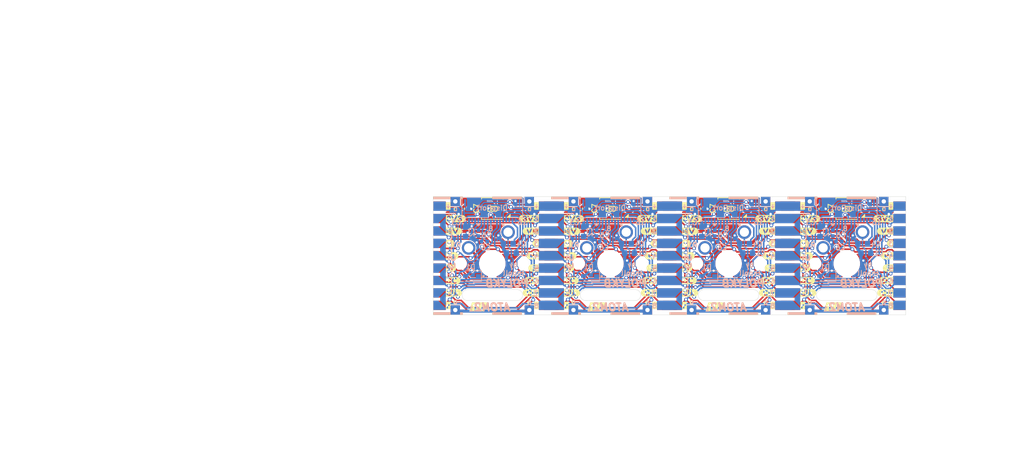
<source format=kicad_pcb>
(kicad_pcb (version 20211014) (generator pcbnew)
  (title_block (title "PolyKB Atom") (date "2022-02-01") (rev "2.1") (company "thpoll"))
  (layers (0 "F.Cu" signal) (31 "B.Cu" signal) (34 "B.Paste" user) (35 "F.Paste" user) (36 "B.SilkS" user "B.Silkscreen") (37 "F.SilkS" user "F.Silkscreen") (38 "B.Mask" user) (39 "F.Mask" user) (44 "Edge.Cuts" user))
  (net 0 "")
  (net 1 "/Keyboard/sheet605ED2EB/GND")
  (net 2 "/Keyboard/sheet605ED2EB/3V3")
  (net 3 "/Keyboard/sheet605ED2EB/4V2")
  (net 4 "Net-(C4-Pad1)")
  (net 5 "Net-(C5-Pad2)")
  (net 6 "Net-(C5-Pad1)")
  (net 7 "Net-(C6-Pad2)")
  (net 8 "Net-(C6-Pad1)")
  (net 9 "/Keyboard/sheet605ED2EB/CS")
  (net 10 "/Keyboard/sheet605ED2EB/RESET")
  (net 11 "/Keyboard/sheet605ED2EB/D-C")
  (net 12 "/Keyboard/sheet605ED2EB/SCLK")
  (net 13 "/Keyboard/sheet605ED2EB/SDIN")
  (net 14 "/Keyboard/sheet605ED2EB/LED_DIN")
  (net 15 "/Keyboard/sheet605ED2EB/5V")
  (net 16 "Net-(D1-Pad2)")
  (net 17 "/Keyboard/sheet605ED2EB/KeyRow")
  (net 18 "/Keyboard/sheet605ED2EB/KeyCol")
  (net 19 "CS8")
  (net 20 "CS7")
  (net 21 "CS6")
  (net 22 "CS5")
  (net 23 "CS4")
  (net 24 "CS3")
  (net 25 "CS2")
  (net 26 "CS1")
  (net 27 "Net-(C1-Pad1)")
  (footprint "poly_kb:AtomConnect2" (layer "F.Cu") (at 93.218 63.6778 -90)
    (fp_text reference "J3" hide)
    (fp_text value "WestFront")
  )
  (footprint "poly_kb:AtomConnect2" (layer "F.Cu") (at 110.236 63.6778 -90)
    (fp_text reference "J4" hide)
    (fp_text value "EastFront")
  )
  (footprint "poly_kb:WS2812B-Mini" (layer "F.Cu") (at 101.727 56.0578)
    (fp_text reference "LED1" hide)
    (fp_text value "WS2812B-Mini")
  )
  (footprint "poly_kb:SW_Cherry_MX_1.00u_PCB_NoSilk" (layer "F.Cu") (at 104.267 59.8678)
    (fp_text reference "SW1" hide)
    (fp_text value "SW_Push")
  )
  (footprint "poly_kb:TestPoin_1.5x1.5mm_Drill0.7mm" (layer "F.Cu") (at 107.696 54.9148)
    (fp_text reference "J2" hide)
    (fp_text value "North")
  )
  (footprint "poly_kb:TestPoin_1.5x1.5mm_Drill0.7mm" (layer "F.Cu") (at 95.758 54.9148)
    (fp_text reference "J8" hide)
    (fp_text value "North2")
  )
  (footprint "poly_kb:TestPoin_1.5x1.5mm_Drill0.7mm" (layer "F.Cu") (at 107.696 72.4408)
    (fp_text reference "J9" hide)
    (fp_text value "South2")
  )
  (footprint "poly_kb:TestPoin_1.5x1.5mm_Drill0.7mm" (layer "F.Cu") (at 95.758 72.4408)
    (fp_text reference "J7" hide)
    (fp_text value "South")
  )
  (footprint "kibuzzard-61EFA8F1" (layer "F.Cu") (at 126.9746 69.6722)
    (fp_text reference "kibuzzard-61EFA8F1" hide)
    (fp_text value "G***" hide)
  )
  (footprint "kibuzzard-61EFD908" (layer "F.Cu") (at 94.615 71.7042)
    (fp_text reference "kibuzzard-61EFD908" hide)
    (fp_text value "G***" hide)
  )
  (footprint "kibuzzard-61EFAA6D" (layer "F.Cu") (at 165.3794 63.6778)
    (fp_text reference "kibuzzard-61EFAA6D" hide)
    (fp_text value "G***" hide)
  )
  (footprint "poly_kb:TestPoin_1.5x1.5mm_Drill0.7mm" (layer "F.Cu") (at 126.746 54.9148)
    (fp_text reference "J2" hide)
    (fp_text value "North")
  )
  (footprint "kibuzzard-61EFABBF" (layer "F.Cu") (at 127.0762 67.691)
    (fp_text reference "kibuzzard-61EFABBF" hide)
    (fp_text value "G***" hide)
  )
  (footprint "poly_kb:TestPoin_1.5x1.5mm_Drill0.7mm" (layer "F.Cu") (at 164.846 72.4408)
    (fp_text reference "J9" hide)
    (fp_text value "South2")
  )
  (footprint "kibuzzard-61EFD908" (layer "F.Cu") (at 127.889 71.7042)
    (fp_text reference "kibuzzard-61EFD908" hide)
    (fp_text value "G***" hide)
  )
  (footprint "kibuzzard-61EFD863" (layer "F.Cu") (at 164.7698 57.6834)
    (fp_text reference "kibuzzard-61EFD863" hide)
    (fp_text value "G***" hide)
  )
  (footprint "kibuzzard-61EFACF9" (layer "F.Cu") (at 145.5166 59.7154)
    (fp_text reference "kibuzzard-61EFACF9" hide)
    (fp_text value "G***" hide)
  )
  (footprint "kibuzzard-61EFDAEE" (layer "F.Cu") (at 133.354239 63.677507)
    (fp_text reference "kibuzzard-61EFDAEE" hide)
    (fp_text value "G***" hide)
  )
  (footprint "kibuzzard-61EFBE3D" (layer "F.Cu") (at 133.6294 69.6722)
    (fp_text reference "kibuzzard-61EFBE3D" hide)
    (fp_text value "G***" hide)
  )
  (footprint "poly_kb:TestPoin_1.5x1.5mm_Drill0.7mm" (layer "F.Cu") (at 133.858 54.9148)
    (fp_text reference "J8" hide)
    (fp_text value "North2")
  )
  (footprint "kibuzzard-61EFD947" (layer "F.Cu") (at 151.765 55.6514)
    (fp_text reference "kibuzzard-61EFD947" hide)
    (fp_text value "G***" hide)
  )
  (footprint "kibuzzard-61EFBE87" (layer "F.Cu") (at 153.1874 59.7154)
    (fp_text reference "kibuzzard-61EFBE87" hide)
    (fp_text value "G***" hide)
  )
  (footprint "kibuzzard-61EFBE21" (layer "F.Cu") (at 114.1222 65.659)
    (fp_text reference "kibuzzard-61EFBE21" hide)
    (fp_text value "G***" hide)
  )
  (footprint "kibuzzard-61EFDD1E" (layer "F.Cu") (at 99.441 71.9328)
    (fp_text reference "kibuzzard-61EFDD1E" hide)
    (fp_text value "G***" hide)
  )
  (footprint "kibuzzard-61EFD863" (layer "F.Cu") (at 145.7198 57.6834)
    (fp_text reference "kibuzzard-61EFD863" hide)
    (fp_text value "G***" hide)
  )
  (footprint "kibuzzard-61EFBE87" (layer "F.Cu") (at 96.0374 59.7154)
    (fp_text reference "kibuzzard-61EFBE87" hide)
    (fp_text value "G***" hide)
  )
  (footprint "kibuzzard-61EFDAC6" (layer "F.Cu") (at 108.7882 61.6966)
    (fp_text reference "kibuzzard-61EFDAC6" hide)
    (fp_text value "G***" hide)
  )
  (footprint "kibuzzard-61EFD863" (layer "F.Cu") (at 126.6698 57.6834)
    (fp_text reference "kibuzzard-61EFD863" hide)
    (fp_text value "G***" hide)
  )
  (footprint "kibuzzard-61EFD947" (layer "F.Cu") (at 132.715 55.6514)
    (fp_text reference "kibuzzard-61EFD947" hide)
    (fp_text value "G***" hide)
  )
  (footprint "kibuzzard-61EFD908" (layer "F.Cu") (at 132.715 71.7042)
    (fp_text reference "kibuzzard-61EFD908" hide)
    (fp_text value "G***" hide)
  )
  (footprint "Capacitor_SMD:C_0603_1608Metric" (layer "F.Cu") (at 135.8265 56.0578 -90)
    (fp_text reference "C7")
    (fp_text value "100nF")
  )
  (footprint "kibuzzard-61EFBE2C" (layer "F.Cu") (at 95.4278 67.691)
    (fp_text reference "kibuzzard-61EFBE2C" hide)
    (fp_text value "G***" hide)
  )
  (footprint "kibuzzard-61EFDAC6" (layer "F.Cu") (at 127.8382 61.6966)
    (fp_text reference "kibuzzard-61EFDAC6" hide)
    (fp_text value "G***" hide)
  )
  (footprint "kibuzzard-61EFDAA0" (layer "F.Cu") (at 133.0706 61.6966)
    (fp_text reference "kibuzzard-61EFDAA0" hide)
    (fp_text value "G***" hide)
  )
  (footprint "kibuzzard-61EFD908" (layer "F.Cu") (at 165.989 71.7042)
    (fp_text reference "kibuzzard-61EFD908" hide)
    (fp_text value "G***" hide)
  )
  (footprint "poly_kb:AtomConnect2" (layer "F.Cu") (at 167.386 63.6778 -90)
    (fp_text reference "J4" hide)
    (fp_text value "EastFront")
  )
  (footprint "kibuzzard-61EFDD1E" (layer "F.Cu") (at 137.541 71.9328)
    (fp_text reference "kibuzzard-61EFDD1E" hide)
    (fp_text value "G***" hide)
  )
  (footprint "poly_kb:TestPoin_1.5x1.5mm_Drill0.7mm" (layer "F.Cu") (at 164.846 54.9148)
    (fp_text reference "J2" hide)
    (fp_text value "North")
  )
  (footprint "kibuzzard-61EFBE21" (layer "F.Cu") (at 152.2222 65.659)
    (fp_text reference "kibuzzard-61EFBE21" hide)
    (fp_text value "G***" hide)
  )
  (footprint "poly_kb:TestPoin_1.5x1.5mm_Drill0.7mm" (layer "F.Cu") (at 145.796 54.9148)
    (fp_text reference "J2" hide)
    (fp_text value "North")
  )
  (footprint "kibuzzard-61EFDAEE" (layer "F.Cu") (at 114.304239 63.677507)
    (fp_text reference "kibuzzard-61EFDAEE" hide)
    (fp_text value "G***" hide)
  )
  (footprint "kibuzzard-61EFD947" (layer "F.Cu") (at 127.889 55.6514)
    (fp_text reference "kibuzzard-61EFD947" hide)
    (fp_text value "G***" hide)
  )
  (footprint "poly_kb:WS2812B-Mini" (layer "F.Cu") (at 158.877 56.0578)
    (fp_text reference "LED1" hide)
    (fp_text value "WS2812B-Mini")
  )
  (footprint "kibuzzard-61EFD947" (layer "F.Cu") (at 108.839 55.6514)
    (fp_text reference "kibuzzard-61EFD947" hide)
    (fp_text value "G***" hide)
  )
  (footprint "kibuzzard-61EFDD1E" (layer "F.Cu") (at 156.591 71.9328)
    (fp_text reference "kibuzzard-61EFDD1E" hide)
    (fp_text value "G***" hide)
  )
  (footprint "kibuzzard-61EFD879" (layer "F.Cu") (at 152.994 57.6906)
    (fp_text reference "kibuzzard-61EFD879" hide)
    (fp_text value "G***" hide)
  )
  (footprint "poly_kb:WS2812B-Mini" (layer "F.Cu") (at 139.827 56.0578)
    (fp_text reference "LED1" hide)
    (fp_text value "WS2812B-Mini")
  )
  (footprint "poly_kb:AtomConnect2" (layer "F.Cu") (at 112.268 63.6778 -90)
    (fp_text reference "J3" hide)
    (fp_text value "WestFront")
  )
  (footprint "kibuzzard-61EFA8F1" (layer "F.Cu") (at 107.9246 69.6722)
    (fp_text reference "kibuzzard-61EFA8F1" hide)
    (fp_text value "G***" hide)
  )
  (footprint "kibuzzard-61EFABBF" (layer "F.Cu") (at 146.1262 67.691)
    (fp_text reference "kibuzzard-61EFABBF" hide)
    (fp_text value "G***" hide)
  )
  (footprint "poly_kb:SW_Cherry_MX_1.00u_PCB_NoSilk" (layer "F.Cu") (at 161.417 59.8678)
    (fp_text reference "SW1" hide)
    (fp_text value "SW_Push")
  )
  (footprint "Capacitor_SMD:C_0603_1608Metric" (layer "F.Cu") (at 97.7265 56.0578 -90)
    (fp_text reference "C7")
    (fp_text value "100nF")
  )
  (footprint "kibuzzard-61EFD7F9" (layer "F.Cu") (at 146.4818 65.659)
    (fp_text reference "kibuzzard-61EFD7F9" hide)
    (fp_text value "G***" hide)
  )
  (footprint "poly_kb:SW_Cherry_MX_1.00u_PCB_NoSilk" (layer "F.Cu") (at 123.317 59.8678)
    (fp_text reference "SW1" hide)
    (fp_text value "SW_Push")
  )
  (footprint "kibuzzard-61EFDAA0" (layer "F.Cu") (at 94.9706 61.6966)
    (fp_text reference "kibuzzard-61EFDAA0" hide)
    (fp_text value "G***" hide)
  )
  (footprint "kibuzzard-61EFDAEE" (layer "F.Cu") (at 152.404239 63.677507)
    (fp_text reference "kibuzzard-61EFDAEE" hide)
    (fp_text value "G***" hide)
  )
  (footprint "kibuzzard-61EFD879" (layer "F.Cu") (at 114.894 57.6906)
    (fp_text reference "kibuzzard-61EFD879" hide)
    (fp_text value "G***" hide)
  )
  (footprint "poly_kb:AtomConnect2" (layer "F.Cu") (at 150.368 63.6778 -90)
    (fp_text reference "J3" hide)
    (fp_text value "WestFront")
  )
  (footprint "kibuzzard-61EFACF9" (layer "F.Cu") (at 126.4666 59.7154)
    (fp_text reference "kibuzzard-61EFACF9" hide)
    (fp_text value "G***" hide)
  )
  (footprint "kibuzzard-61EFD7F9" (layer "F.Cu") (at 108.3818 65.659)
    (fp_text reference "kibuzzard-61EFD7F9" hide)
    (fp_text value "G***" hide)
  )
  (footprint "poly_kb:AtomConnect2" (layer "F.Cu") (at 148.336 63.6778 -90)
    (fp_text reference "J4" hide)
    (fp_text value "EastFront")
  )
  (footprint "kibuzzard-61EFBE87" (layer "F.Cu") (at 134.1374 59.7154)
    (fp_text reference "kibuzzard-61EFBE87" hide)
    (fp_text value "G***" hide)
  )
  (footprint "kibuzzard-61EFD863" (layer "F.Cu") (at 107.6198 57.6834)
    (fp_text reference "kibuzzard-61EFD863" hide)
    (fp_text value "G***" hide)
  )
  (footprint "kibuzzard-61EFA8F1" (layer "F.Cu") (at 146.0246 69.6722)
    (fp_text reference "kibuzzard-61EFA8F1" hide)
    (fp_text value "G***" hide)
  )
  (footprint "poly_kb:TestPoin_1.5x1.5mm_Drill0.7mm" (layer "F.Cu") (at 114.808 54.9148)
    (fp_text reference "J8" hide)
    (fp_text value "North2")
  )
  (footprint "poly_kb:TestPoin_1.5x1.5mm_Drill0.7mm" (layer "F.Cu") (at 145.796 72.4408)
    (fp_text reference "J9" hide)
    (fp_text value "South2")
  )
  (footprint "kibuzzard-61EFAA6D" (layer "F.Cu") (at 127.2794 63.6778)
    (fp_text reference "kibuzzard-61EFAA6D" hide)
    (fp_text value "G***" hide)
  )
  (footprint "kibuzzard-61EFBE3D" (layer "F.Cu") (at 152.6794 69.6722)
    (fp_text reference "kibuzzard-61EFBE3D" hide)
    (fp_text value "G***" hide)
  )
  (footprint "kibuzzard-61EFD879" (layer "F.Cu") (at 133.944 57.6906)
    (fp_text reference "kibuzzard-61EFD879" hide)
    (fp_text value "G***" hide)
  )
  (footprint "kibuzzard-61EFD879" (layer "F.Cu") (at 95.844 57.6906)
    (fp_text reference "kibuzzard-61EFD879" hide)
    (fp_text value "G***" hide)
  )
  (footprint "kibuzzard-61EFD908" (layer "F.Cu") (at 108.839 71.7042)
    (fp_text reference "kibuzzard-61EFD908" hide)
    (fp_text value "G***" hide)
  )
  (footprint "kibuzzard-61EFACF9" (layer "F.Cu") (at 107.4166 59.7154)
    (fp_text reference "kibuzzard-61EFACF9" hide)
    (fp_text value "G***" hide)
  )
  (footprint "Capacitor_SMD:C_0603_1608Metric" (layer "F.Cu") (at 154.8765 56.0578 -90)
    (fp_text reference "C7")
    (fp_text value "100nF")
  )
  (footprint "kibuzzard-61EFD7F9" (layer "F.Cu") (at 127.4318 65.659)
    (fp_text reference "kibuzzard-61EFD7F9" hide)
    (fp_text value "G***" hide)
  )
  (footprint "kibuzzard-61EFDAC6" (layer "F.Cu") (at 165.9382 61.6966)
    (fp_text reference "kibuzzard-61EFDAC6" hide)
    (fp_text value "G***" hide)
  )
  (footprint "poly_kb:TestPoin_1.5x1.5mm_Drill0.7mm" (layer "F.Cu") (at 114.808 72.4408)
    (fp_text reference "J7" hide)
    (fp_text value "South")
  )
  (footprint "kibuzzard-61EFDAEE" (layer "F.Cu") (at 95.254239 63.677507)
    (fp_text reference "kibuzzard-61EFDAEE" hide)
    (fp_text value "G***" hide)
  )
  (footprint "kibuzzard-61EFA8F1" (layer "F.Cu") (at 165.0746 69.6722)
    (fp_text reference "kibuzzard-61EFA8F1" hide)
    (fp_text value "G***" hide)
  )
  (footprint "kibuzzard-61EFBE87" (layer "F.Cu") (at 115.0874 59.7154)
    (fp_text reference "kibuzzard-61EFBE87" hide)
    (fp_text value "G***" hide)
  )
  (footprint "poly_kb:TestPoin_1.5x1.5mm_Drill0.7mm" (layer "F.Cu") (at 152.908 54.9148)
    (fp_text reference "J8" hide)
    (fp_text value "North2")
  )
  (footprint "kibuzzard-61EFDAA0" (layer "F.Cu") (at 152.1206 61.6966)
    (fp_text reference "kibuzzard-61EFDAA0" hide)
    (fp_text value "G***" hide)
  )
  (footprint "kibuzzard-61EFD908" (layer "F.Cu") (at 113.665 71.7042)
    (fp_text reference "kibuzzard-61EFD908" hide)
    (fp_text value "G***" hide)
  )
  (footprint "kibuzzard-61EFBE21" (layer "F.Cu") (at 95.0722 65.659)
    (fp_text reference "kibuzzard-61EFBE21" hide)
    (fp_text value "G***" hide)
  )
  (footprint "kibuzzard-61EFBE2C" (layer "F.Cu") (at 114.4778 67.691)
    (fp_text reference "kibuzzard-61EFBE2C" hide)
    (fp_text value "G***" hide)
  )
  (footprint "kibuzzard-61EFD908" (layer "F.Cu") (at 146.939 71.7042)
    (fp_text reference "kibuzzard-61EFD908" hide)
    (fp_text value "G***" hide)
  )
  (footprint "kibuzzard-61EFABBF" (layer "F.Cu") (at 108.0262 67.691)
    (fp_text reference "kibuzzard-61EFABBF" hide)
    (fp_text value "G***" hide)
  )
  (footprint "kibuzzard-61EFD947" (layer "F.Cu") (at 94.615 55.6514)
    (fp_text reference "kibuzzard-61EFD947" hide)
    (fp_text value "G***" hide)
  )
  (footprint "kibuzzard-61EFAA6D" (layer "F.Cu") (at 146.3294 63.6778)
    (fp_text reference "kibuzzard-61EFAA6D" hide)
    (fp_text value "G***" hide)
  )
  (footprint "kibuzzard-61EFD7F9" (layer "F.Cu") (at 165.5318 65.659)
    (fp_text reference "kibuzzard-61EFD7F9" hide)
    (fp_text value "G***" hide)
  )
  (footprint "kibuzzard-61EFBE3D" (layer "F.Cu") (at 114.5794 69.6722)
    (fp_text reference "kibuzzard-61EFBE3D" hide)
    (fp_text value "G***" hide)
  )
  (footprint "poly_kb:TestPoin_1.5x1.5mm_Drill0.7mm" (layer "F.Cu") (at 152.908 72.4408)
    (fp_text reference "J7" hide)
    (fp_text value "South")
  )
  (footprint "kibuzzard-61EFABBF" (layer "F.Cu") (at 165.1762 67.691)
    (fp_text reference "kibuzzard-61EFABBF" hide)
    (fp_text value "G***" hide)
  )
  (footprint "poly_kb:TestPoin_1.5x1.5mm_Drill0.7mm" (layer "F.Cu") (at 126.746 72.4408)
    (fp_text reference "J9" hide)
    (fp_text value "South2")
  )
  (footprint "kibuzzard-61EFBE2C" (layer "F.Cu") (at 152.5778 67.691)
    (fp_text reference "kibuzzard-61EFBE2C" hide)
    (fp_text value "G***" hide)
  )
  (footprint "poly_kb:AtomConnect2" (layer "F.Cu") (at 131.318 63.6778 -90)
    (fp_text reference "J3" hide)
    (fp_text value "WestFront")
  )
  (footprint "kibuzzard-61EFD908" (layer "F.Cu") (at 151.765 71.7042)
    (fp_text reference "kibuzzard-61EFD908" hide)
    (fp_text value "G***" hide)
  )
  (footprint "kibuzzard-61EFBE3D" (layer "F.Cu") (at 95.5294 69.6722)
    (fp_text reference "kibuzzard-61EFBE3D" hide)
    (fp_text value "G***" hide)
  )
  (footprint "kibuzzard-61EFDD1E" (layer "F.Cu") (at 118.491 71.9328)
    (fp_text reference "kibuzzard-61EFDD1E" hide)
    (fp_text value "G***" hide)
  )
  (footprint "kibuzzard-61EFAA6D" (layer "F.Cu") (at 108.2294 63.6778)
    (fp_text reference "kibuzzard-61EFAA6D" hide)
    (fp_text value "G***" hide)
  )
  (footprint "poly_kb:AtomConnect2" (layer "F.Cu") (at 129.286 63.6778 -90)
    (fp_text reference "J4" hide)
    (fp_text value "EastFront")
  )
  (footprint "kibuzzard-61EFD947" (layer "F.Cu") (at 146.939 55.6514)
    (fp_text reference "kibuzzard-61EFD947" hide)
    (fp_text value "G***" hide)
  )
  (footprint "poly_kb:SW_Cherry_MX_1.00u_PCB_NoSilk" (layer "F.Cu") (at 142.367 59.8678)
    (fp_text reference "SW1" hide)
    (fp_text value "SW_Push")
  )
  (footprint "kibuzzard-61EFD947" (layer "F.Cu") (at 165.989 55.6514)
    (fp_text reference "kibuzzard-61EFD947" hide)
    (fp_text value "G***" hide)
  )
  (footprint "kibuzzard-61EFBE2C" (layer "F.Cu") (at 133.5278 67.691)
    (fp_text reference "kibuzzard-61EFBE2C" hide)
    (fp_text value "G***" hide)
  )
  (footprint "kibuzzard-61EFACF9" (layer "F.Cu") (at 164.5666 59.7154)
    (fp_text reference "kibuzzard-61EFACF9" hide)
    (fp_text value "G***" hide)
  )
  (footprint "kibuzzard-61EFD947" (layer "F.Cu") (at 113.665 55.6514)
    (fp_text reference "kibuzzard-61EFD947" hide)
    (fp_text value "G***" hide)
  )
  (footprint "poly_kb:WS2812B-Mini" (layer "F.Cu") (at 120.777 56.0578)
    (fp_text reference "LED1" hide)
    (fp_text value "WS2812B-Mini")
  )
  (footprint "kibuzzard-61EFBE21" (layer "F.Cu") (at 133.1722 65.659)
    (fp_text reference "kibuzzard-61EFBE21" hide)
    (fp_text value "G***" hide)
  )
  (footprint "poly_kb:TestPoin_1.5x1.5mm_Drill0.7mm" (layer "F.Cu") (at 133.858 72.4408)
    (fp_text reference "J7" hide)
    (fp_text value "South")
  )
  (footprint "kibuzzard-61EFDAA0" (layer "F.Cu") (at 114.0206 61.6966)
    (fp_text reference "kibuzzard-61EFDAA0" hide)
    (fp_text value "G***" hide)
  )
  (footprint "kibuzzard-61EFDAC6" (layer "F.Cu") (at 146.8882 61.6966)
    (fp_text reference "kibuzzard-61EFDAC6" hide)
    (fp_text value "G***" hide)
  )
  (footprint "Capacitor_SMD:C_0603_1608Metric" (layer "F.Cu") (at 116.7765 56.0578 -90)
    (fp_text reference "C7")
    (fp_text value "100nF")
  )
  (footprint "Capacitor_SMD:C_0603_1608Metric" (layer "B.Cu") (at 104.802 63.2528 180)
    (fp_text reference "C1")
    (fp_text value "2.2uF")
  )
  (footprint "Capacitor_SMD:C_0603_1608Metric" (layer "B.Cu") (at 97.409 59.8046 90)
    (fp_text reference "C2")
    (fp_text value "2.2uF")
  )
  (footprint "Capacitor_SMD:C_0402_1005Metric" (layer "B.Cu") (at 95.123 56.9468 90)
    (fp_text reference "C3" hide)
    (fp_text value "1uF")
  )
  (footprint "Capacitor_SMD:C_0603_1608Metric" (layer "B.Cu") (at 104.302 61.7528 180)
    (fp_text reference "C4")
    (fp_text value "4.7uF")
  )
  (footprint "Capacitor_SMD:C_0402_1005Metric" (layer "B.Cu") (at 99.4918 60.0176 90)
    (fp_text reference "C5")
    (fp_text value "1uF")
  )
  (footprint "Capacitor_SMD:C_0402_1005Metric" (layer "B.Cu") (at 100.457 61.3918)
    (fp_text reference "C6")
    (fp_text value "1uF")
  )
  (footprint "poly_kb:D_SOD-323Ext" (layer "B.Cu") (at 98.425 66.9528 180)
    (fp_text reference "D1")
    (fp_text value "D_Small")
  )
  (footprint "poly_kb:FPC_16_JUSHUO_AFC05_S16FIA_00" (layer "B.Cu") (at 101.727 57.9628)
    (fp_text reference "J1" hide)
    (fp_text value "Conn_01x16")
  )
  (footprint "poly_kb:AtomConnect2" (layer "B.Cu") (at 110.236 63.6778 -90)
    (fp_text reference "J6" hide)
    (fp_text value "EastBack")
  )
  (footprint "poly_kb:AtomConnectCS" (layer "B.Cu") (at 93.218 63.6778 -90)
    (fp_text reference "J5" hide)
    (fp_text value "WestBack")
  )
  (footprint "poly_kb:D_SOD-323Ext" (layer "B.Cu") (at 117.475 66.9528 180)
    (fp_text reference "D1")
    (fp_text value "D_Small")
  )
  (footprint "poly_kb:AtomConnectCS" (layer "B.Cu") (at 131.318 63.6778 -90)
    (fp_text reference "J5" hide)
    (fp_text value "WestBack")
  )
  (footprint "Capacitor_SMD:C_0402_1005Metric" (layer "B.Cu") (at 138.557 61.3918)
    (fp_text reference "C6")
    (fp_text value "1uF")
  )
  (footprint "Capacitor_SMD:C_0402_1005Metric" (layer "B.Cu") (at 118.5418 60.0176 90)
    (fp_text reference "C5")
    (fp_text value "1uF")
  )
  (footprint "Capacitor_SMD:C_0603_1608Metric" (layer "B.Cu") (at 154.559 59.8046 90)
    (fp_text reference "C2")
    (fp_text value "2.2uF")
  )
  (footprint "poly_kb:AtomConnect2" (layer "B.Cu") (at 129.286 63.6778 -90)
    (fp_text reference "J6" hide)
    (fp_text value "EastBack")
  )
  (footprint "poly_kb:FPC_16_JUSHUO_AFC05_S16FIA_00" (layer "B.Cu") (at 139.827 57.9628)
    (fp_text reference "J1" hide)
    (fp_text value "Conn_01x16")
  )
  (footprint "Capacitor_SMD:C_0402_1005Metric" (layer "B.Cu") (at 152.273 56.9468 90)
    (fp_text reference "C3" hide)
    (fp_text value "1uF")
  )
  (footprint "Capacitor_SMD:C_0402_1005Metric" (layer "B.Cu") (at 119.507 61.3918)
    (fp_text reference "C6")
    (fp_text value "1uF")
  )
  (footprint "poly_kb:D_SOD-323Ext" (layer "B.Cu") (at 136.525 66.9528 180)
    (fp_text reference "D1")
    (fp_text value "D_Small")
  )
  (footprint "Capacitor_SMD:C_0603_1608Metric" (layer "B.Cu") (at 116.459 59.8046 90)
    (fp_text reference "C2")
    (fp_text value "2.2uF")
  )
  (footprint "Resistor_SMD:R_0402_1005Metric" (layer "B.Cu") (at 133.702 60.3906 -90)
    (fp_text reference "R1")
    (fp_text value "1M")
  )
  (footprint "Capacitor_SMD:C_0402_1005Metric" (layer "B.Cu") (at 137.5918 60.0176 90)
    (fp_text reference "C5")
    (fp_text value "1uF")
  )
  (footprint "Capacitor_SMD:C_0603_1608Metric" (layer "B.Cu") (at 161.452 61.7528 180)
    (fp_text reference "C4")
    (fp_text value "4.7uF")
  )
  (footprint "poly_kb:D_SOD-323Ext" (layer "B.Cu") (at 155.575 66.9528 180)
    (fp_text reference "D1")
    (fp_text value "D_Small")
  )
  (footprint "poly_kb:AtomConnect2" (layer "B.Cu") (at 167.386 63.6778 -90)
    (fp_text reference "J6" hide)
    (fp_text value "EastBack")
  )
  (footprint "Capacitor_SMD:C_0402_1005Metric" (layer "B.Cu") (at 133.223 56.9468 90)
    (fp_text reference "C3" hide)
    (fp_text value "1uF")
  )
  (footprint "Resistor_SMD:R_0402_1005Metric" (layer "B.Cu") (at 114.652 60.3906 -90)
    (fp_text reference "R1")
    (fp_text value "1M")
  )
  (footprint "poly_kb:FPC_16_JUSHUO_AFC05_S16FIA_00" (layer "B.Cu") (at 158.877 57.9628)
    (fp_text reference "J1" hide)
    (fp_text value "Conn_01x16")
  )
  (footprint "Resistor_SMD:R_0402_1005Metric" (layer "B.Cu") (at 152.752 60.3906 -90)
    (fp_text reference "R1")
    (fp_text value "1M")
  )
  (footprint "Capacitor_SMD:C_0603_1608Metric" (layer "B.Cu") (at 142.402 61.7528 180)
    (fp_text reference "C4")
    (fp_text value "4.7uF")
  )
  (footprint "poly_kb:AtomConnect2" (layer "B.Cu") (at 148.336 63.6778 -90)
    (fp_text reference "J6" hide)
    (fp_text value "EastBack")
  )
  (footprint "Resistor_SMD:R_0402_1005Metric" (layer "B.Cu") (at 95.602 60.3906 -90)
    (fp_text reference "R1")
    (fp_text value "1M")
  )
  (footprint "poly_kb:FPC_16_JUSHUO_AFC05_S16FIA_00" (layer "B.Cu") (at 120.777 57.9628)
    (fp_text reference "J1" hide)
    (fp_text value "Conn_01x16")
  )
  (footprint "Capacitor_SMD:C_0603_1608Metric" (layer "B.Cu") (at 135.509 59.8046 90)
    (fp_text reference "C2")
    (fp_text value "2.2uF")
  )
  (footprint "Capacitor_SMD:C_0402_1005Metric" (layer "B.Cu") (at 156.6418 60.0176 90)
    (fp_text reference "C5")
    (fp_text value "1uF")
  )
  (footprint "Capacitor_SMD:C_0603_1608Metric" (layer "B.Cu") (at 123.852 63.2528 180)
    (fp_text reference "C1")
    (fp_text value "2.2uF")
  )
  (footprint "Capacitor_SMD:C_0603_1608Metric" (layer "B.Cu") (at 161.952 63.2528 180)
    (fp_text reference "C1")
    (fp_text value "2.2uF")
  )
  (footprint "poly_kb:AtomConnectCS" (layer "B.Cu") (at 150.368 63.6778 -90)
    (fp_text reference "J5" hide)
    (fp_text value "WestBack")
  )
  (footprint "Capacitor_SMD:C_0402_1005Metric" (layer "B.Cu") (at 157.607 61.3918)
    (fp_text reference "C6")
    (fp_text value "1uF")
  )
  (footprint "poly_kb:AtomConnectCS" (layer "B.Cu") (at 112.268 63.6778 -90)
    (fp_text reference "J5" hide)
    (fp_text value "WestBack")
  )
  (footprint "Capacitor_SMD:C_0402_1005Metric" (layer "B.Cu") (at 114.173 56.9468 90)
    (fp_text reference "C3" hide)
    (fp_text value "1uF")
  )
  (footprint "Capacitor_SMD:C_0603_1608Metric" (layer "B.Cu") (at 123.352 61.7528 180)
    (fp_text reference "C4")
    (fp_text value "4.7uF")
  )
  (footprint "Capacitor_SMD:C_0603_1608Metric" (layer "B.Cu") (at 142.902 63.2528 180)
    (fp_text reference "C1")
    (fp_text value "2.2uF")
  )
  (gr_poly (pts (xy 106.4895 73.2282) (xy 101.727 73.2282) (xy 101.727 72.7964) (xy 106.4895 72.7964)) (layer "B.SilkS") (width 0) (fill solid))
  (gr_poly (pts (xy 94.9706 54.5608) (xy 92.1766 54.5608) (xy 92.1766 54.1274) (xy 94.9706 54.1274)) (layer "B.SilkS") (width 0) (fill solid))
  (gr_poly (pts (xy 96.9645 54.5608) (xy 96.5454 54.5608) (xy 96.5454 54.1274) (xy 96.9645 54.1274)) (layer "B.SilkS") (width 0) (fill solid))
  (gr_poly (pts (xy 96.9645 73.2282) (xy 96.5454 73.2282) (xy 96.5454 72.8091) (xy 96.9645 72.8091)) (layer "B.SilkS") (width 0) (fill solid))
  (gr_poly (pts (xy 94.9706 73.2282) (xy 92.202 73.2282) (xy 92.202 72.788864) (xy 94.9706 72.788864)) (layer "B.SilkS") (width 0) (fill solid))
  (gr_line (start 152.273 59.3598) (end 151.765 58.8518) (layer "B.SilkS") (width 0.12))
  (gr_line (start 108.839 55.3466) (end 108.839 55.7022) (layer "B.SilkS") (width 0.12))
  (gr_poly (pts (xy 133.0706 54.5608) (xy 130.2766 54.5608) (xy 130.2766 54.1274) (xy 133.0706 54.1274)) (layer "B.SilkS") (width 0) (fill solid))
  (gr_line (start 165.8366 55.8546) (end 166.1414 55.8546) (layer "B.SilkS") (width 0.12))
  (gr_line (start 146.8882 56.007) (end 146.9898 56.007) (layer "B.SilkS") (width 0.12))
  (gr_line (start 151.765 55.7022) (end 152.019 55.7022) (layer "B.SilkS") (width 0.12))
  (gr_line (start 160.652 58.4778) (end 160.652 58.9278) (layer "B.SilkS") (width 0.12))
  (gr_line (start 141.777 58.7528) (end 141.602 58.4778) (layer "B.SilkS") (width 0.12))
  (gr_line (start 118.352 58.7528) (end 118.702 58.7528) (layer "B.SilkS") (width 0.12))
  (gr_line (start 160.577 58.7028) (end 160.727 58.7028) (layer "B.SilkS") (width 0.12))
  (gr_line (start 95.123 63.4238) (end 95.123 59.3598) (layer "B.SilkS") (width 0.12))
  (gr_poly (pts (xy 135.0645 54.5608) (xy 134.6454 54.5608) (xy 134.6454 54.1274) (xy 135.0645 54.1274)) (layer "B.SilkS") (width 0) (fill solid))
  (gr_line (start 120.527 58.6528) (end 120.527 58.4778) (layer "B.SilkS") (width 0.12))
  (gr_line (start 156.552 58.7028) (end 156.702 58.7028) (layer "B.SilkS") (width 0.12))
  (gr_line (start 141.527 58.7028) (end 141.677 58.7028) (layer "B.SilkS") (width 0.12))
  (gr_line (start 133.223 65.9638) (end 133.223 69.5198) (layer "B.SilkS") (width 0.12))
  (gr_line (start 103.502 58.4778) (end 103.502 58.9278) (layer "B.SilkS") (width 0.12))
  (gr_line (start 94.615 66.7258) (end 95.123 66.7258) (layer "B.SilkS") (width 0.12))
  (gr_line (start 103.327 58.7528) (end 103.677 58.7528) (layer "B.SilkS") (width 0.12))
  (gr_line (start 94.615 55.3466) (end 94.615 55.7022) (layer "B.SilkS") (width 0.12))
  (gr_line (start 127.889 55.7022) (end 128.143 55.7022) (layer "B.SilkS") (width 0.12))
  (gr_line (start 95.123 69.5198) (end 94.615 70.0278) (layer "B.SilkS") (width 0.12))
  (gr_line (start 94.615 55.7022) (end 94.361 55.7022) (layer "B.SilkS") (width 0.12))
  (gr_poly (pts (xy 152.1206 54.5608) (xy 149.3266 54.5608) (xy 149.3266 54.1274) (xy 152.1206 54.1274)) (layer "B.SilkS") (width 0) (fill solid))
  (gr_poly (pts (xy 144.5895 54.5608) (xy 139.827 54.5608) (xy 139.827 54.1274) (xy 144.5895 54.1274)) (layer "B.SilkS") (width 0) (fill solid))
  (gr_poly (pts (xy 152.1206 73.2282) (xy 149.352 73.2282) (xy 149.352 72.788864) (xy 152.1206 72.788864)) (layer "B.SilkS") (width 0) (fill solid))
  (gr_line (start 132.5626 55.8546) (end 132.8674 55.8546) (layer "B.SilkS") (width 0.12))
  (gr_line (start 160.477 58.7528) (end 160.827 58.7528) (layer "B.SilkS") (width 0.12))
  (gr_line (start 99.302 58.7528) (end 99.652 58.7528) (layer "B.SilkS") (width 0.12))
  (gr_line (start 114.173 59.3598) (end 113.665 58.8518) (layer "B.SilkS") (width 0.12))
  (gr_line (start 141.602 58.4778) (end 141.427 58.7528) (layer "B.SilkS") (width 0.12))
  (gr_poly (pts (xy 154.1145 73.2282) (xy 153.6954 73.2282) (xy 153.6954 72.8091) (xy 154.1145 72.8091)) (layer "B.SilkS") (width 0) (fill solid))
  (gr_line (start 113.665 55.7022) (end 113.411 55.7022) (layer "B.SilkS") (width 0.12))
  (gr_line (start 108.7882 56.007) (end 108.8898 56.007) (layer "B.SilkS") (width 0.12))
  (gr_line (start 94.615 55.7022) (end 94.869 55.7022) (layer "B.SilkS") (width 0.12))
  (gr_line (start 118.702 58.7528) (end 118.527 58.4778) (layer "B.SilkS") (width 0.12))
  (gr_line (start 114.173 65.9638) (end 114.173 69.5198) (layer "B.SilkS") (width 0.12))
  (gr_line (start 99.402 58.7028) (end 99.552 58.7028) (layer "B.SilkS") (width 0.12))
  (gr_line (start 156.627 58.4778) (end 156.627 58.9278) (layer "B.SilkS") (width 0.12))
  (gr_line (start 103.427 58.7028) (end 103.577 58.7028) (layer "B.SilkS") (width 0.12))
  (gr_line (start 122.727 58.7528) (end 122.552 58.4778) (layer "B.SilkS") (width 0.12))
  (gr_line (start 137.752 58.7528) (end 137.577 58.4778) (layer "B.SilkS") (width 0.12))
  (gr_poly (pts (xy 133.0706 73.2282) (xy 130.302 73.2282) (xy 130.302 72.788864) (xy 133.0706 72.788864)) (layer "B.SilkS") (width 0) (fill solid))
  (gr_line (start 146.7866 55.8546) (end 147.0914 55.8546) (layer "B.SilkS") (width 0.12))
  (gr_line (start 152.273 63.4238) (end 152.273 59.3598) (layer "B.SilkS") (width 0.12))
  (gr_line (start 127.889 55.3466) (end 127.889 55.7022) (layer "B.SilkS") (width 0.12))
  (gr_line (start 132.715 55.7022) (end 132.969 55.7022) (layer "B.SilkS") (width 0.12))
  (gr_line (start 114.173 69.5198) (end 113.665 70.0278) (layer "B.SilkS") (width 0.12))
  (gr_line (start 160.827 58.7528) (end 160.652 58.4778) (layer "B.SilkS") (width 0.12))
  (gr_line (start 146.939 55.7022) (end 146.685 55.7022) (layer "B.SilkS") (width 0.12))
  (gr_line (start 122.477 58.7028) (end 122.627 58.7028) (layer "B.SilkS") (width 0.12))
  (gr_line (start 99.477 58.4778) (end 99.302 58.7528) (layer "B.SilkS") (width 0.12))
  (gr_line (start 113.665 66.7258) (end 114.173 66.7258) (layer "B.SilkS") (width 0.12))
  (gr_line (start 103.677 58.7528) (end 103.502 58.4778) (layer "B.SilkS") (width 0.12))
  (gr_poly (pts (xy 154.1145 54.5608) (xy 153.6954 54.5608) (xy 153.6954 54.1274) (xy 154.1145 54.1274)) (layer "B.SilkS") (width 0) (fill solid))
  (gr_line (start 132.715 62.6618) (end 133.223 62.6618) (layer "B.SilkS") (width 0.12))
  (gr_poly (pts (xy 125.5395 73.2282) (xy 120.777 73.2282) (xy 120.777 72.7964) (xy 125.5395 72.7964)) (layer "B.SilkS") (width 0) (fill solid))
  (gr_poly (pts (xy 116.0145 73.2282) (xy 115.5954 73.2282) (xy 115.5954 72.8091) (xy 116.0145 72.8091)) (layer "B.SilkS") (width 0) (fill solid))
  (gr_line (start 108.839 55.7022) (end 109.093 55.7022) (layer "B.SilkS") (width 0.12))
  (gr_line (start 108.839 55.7022) (end 108.585 55.7022) (layer "B.SilkS") (width 0.12))
  (gr_poly (pts (xy 144.5895 73.2282) (xy 139.827 73.2282) (xy 139.827 72.7964) (xy 144.5895 72.7964)) (layer "B.SilkS") (width 0) (fill solid))
  (gr_line (start 127.8382 56.007) (end 127.9398 56.007) (layer "B.SilkS") (width 0.12))
  (gr_line (start 151.765 55.3466) (end 151.765 55.7022) (layer "B.SilkS") (width 0.12))
  (gr_line (start 151.765 62.6618) (end 152.273 62.6618) (layer "B.SilkS") (width 0.12))
  (gr_line (start 151.6126 55.8546) (end 151.9174 55.8546) (layer "B.SilkS") (width 0.12))
  (gr_line (start 132.715 66.7258) (end 133.223 66.7258) (layer "B.SilkS") (width 0.12))
  (gr_poly (pts (xy 163.6395 73.2282) (xy 158.877 73.2282) (xy 158.877 72.7964) (xy 163.6395 72.7964)) (layer "B.SilkS") (width 0) (fill solid))
  (gr_line (start 137.577 58.4778) (end 137.577 58.9278) (layer "B.SilkS") (width 0.12))
  (gr_poly (pts (xy 114.0206 73.2282) (xy 111.252 73.2282) (xy 111.252 72.788864) (xy 114.0206 72.788864)) (layer "B.SilkS") (width 0) (fill solid))
  (gr_line (start 122.552 58.4778) (end 122.377 58.7528) (layer "B.SilkS") (width 0.12))
  (gr_line (start 101.477 58.6528) (end 101.477 58.4778) (layer "B.SilkS") (width 0.12))
  (gr_line (start 165.989 55.7022) (end 166.243 55.7022) (layer "B.SilkS") (width 0.12))
  (gr_line (start 165.9382 56.007) (end 166.0398 56.007) (layer "B.SilkS") (width 0.12))
  (gr_line (start 132.715 55.3466) (end 132.715 55.7022) (layer "B.SilkS") (width 0.12))
  (gr_poly (pts (xy 135.0645 73.2282) (xy 134.6454 73.2282) (xy 134.6454 72.8091) (xy 135.0645 72.8091)) (layer "B.SilkS") (width 0) (fill solid))
  (gr_line (start 113.665 55.3466) (end 113.665 55.7022) (layer "B.SilkS") (width 0.12))
  (gr_line (start 132.6642 56.007) (end 132.7658 56.007) (layer "B.SilkS") (width 0.12))
  (gr_poly (pts (xy 106.4895 54.5608) (xy 101.727 54.5608) (xy 101.727 54.1274) (xy 106.4895 54.1274)) (layer "B.SilkS") (width 0) (fill solid))
  (gr_line (start 165.989 55.3466) (end 165.989 55.7022) (layer "B.SilkS") (width 0.12))
  (gr_line (start 94.4626 55.8546) (end 94.7674 55.8546) (layer "B.SilkS") (width 0.12))
  (gr_line (start 158.627 58.6528) (end 158.627 58.4778) (layer "B.SilkS") (width 0.12))
  (gr_line (start 156.802 58.7528) (end 156.627 58.4778) (layer "B.SilkS") (width 0.12))
  (gr_line (start 152.273 65.9638) (end 152.273 69.5198) (layer "B.SilkS") (width 0.12))
  (gr_poly (pts (xy 163.6395 54.5608) (xy 158.877 54.5608) (xy 158.877 54.1274) (xy 163.6395 54.1274)) (layer "B.SilkS") (width 0) (fill solid))
  (gr_line (start 146.939 55.3466) (end 146.939 55.7022) (layer "B.SilkS") (width 0.12))
  (gr_line (start 132.715 55.7022) (end 132.461 55.7022) (layer "B.SilkS") (width 0.12))
  (gr_line (start 94.615 62.6618) (end 95.123 62.6618) (layer "B.SilkS") (width 0.12))
  (gr_line (start 151.765 66.7258) (end 152.273 66.7258) (layer "B.SilkS") (width 0.12))
  (gr_line (start 139.577 58.6528) (end 139.577 58.4778) (layer "B.SilkS") (width 0.12))
  (gr_line (start 160.652 58.4778) (end 160.477 58.7528) (layer "B.SilkS") (width 0.12))
  (gr_line (start 113.5126 55.8546) (end 113.8174 55.8546) (layer "B.SilkS") (width 0.12))
  (gr_line (start 127.889 55.7022) (end 127.635 55.7022) (layer "B.SilkS") (width 0.12))
  (gr_line (start 118.527 58.4778) (end 118.352 58.7528) (layer "B.SilkS") (width 0.12))
  (gr_line (start 137.502 58.7028) (end 137.652 58.7028) (layer "B.SilkS") (width 0.12))
  (gr_line (start 113.665 55.7022) (end 113.919 55.7022) (layer "B.SilkS") (width 0.12))
  (gr_line (start 99.652 58.7528) (end 99.477 58.4778) (layer "B.SilkS") (width 0.12))
  (gr_line (start 151.765 55.7022) (end 151.511 55.7022) (layer "B.SilkS") (width 0.12))
  (gr_line (start 95.123 65.9638) (end 95.123 69.5198) (layer "B.SilkS") (width 0.12))
  (gr_line (start 103.502 58.4778) (end 103.327 58.7528) (layer "B.SilkS") (width 0.12))
  (gr_line (start 137.577 58.4778) (end 137.402 58.7528) (layer "B.SilkS") (width 0.12))
  (gr_line (start 146.939 55.7022) (end 147.193 55.7022) (layer "B.SilkS") (width 0.12))
  (gr_poly (pts (xy 116.0145 54.5608) (xy 115.5954 54.5608) (xy 115.5954 54.1274) (xy 116.0145 54.1274)) (layer "B.SilkS") (width 0) (fill solid))
  (gr_line (start 114.173 63.4238) (end 114.173 59.3598) (layer "B.SilkS") (width 0.12))
  (gr_line (start 141.427 58.7528) (end 141.777 58.7528) (layer "B.SilkS") (width 0.12))
  (gr_line (start 165.989 55.7022) (end 165.735 55.7022) (layer "B.SilkS") (width 0.12))
  (gr_poly (pts (xy 125.5395 54.5608) (xy 120.777 54.5608) (xy 120.777 54.1274) (xy 125.5395 54.1274)) (layer "B.SilkS") (width 0) (fill solid))
  (gr_line (start 95.123 59.3598) (end 94.615 58.8518) (layer "B.SilkS") (width 0.12))
  (gr_line (start 137.402 58.7528) (end 137.752 58.7528) (layer "B.SilkS") (width 0.12))
  (gr_line (start 113.6142 56.007) (end 113.7158 56.007) (layer "B.SilkS") (width 0.12))
  (gr_line (start 118.527 58.4778) (end 118.527 58.9278) (layer "B.SilkS") (width 0.12))
  (gr_line (start 113.665 62.6618) (end 114.173 62.6618) (layer "B.SilkS") (width 0.12))
  (gr_poly (pts (xy 114.0206 54.5608) (xy 111.2266 54.5608) (xy 111.2266 54.1274) (xy 114.0206 54.1274)) (layer "B.SilkS") (width 0) (fill solid))
  (gr_line (start 152.273 69.5198) (end 151.765 70.0278) (layer "B.SilkS") (width 0.12))
  (gr_line (start 141.602 58.4778) (end 141.602 58.9278) (layer "B.SilkS") (width 0.12))
  (gr_line (start 127.7366 55.8546) (end 128.0414 55.8546) (layer "B.SilkS") (width 0.12))
  (gr_line (start 133.223 63.4238) (end 133.223 59.3598) (layer "B.SilkS") (width 0.12))
  (gr_line (start 122.377 58.7528) (end 122.727 58.7528) (layer "B.SilkS") (width 0.12))
  (gr_line (start 133.223 59.3598) (end 132.715 58.8518) (layer "B.SilkS") (width 0.12))
  (gr_line (start 118.452 58.7028) (end 118.602 58.7028) (layer "B.SilkS") (width 0.12))
  (gr_line (start 156.627 58.4778) (end 156.452 58.7528) (layer "B.SilkS") (width 0.12))
  (gr_line (start 151.7142 56.007) (end 151.8158 56.007) (layer "B.SilkS") (width 0.12))
  (gr_line (start 108.6866 55.8546) (end 108.9914 55.8546) (layer "B.SilkS") (width 0.12))
  (gr_line (start 99.477 58.4778) (end 99.477 58.9278) (layer "B.SilkS") (width 0.12))
  (gr_line (start 94.5642 56.007) (end 94.6658 56.007) (layer "B.SilkS") (width 0.12))
  (gr_line (start 122.552 58.4778) (end 122.552 58.9278) (layer "B.SilkS") (width 0.12))
  (gr_line (start 156.452 58.7528) (end 156.802 58.7528) (layer "B.SilkS") (width 0.12))
  (gr_line (start 133.223 69.5198) (end 132.715 70.0278) (layer "B.SilkS") (width 0.12))
  (gr_poly (pts (xy 106.4895 54.5608) (xy 101.727 54.5608) (xy 101.727 54.1274) (xy 106.4895 54.1274)) (layer "F.SilkS") (width 0) (fill solid))
  (gr_line (start 94.7928 59.2582) (end 94.7928 59.309) (layer "F.SilkS") (width 0.12))
  (gr_line (start 165.3286 59.2074) (end 166.2938 59.2074) (layer "F.SilkS") (width 0.135))
  (gr_line (start 147.0152 59.7662) (end 146.558 59.7662) (layer "F.SilkS") (width 0.12))
  (gr_line (start 108.2294 59.2074) (end 108.2294 60.2234) (layer "F.SilkS") (width 0.135))
  (gr_line (start 152.1968 59.309) (end 152.1968 59.2074) (layer "F.SilkS") (width 0.12))
  (gr_line (start 165.4302 59.309) (end 165.5572 59.309) (layer "F.SilkS") (width 0.12))
  (gr_poly (pts (xy 154.1145 54.5608) (xy 153.6954 54.5608) (xy 153.6954 54.1274) (xy 154.1145 54.1274)) (layer "F.SilkS") (width 0) (fill solid))
  (gr_line (start 147.2184 59.309) (end 147.066 59.309) (layer "F.SilkS") (width 0.12))
  (gr_line (start 146.2786 59.2074) (end 147.2438 59.2074) (layer "F.SilkS") (width 0.135))
  (gr_line (start 128.1938 59.2074) (end 128.1938 60.2234) (layer "F.SilkS") (width 0.135))
  (gr_line (start 152.3492 59.309) (end 152.1968 59.309) (layer "F.SilkS") (width 0.12))
  (gr_poly (pts (xy 152.1206 54.5608) (xy 149.3266 54.5608) (xy 149.3266 54.1274) (xy 152.1206 54.1274)) (layer "F.SilkS") (width 0) (fill solid))
  (gr_line (start 146.812 59.309) (end 146.7612 59.309) (layer "F.SilkS") (width 0.12))
  (gr_line (start 146.812 59.2582) (end 146.812 59.309) (layer "F.SilkS") (width 0.12))
  (gr_line (start 109.1438 59.2074) (end 109.1438 60.2234) (layer "F.SilkS") (width 0.135))
  (gr_poly (pts (xy 125.5395 73.2282) (xy 120.777 73.2282) (xy 120.777 72.8218) (xy 125.5395 72.8218)) (layer "F.SilkS") (width 0) (fill solid))
  (gr_line (start 151.9428 59.309) (end 151.892 59.309) (layer "F.SilkS") (width 0.12))
  (gr_line (start 108.712 59.309) (end 108.6612 59.309) (layer "F.SilkS") (width 0.12))
  (gr_line (start 108.712 59.2582) (end 108.712 59.309) (layer "F.SilkS") (width 0.12))
  (gr_line (start 127.508 59.563) (end 127.9652 59.563) (layer "F.SilkS") (width 0.12))
  (gr_line (start 113.5888 59.563) (end 114.046 59.563) (layer "F.SilkS") (width 0.12))
  (gr_line (start 113.411 59.309) (end 113.538 59.309) (layer "F.SilkS") (width 0.12))
  (gr_line (start 146.558 59.563) (end 147.0152 59.563) (layer "F.SilkS") (width 0.12))
  (gr_line (start 95.0468 59.309) (end 95.0468 59.2074) (layer "F.SilkS") (width 0.12))
  (gr_line (start 108.4072 59.309) (end 108.4072 59.2074) (layer "F.SilkS") (width 0.12))
  (gr_line (start 151.6888 59.9694) (end 152.146 59.9694) (layer "F.SilkS") (width 0.12))
  (gr_line (start 114.0968 59.309) (end 114.0968 59.2074) (layer "F.SilkS") (width 0.12))
  (gr_line (start 113.8428 59.2582) (end 113.8428 59.309) (layer "F.SilkS") (width 0.12))
  (gr_line (start 166.2938 59.2074) (end 166.2938 60.2234) (layer "F.SilkS") (width 0.135))
  (gr_line (start 132.842 59.309) (end 132.842 59.2582) (layer "F.SilkS") (width 0.12))
  (gr_line (start 152.3746 59.2074) (end 152.3746 60.2234) (layer "F.SilkS") (width 0.135))
  (gr_line (start 151.638 59.309) (end 151.638 59.2074) (layer "F.SilkS") (width 0.12))
  (gr_line (start 127.3302 59.309) (end 127.4572 59.309) (layer "F.SilkS") (width 0.12))
  (gr_line (start 94.3102 59.2074) (end 95.2754 59.2074) (layer "F.SilkS") (width 0.135))
  (gr_line (start 132.4102 59.2074) (end 132.4102 60.2234) (layer "F.SilkS") (width 0.135))
  (gr_poly (pts (xy 125.5395 54.5608) (xy 120.777 54.5608) (xy 120.777 54.1274) (xy 125.5395 54.1274)) (layer "F.SilkS") (width 0) (fill solid))
  (gr_line (start 147.2438 59.2074) (end 147.2438 60.2234) (layer "F.SilkS") (width 0.135))
  (gr_line (start 146.558 59.9694) (end 147.0152 59.9694) (layer "F.SilkS") (width 0.12))
  (gr_line (start 94.742 59.309) (end 94.742 59.2582) (layer "F.SilkS") (width 0.12))
  (gr_line (start 95.1992 59.309) (end 95.0468 59.309) (layer "F.SilkS") (width 0.12))
  (gr_line (start 114.2492 59.309) (end 114.0968 59.309) (layer "F.SilkS") (width 0.12))
  (gr_line (start 165.5572 59.309) (end 165.5572 59.2074) (layer "F.SilkS") (width 0.12))
  (gr_poly (pts (xy 114.0206 73.2282) (xy 111.2266 73.2282) (xy 111.2266 72.8218) (xy 114.0206 72.8218)) (layer "F.SilkS") (width 0) (fill solid))
  (gr_line (start 132.588 59.309) (end 132.588 59.2074) (layer "F.SilkS") (width 0.12))
  (gr_line (start 133.096 59.7662) (end 132.6388 59.7662) (layer "F.SilkS") (width 0.12))
  (gr_poly (pts (xy 135.0645 73.2282) (xy 134.6454 73.2282) (xy 134.6454 72.8218) (xy 135.0645 72.8218)) (layer "F.SilkS") (width 0) (fill solid))
  (gr_line (start 132.6388 59.563) (end 133.096 59.563) (layer "F.SilkS") (width 0.12))
  (gr_line (start 132.4102 59.2074) (end 133.3754 59.2074) (layer "F.SilkS") (width 0.135))
  (gr_line (start 113.3602 59.2074) (end 114.3254 59.2074) (layer "F.SilkS") (width 0.135))
  (gr_line (start 132.8928 59.2582) (end 132.8928 59.309) (layer "F.SilkS") (width 0.12))
  (gr_line (start 133.3754 60.2234) (end 132.4102 60.2234) (layer "F.SilkS") (width 0.135))
  (gr_line (start 151.892 59.309) (end 151.892 59.2582) (layer "F.SilkS") (width 0.12))
  (gr_poly (pts (xy 106.4895 73.2282) (xy 101.727 73.2282) (xy 101.727 72.8218) (xy 106.4895 72.8218)) (layer "F.SilkS") (width 0) (fill solid))
  (gr_line (start 166.0652 59.7662) (end 165.608 59.7662) (layer "F.SilkS") (width 0.12))
  (gr_line (start 151.511 59.309) (end 151.638 59.309) (layer "F.SilkS") (width 0.12))
  (gr_line (start 151.4602 59.2074) (end 151.4602 60.2234) (layer "F.SilkS") (width 0.135))
  (gr_line (start 95.2754 60.2234) (end 94.3102 60.2234) (layer "F.SilkS") (width 0.135))
  (gr_line (start 127.508 59.9694) (end 127.9652 59.9694) (layer "F.SilkS") (width 0.12))
  (gr_poly (pts (xy 154.1145 73.2282) (xy 153.6954 73.2282) (xy 153.6954 72.8218) (xy 154.1145 72.8218)) (layer "F.SilkS") (width 0) (fill solid))
  (gr_line (start 165.608 59.9694) (end 166.0652 59.9694) (layer "F.SilkS") (width 0.12))
  (gr_poly (pts (xy 163.6395 73.2282) (xy 158.877 73.2282) (xy 158.877 72.8218) (xy 163.6395 72.8218)) (layer "F.SilkS") (width 0) (fill solid))
  (gr_line (start 114.2746 59.2074) (end 114.2746 60.2234) (layer "F.SilkS") (width 0.135))
  (gr_line (start 94.361 59.309) (end 94.488 59.309) (layer "F.SilkS") (width 0.12))
  (gr_line (start 128.1684 59.309) (end 128.016 59.309) (layer "F.SilkS") (width 0.12))
  (gr_line (start 127.9652 59.7662) (end 127.508 59.7662) (layer "F.SilkS") (width 0.12))
  (gr_line (start 127.2794 59.2074) (end 127.2794 60.2234) (layer "F.SilkS") (width 0.135))
  (gr_line (start 127.2286 59.2074) (end 128.1938 59.2074) (layer "F.SilkS") (width 0.135))
  (gr_line (start 108.458 59.563) (end 108.9152 59.563) (layer "F.SilkS") (width 0.12))
  (gr_line (start 94.3102 59.2074) (end 94.3102 60.2234) (layer "F.SilkS") (width 0.135))
  (gr_poly (pts (xy 135.0645 54.5608) (xy 134.6454 54.5608) (xy 134.6454 54.1274) (xy 135.0645 54.1274)) (layer "F.SilkS") (width 0) (fill solid))
  (gr_poly (pts (xy 152.1206 73.2282) (xy 149.3266 73.2282) (xy 149.3266 72.8218) (xy 152.1206 72.8218)) (layer "F.SilkS") (width 0) (fill solid))
  (gr_line (start 114.046 59.7662) (end 113.5888 59.7662) (layer "F.SilkS") (width 0.12))
  (gr_line (start 133.3246 59.2074) (end 133.3246 60.2234) (layer "F.SilkS") (width 0.135))
  (gr_line (start 109.1184 59.309) (end 108.966 59.309) (layer "F.SilkS") (width 0.12))
  (gr_poly (pts (xy 96.9645 54.5608) (xy 96.5454 54.5608) (xy 96.5454 54.1274) (xy 96.9645 54.1274)) (layer "F.SilkS") (width 0) (fill solid))
  (gr_poly (pts (xy 144.5895 54.5608) (xy 139.827 54.5608) (xy 139.827 54.1274) (xy 144.5895 54.1274)) (layer "F.SilkS") (width 0) (fill solid))
  (gr_line (start 94.5388 59.563) (end 94.996 59.563) (layer "F.SilkS") (width 0.12))
  (gr_line (start 94.5388 59.9694) (end 94.996 59.9694) (layer "F.SilkS") (width 0.12))
  (gr_line (start 146.3294 59.2074) (end 146.3294 60.2234) (layer "F.SilkS") (width 0.135))
  (gr_line (start 165.3794 59.2074) (end 165.3794 60.2234) (layer "F.SilkS") (width 0.135))
  (gr_poly (pts (xy 133.0706 54.5608) (xy 130.2766 54.5608) (xy 130.2766 54.1274) (xy 133.0706 54.1274)) (layer "F.SilkS") (width 0) (fill solid))
  (gr_poly (pts (xy 94.9706 54.5608) (xy 92.1766 54.5608) (xy 92.1766 54.1274) (xy 94.9706 54.1274)) (layer "F.SilkS") (width 0) (fill solid))
  (gr_line (start 108.9152 59.7662) (end 108.458 59.7662) (layer "F.SilkS") (width 0.12))
  (gr_line (start 165.862 59.2582) (end 165.862 59.309) (layer "F.SilkS") (width 0.12))
  (gr_line (start 132.6388 59.9694) (end 133.096 59.9694) (layer "F.SilkS") (width 0.12))
  (gr_line (start 165.8112 59.309) (end 165.8112 59.2582) (layer "F.SilkS") (width 0.12))
  (gr_poly (pts (xy 94.9706 73.2282) (xy 92.1766 73.2282) (xy 92.1766 72.8218) (xy 94.9706 72.8218)) (layer "F.SilkS") (width 0) (fill solid))
  (gr_line (start 132.461 59.309) (end 132.588 59.309) (layer "F.SilkS") (width 0.12))
  (gr_line (start 151.6888 59.563) (end 152.146 59.563) (layer "F.SilkS") (width 0.12))
  (gr_line (start 151.9428 59.2582) (end 151.9428 59.309) (layer "F.SilkS") (width 0.12))
  (gr_line (start 128.016 59.309) (end 128.016 59.2074) (layer "F.SilkS") (width 0.12))
  (gr_poly (pts (xy 133.0706 73.2282) (xy 130.2766 73.2282) (xy 130.2766 72.8218) (xy 133.0706 72.8218)) (layer "F.SilkS") (width 0) (fill solid))
  (gr_line (start 113.538 59.309) (end 113.538 59.2074) (layer "F.SilkS") (width 0.12))
  (gr_line (start 108.966 59.309) (end 108.966 59.2074) (layer "F.SilkS") (width 0.12))
  (gr_line (start 94.7928 59.309) (end 94.742 59.309) (layer "F.SilkS") (width 0.12))
  (gr_line (start 133.1468 59.309) (end 133.1468 59.2074) (layer "F.SilkS") (width 0.12))
  (gr_line (start 165.608 59.563) (end 166.0652 59.563) (layer "F.SilkS") (width 0.12))
  (gr_line (start 109.1438 60.2234) (end 108.1786 60.2234) (layer "F.SilkS") (width 0.135))
  (gr_line (start 113.8428 59.309) (end 113.792 59.309) (layer "F.SilkS") (width 0.12))
  (gr_poly (pts (xy 144.5895 73.2282) (xy 139.827 73.2282) (xy 139.827 72.8218) (xy 144.5895 72.8218)) (layer "F.SilkS") (width 0) (fill solid))
  (gr_line (start 127.4572 59.309) (end 127.4572 59.2074) (layer "F.SilkS") (width 0.12))
  (gr_line (start 108.2802 59.309) (end 108.4072 59.309) (layer "F.SilkS") (width 0.12))
  (gr_poly (pts (xy 116.0145 73.2282) (xy 115.5954 73.2282) (xy 115.5954 72.8218) (xy 116.0145 72.8218)) (layer "F.SilkS") (width 0) (fill solid))
  (gr_line (start 94.996 59.7662) (end 94.5388 59.7662) (layer "F.SilkS") (width 0.12))
  (gr_line (start 152.4254 60.2234) (end 151.4602 60.2234) (layer "F.SilkS") (width 0.135))
  (gr_line (start 113.5888 59.9694) (end 114.046 59.9694) (layer "F.SilkS") (width 0.12))
  (gr_poly (pts (xy 96.9645 73.2282) (xy 96.5454 73.2282) (xy 96.5454 72.8218) (xy 96.9645 72.8218)) (layer "F.SilkS") (width 0) (fill solid))
  (gr_line (start 113.3602 59.2074) (end 113.3602 60.2234) (layer "F.SilkS") (width 0.135))
  (gr_poly (pts (xy 116.0145 54.5608) (xy 115.5954 54.5608) (xy 115.5954 54.1274) (xy 116.0145 54.1274)) (layer "F.SilkS") (width 0) (fill solid))
  (gr_line (start 127.7112 59.309) (end 127.7112 59.2582) (layer "F.SilkS") (width 0.12))
  (gr_line (start 94.488 59.309) (end 94.488 59.2074) (layer "F.SilkS") (width 0.12))
  (gr_line (start 146.3802 59.309) (end 146.5072 59.309) (layer "F.SilkS") (width 0.12))
  (gr_line (start 113.792 59.309) (end 113.792 59.2582) (layer "F.SilkS") (width 0.12))
  (gr_line (start 147.066 59.309) (end 147.066 59.2074) (layer "F.SilkS") (width 0.12))
  (gr_line (start 147.2438 60.2234) (end 146.2786 60.2234) (layer "F.SilkS") (width 0.135))
  (gr_line (start 151.4602 59.2074) (end 152.4254 59.2074) (layer "F.SilkS") (width 0.135))
  (gr_line (start 133.2992 59.309) (end 133.1468 59.309) (layer "F.SilkS") (width 0.12))
  (gr_line (start 166.2938 60.2234) (end 165.3286 60.2234) (layer "F.SilkS") (width 0.135))
  (gr_line (start 108.458 59.9694) (end 108.9152 59.9694) (layer "F.SilkS") (width 0.12))
  (gr_line (start 165.862 59.309) (end 165.8112 59.309) (layer "F.SilkS") (width 0.12))
  (gr_line (start 146.7612 59.309) (end 146.7612 59.2582) (layer "F.SilkS") (width 0.12))
  (gr_line (start 114.3254 60.2234) (end 113.3602 60.2234) (layer "F.SilkS") (width 0.135))
  (gr_line (start 166.116 59.309) (end 166.116 59.2074) (layer "F.SilkS") (width 0.12))
  (gr_line (start 95.2246 59.2074) (end 95.2246 60.2234) (layer "F.SilkS") (width 0.135))
  (gr_poly (pts (xy 114.0206 54.5608) (xy 111.2266 54.5608) (xy 111.2266 54.1274) (xy 114.0206 54.1274)) (layer "F.SilkS") (width 0) (fill solid))
  (gr_line (start 127.762 59.309) (end 127.7112 59.309) (layer "F.SilkS") (width 0.12))
  (gr_line (start 127.762 59.2582) (end 127.762 59.309) (layer "F.SilkS") (width 0.12))
  (gr_line (start 108.6612 59.309) (end 108.6612 59.2582) (layer "F.SilkS") (width 0.12))
  (gr_line (start 128.1938 60.2234) (end 127.2286 60.2234) (layer "F.SilkS") (width 0.135))
  (gr_line (start 108.1786 59.2074) (end 109.1438 59.2074) (layer "F.SilkS") (width 0.135))
  (gr_line (start 132.8928 59.309) (end 132.842 59.309) (layer "F.SilkS") (width 0.12))
  (gr_line (start 146.5072 59.309) (end 146.5072 59.2074) (layer "F.SilkS") (width 0.12))
  (gr_line (start 152.146 59.7662) (end 151.6888 59.7662) (layer "F.SilkS") (width 0.12))
  (gr_line (start 166.2684 59.309) (end 166.116 59.309) (layer "F.SilkS") (width 0.12))
  (gr_poly (pts (xy 163.6395 54.5608) (xy 158.877 54.5608) (xy 158.877 54.1274) (xy 163.6395 54.1274)) (layer "F.SilkS") (width 0) (fill solid))
  (gr_line (start 111.252 54.1528) (end 92.202 54.1528) (layer "Edge.Cuts") (width 0.05))
  (gr_line (start 92.202 54.1528) (end 92.202 73.2028) (layer "Edge.Cuts") (width 0.05))
  (gr_line (start 111.252 73.2028) (end 92.202 73.2028) (layer "Edge.Cuts") (width 0.05))
  (gr_line (start 143.818 69.1388) (end 135.836 69.1388) (layer "Edge.Cuts") (width 0.05))
  (gr_arc (start 124.768 69.1388) (mid 125.657 70.0278) (end 124.768 70.9168) (layer "Edge.Cuts") (width 0.05))
  (gr_arc (start 143.818 69.1388) (mid 144.707 70.0278) (end 143.818 70.9168) (layer "Edge.Cuts") (width 0.05))
  (gr_line (start 162.868 69.1388) (end 154.886 69.1388) (layer "Edge.Cuts") (width 0.05))
  (gr_line (start 168.402 54.1528) (end 168.402 73.2028) (layer "Edge.Cuts") (width 0.05))
  (gr_line (start 124.768 69.1388) (end 116.786 69.1388) (layer "Edge.Cuts") (width 0.05))
  (gr_line (start 149.352 54.1528) (end 130.302 54.1528) (layer "Edge.Cuts") (width 0.05))
  (gr_arc (start 105.718 69.1388) (mid 106.607 70.0278) (end 105.718 70.9168) (layer "Edge.Cuts") (width 0.05))
  (gr_line (start 130.302 54.1528) (end 111.252 54.1528) (layer "Edge.Cuts") (width 0.05))
  (gr_arc (start 135.836 70.9168) (mid 134.947 70.0278) (end 135.836 69.1388) (layer "Edge.Cuts") (width 0.05))
  (gr_arc (start 162.868 69.1388) (mid 163.757 70.0278) (end 162.868 70.9168) (layer "Edge.Cuts") (width 0.05))
  (gr_line (start 105.718 69.1388) (end 97.736 69.1388) (layer "Edge.Cuts") (width 0.05))
  (gr_line (start 168.402 73.2028) (end 149.352 73.2028) (layer "Edge.Cuts") (width 0.05))
  (gr_arc (start 97.736 70.9168) (mid 96.847 70.0278) (end 97.736 69.1388) (layer "Edge.Cuts") (width 0.05))
  (gr_line (start 162.868 70.9168) (end 154.886 70.9168) (layer "Edge.Cuts") (width 0.05))
  (gr_line (start 105.718 70.9168) (end 97.736 70.9168) (layer "Edge.Cuts") (width 0.05))
  (gr_arc (start 154.886 70.9168) (mid 153.997 70.0278) (end 154.886 69.1388) (layer "Edge.Cuts") (width 0.05))
  (gr_arc (start 116.786 70.9168) (mid 115.897 70.0278) (end 116.786 69.1388) (layer "Edge.Cuts") (width 0.05))
  (gr_line (start 124.768 70.9168) (end 116.786 70.9168) (layer "Edge.Cuts") (width 0.05))
  (gr_line (start 149.352 73.2028) (end 130.302 73.2028) (layer "Edge.Cuts") (width 0.05))
  (gr_line (start 130.302 73.2028) (end 111.252 73.2028) (layer "Edge.Cuts") (width 0.05))
  (gr_line (start 143.818 70.9168) (end 135.836 70.9168) (layer "Edge.Cuts") (width 0.05))
  (gr_line (start 168.402 54.1528) (end 149.352 54.1528) (layer "Edge.Cuts") (width 0.05))
  (gr_text "ATOM2" (at 101.7778 71.9963) (layer "B.SilkS") (effects (font (size 1.2 1.2) (thickness 0.3) italic) (justify mirror)))
  (gr_text "1" (at 108.839 57.7088) (layer "B.SilkS") (effects (font (size 0.8 0.8) (thickness 0.153)) (justify mirror)))
  (gr_text "c" (at 95.7834 71.12) (layer "B.SilkS") (effects (font (size 0.8 0.8) (thickness 0.153)) (justify mirror)))
  (gr_text "c" (at 107.7214 71.1454) (layer "B.SilkS") (effects (font (size 0.8 0.8) (thickness 0.153)) (justify mirror)))
  (gr_text "c" (at 95.7834 56.0578) (layer "B.SilkS") (effects (font (size 0.8 0.8) (thickness 0.153)) (justify mirror)))
  (gr_text ".1" (at 98.5012 72.2503) (layer "B.SilkS") (effects (font (size 0.8 0.8) (thickness 0.153)) (justify mirror)))
  (gr_text "c" (at 152.9334 71.12) (layer "B.SilkS") (effects (font (size 0.8 0.8) (thickness 0.153)) (justify mirror)))
  (gr_text "by\nthpoll" (at 162.306 65.8368) (layer "B.SilkS") (effects (font (size 0.8 0.8)) (justify mirror)))
  (gr_text "2" (at 108.839 59.719633) (layer "B.SilkS") (effects (font (size 0.8 0.8) (thickness 0.153)) (justify mirror)))
  (gr_text "C3" (at 115.002 58.3278) (layer "B.SilkS") (effects (font (size 0.8 0.8)) (justify mirror)))
  (gr_text "c" (at 164.8714 71.1454) (layer "B.SilkS") (effects (font (size 0.8 0.8) (thickness 0.153)) (justify mirror)))
  (gr_text "2" (at 165.989 59.719633) (layer "B.SilkS") (effects (font (size 0.8 0.8) (thickness 0.153)) (justify mirror)))
  (gr_text "POLYKB" (at 104.14 68.1482) (layer "B.SilkS") (effects (font (size 1.2 1.2) (thickness 0.3) italic) (justify mirror)))
  (gr_text "2" (at 146.939 59.719633) (layer "B.SilkS") (effects (font (size 0.8 0.8) (thickness 0.153)) (justify mirror)))
  (gr_text "16" (at 125.577 58.2778) (layer "B.SilkS") (effects (font (size 0.8 0.8) (thickness 0.153)) (justify mirror)))
  (gr_text "." (at 135.452 57.5278) (layer "B.SilkS") (effects (font (size 1.2 1.2) (thickness 0.25)) (justify mirror)))
  (gr_text ".1" (at 117.5512 72.2503) (layer "B.SilkS") (effects (font (size 0.8 0.8) (thickness 0.153)) (justify mirror)))
  (gr_text "." (at 116.402 57.5278) (layer "B.SilkS") (effects (font (size 1.2 1.2) (thickness 0.25)) (justify mirror)))
  (gr_text "." (at 100.302 66.5028) (layer "B.SilkS") (effects (font (size 1.2 1.2) (thickness 0.25)) (justify mirror)))
  (gr_text "CS" (at 133.223 64.6938 270) (layer "B.SilkS") (effects (font (size 1 1.2) (thickness 0.25)) (justify mirror)))
  (gr_text "3" (at 127.889 61.730466) (layer "B.SilkS") (effects (font (size 0.8 0.8) (thickness 0.153)) (justify mirror)))
  (gr_text "1" (at 165.989 57.7088) (layer "B.SilkS") (effects (font (size 0.8 0.8) (thickness 0.153)) (justify mirror)))
  (gr_text "ATOM2" (at 120.8278 71.9963) (layer "B.SilkS") (effects (font (size 1.2 1.2) (thickness 0.3) italic) (justify mirror)))
  (gr_text "7" (at 146.939 69.7738) (layer "B.SilkS") (effects (font (size 0.8 0.8) (thickness 0.153)) (justify mirror)))
  (gr_text "4" (at 146.939 63.741299) (layer "B.SilkS") (effects (font (size 0.8 0.8) (thickness 0.153)) (justify mirror)))
  (gr_text "5" (at 108.839 65.752132) (layer "B.SilkS") (effects (font (size 0.8 0.8) (thickness 0.153)) (justify mirror)))
  (gr_text "7" (at 108.839 69.7738) (layer "B.SilkS") (effects (font (size 0.8 0.8) (thickness 0.153)) (justify mirror)))
  (gr_text "." (at 138.402 66.5028) (layer "B.SilkS") (effects (font (size 1.2 1.2) (thickness 0.25)) (justify mirror)))
  (gr_text "8" (at 139.577 59.3278) (layer "B.SilkS") (effects (font (size 0.8 0.8) (thickness 0.153)) (justify mirror)))
  (gr_text "by\nthpoll" (at 143.256 65.8368) (layer "B.SilkS") (effects (font (size 0.8 0.8)) (justify mirror)))
  (gr_text "5" (at 146.939 65.752132) (layer "B.SilkS") (effects (font (size 0.8 0.8) (thickness 0.153)) (justify mirror)))
  (gr_text "6" (at 165.989 67.762965) (layer "B.SilkS") (effects (font (size 0.8 0.8) (thickness 0.153)) (justify mirror)))
  (gr_text "." (at 119.352 66.5028) (layer "B.SilkS") (effects (font (size 1.2 1.2) (thickness 0.25)) (justify mirror)))
  (gr_text "CS" (at 114.173 64.6938 270) (layer "B.SilkS") (effects (font (size 1 1.2) (thickness 0.25)) (justify mirror)))
  (gr_text "POLYKB" (at 142.24 68.1482) (layer "B.SilkS") (effects (font (size 1.2 1.2) (thickness 0.3) italic) (justify mirror)))
  (gr_text "7" (at 165.989 69.7738) (layer "B.SilkS") (effects (font (size 0.8 0.8) (thickness 0.153)) (justify mirror)))
  (gr_text "by\nthpoll" (at 124.206 65.8368) (layer "B.SilkS") (effects (font (size 0.8 0.8)) (justify mirror)))
  (gr_text "8" (at 101.477 59.3278) (layer "B.SilkS") (effects (font (size 0.8 0.8) (thickness 0.153)) (justify mirror)))
  (gr_text "5" (at 127.889 65.752132) (layer "B.SilkS") (effects (font (size 0.8 0.8) (thickness 0.153)) (justify mirror)))
  (gr_text "c" (at 152.9334 56.0578) (layer "B.SilkS") (effects (font (size 0.8 0.8) (thickness 0.153)) (justify mirror)))
  (gr_text "DispPort" (at 139.7762 55.9562) (layer "B.SilkS") (effects (font (size 0.8 0.8) (thickness 0.153)) (justify mirror)))
  (gr_text "c" (at 114.8334 56.0578) (layer "B.SilkS") (effects (font (size 0.8 0.8) (thickness 0.153)) (justify mirror)))
  (gr_text ".1" (at 155.6512 72.2503) (layer "B.SilkS") (effects (font (size 0.8 0.8) (thickness 0.153)) (justify mirror)))
  (gr_text "8" (at 120.527 59.3278) (layer "B.SilkS") (effects (font (size 0.8 0.8) (thickness 0.153)) (justify mirror)))
  (gr_text "16" (at 106.527 58.2778) (layer "B.SilkS") (effects (font (size 0.8 0.8) (thickness 0.153)) (justify mirror)))
  (gr_text "3" (at 108.839 61.730466) (layer "B.SilkS") (effects (font (size 0.8 0.8) (thickness 0.153)) (justify mirror)))
  (gr_text "6" (at 108.839 67.762965) (layer "B.SilkS") (effects (font (size 0.8 0.8) (thickness 0.153)) (justify mirror)))
  (gr_text "3" (at 165.989 61.730466) (layer "B.SilkS") (effects (font (size 0.8 0.8) (thickness 0.153)) (justify mirror)))
  (gr_text "8" (at 127.889 71.755) (layer "B.SilkS") (effects (font (size 0.8 0.8) (thickness 0.153)) (justify mirror)))
  (gr_text "C3" (at 95.952 58.3278) (layer "B.SilkS") (effects (font (size 0.8 0.8)) (justify mirror)))
  (gr_text "c" (at 164.8714 56.0578) (layer "B.SilkS") (effects (font (size 0.8 0.8) (thickness 0.153)) (justify mirror)))
  (gr_text "POLYKB" (at 161.29 68.1482) (layer "B.SilkS") (effects (font (size 1.2 1.2) (thickness 0.3) italic) (justify mirror)))
  (gr_text "." (at 157.452 66.5028) (layer "B.SilkS") (effects (font (size 1.2 1.2) (thickness 0.25)) (justify mirror)))
  (gr_text "16" (at 144.627 58.2778) (layer "B.SilkS") (effects (font (size 0.8 0.8) (thickness 0.153)) (justify mirror)))
  (gr_text "c" (at 126.7714 56.0578) (layer "B.SilkS") (effects (font (size 0.8 0.8) (thickness 0.153)) (justify mirror)))
  (gr_text "c" (at 133.8834 71.12) (layer "B.SilkS") (effects (font (size 0.8 0.8) (thickness 0.153)) (justify mirror)))
  (gr_text "." (at 154.502 57.5278) (layer "B.SilkS") (effects (font (size 1.2 1.2) (thickness 0.25)) (justify mirror)))
  (gr_text "3" (at 146.939 61.730466) (layer "B.SilkS") (effects (font (size 0.8 0.8) (thickness 0.153)) (justify mirror)))
  (gr_text "C3" (at 153.102 58.3278) (layer "B.SilkS") (effects (font (size 0.8 0.8)) (justify mirror)))
  (gr_text "2" (at 127.889 59.719633) (layer "B.SilkS") (effects (font (size 0.8 0.8) (thickness 0.153)) (justify mirror)))
  (gr_text "c" (at 107.7214 56.0578) (layer "B.SilkS") (effects (font (size 0.8 0.8) (thickness 0.153)) (justify mirror)))
  (gr_text "by\nthpoll" (at 105.156 65.8368) (layer "B.SilkS") (effects (font (size 0.8 0.8)) (justify mirror)))
  (gr_text "DispPort" (at 120.7262 55.9562) (layer "B.SilkS") (effects (font (size 0.8 0.8) (thickness 0.153)) (justify mirror)))
  (gr_text "6" (at 127.889 67.762965) (layer "B.SilkS") (effects (font (size 0.8 0.8) (thickness 0.153)) (justify mirror)))
  (gr_text "DispPort" (at 101.6762 55.9562) (layer "B.SilkS") (effects (font (size 0.8 0.8) (thickness 0.153)) (justify mirror)))
  (gr_text "c" (at 126.7714 71.1454) (layer "B.SilkS") (effects (font (size 0.8 0.8) (thickness 0.153)) (justify mirror)))
  (gr_text "6" (at 146.939 67.762965) (layer "B.SilkS") (effects (font (size 0.8 0.8) (thickness 0.153)) (justify mirror)))
  (gr_text "1" (at 127.889 57.7088) (layer "B.SilkS") (effects (font (size 0.8 0.8) (thickness 0.153)) (justify mirror)))
  (gr_text "CS" (at 152.273 64.6938 270) (layer "B.SilkS") (effects (font (size 1 1.2) (thickness 0.25)) (justify mirror)))
  (gr_text "8" (at 146.939 71.755) (layer "B.SilkS") (effects (font (size 0.8 0.8) (thickness 0.153)) (justify mirror)))
  (gr_text "c" (at 114.8334 71.12) (layer "B.SilkS") (effects (font (size 0.8 0.8) (thickness 0.153)) (justify mirror)))
  (gr_text "4" (at 108.839 63.741299) (layer "B.SilkS") (effects (font (size 0.8 0.8) (thickness 0.153)) (justify mirror)))
  (gr_text "5" (at 165.989 65.752132) (layer "B.SilkS") (effects (font (size 0.8 0.8) (thickness 0.153)) (justify mirror)))
  (gr_text "." (at 97.352 57.5278) (layer "B.SilkS") (effects (font (size 1.2 1.2) (thickness 0.25)) (justify mirror)))
  (gr_text ".1" (at 136.6012 72.2503) (layer "B.SilkS") (effects (font (size 0.8 0.8) (thickness 0.153)) (justify mirror)))
  (gr_text "8" (at 158.627 59.3278) (layer "B.SilkS") (effects (font (size 0.8 0.8) (thickness 0.153)) (justify mirror)))
  (gr_text "ATOM2" (at 139.8778 71.9963) (layer "B.SilkS") (effects (font (size 1.2 1.2) (thickness 0.3) italic) (justify mirror)))
  (gr_text "8" (at 108.839 71.755) (layer "B.SilkS") (effects (font (size 0.8 0.8) (thickness 0.153)) (justify mirror)))
  (gr_text "c" (at 133.8834 56.0578) (layer "B.SilkS") (effects (font (size 0.8 0.8) (thickness 0.153)) (justify mirror)))
  (gr_text "4" (at 165.989 63.741299) (layer "B.SilkS") (effects (font (size 0.8 0.8) (thickness 0.153)) (justify mirror)))
  (gr_text "ATOM2" (at 158.9278 71.9963) (layer "B.SilkS") (effects (font (size 1.2 1.2) (thickness 0.3) italic) (justify mirror)))
  (gr_text "c" (at 145.8214 71.1454) (layer "B.SilkS") (effects (font (size 0.8 0.8) (thickness 0.153)) (justify mirror)))
  (gr_text "DispPort" (at 158.8262 55.9562) (layer "B.SilkS") (effects (font (size 0.8 0.8) (thickness 0.153)) (justify mirror)))
  (gr_text "CS" (at 95.123 64.6938 270) (layer "B.SilkS") (effects (font (size 1 1.2) (thickness 0.25)) (justify mirror)))
  (gr_text "c" (at 145.8214 56.0578) (layer "B.SilkS") (effects (font (size 0.8 0.8) (thickness 0.153)) (justify mirror)))
  (gr_text "C3" (at 134.052 58.3278) (layer "B.SilkS") (effects (font (size 0.8 0.8)) (justify mirror)))
  (gr_text "1" (at 146.939 57.7088) (layer "B.SilkS") (effects (font (size 0.8 0.8) (thickness 0.153)) (justify mirror)))
  (gr_text "8" (at 165.989 71.755) (layer "B.SilkS") (effects (font (size 0.8 0.8) (thickness 0.153)) (justify mirror)))
  (gr_text "4" (at 127.889 63.741299) (layer "B.SilkS") (effects (font (size 0.8 0.8) (thickness 0.153)) (justify mirror)))
  (gr_text "POLYKB" (at 123.19 68.1482) (layer "B.SilkS") (effects (font (size 1.2 1.2) (thickness 0.3) italic) (justify mirror)))
  (gr_text "16" (at 163.677 58.2778) (layer "B.SilkS") (effects (font (size 0.8 0.8) (thickness 0.153)) (justify mirror)))
  (gr_text "7" (at 127.889 69.7738) (layer "B.SilkS") (effects (font (size 0.8 0.8) (thickness 0.153)) (justify mirror)))
  (gr_text "c" (at 95.7326 71.0946) (layer "F.SilkS") (effects (font (size 0.8 0.8) (thickness 0.153))))
  (gr_text "c" (at 107.7214 56.0578) (layer "F.SilkS") (effects (font (size 0.8 0.8) (thickness 0.153))))
  (gr_text "c" (at 107.6706 71.1454) (layer "F.SilkS") (effects (font (size 0.8 0.8) (thickness 0.153))))
  (gr_text "L" (at 158.2928 56.134) (layer "F.SilkS") (effects (font (size 0.8 0.8))))
  (gr_text "E" (at 101.727 56.134) (layer "F.SilkS") (effects (font (size 0.8 0.8))))
  (gr_text "c" (at 152.9334 56.0578) (layer "F.SilkS") (effects (font (size 0.8 0.8) (thickness 0.153))))
  (gr_text "c" (at 145.8214 56.0578) (layer "F.SilkS") (effects (font (size 0.8 0.8) (thickness 0.153))))
  (gr_text "c" (at 126.7206 71.1454) (layer "F.SilkS") (effects (font (size 0.8 0.8) (thickness 0.153))))
  (gr_text "E" (at 158.877 56.134) (layer "F.SilkS") (effects (font (size 0.8 0.8))))
  (gr_text "c" (at 145.7706 71.1454) (layer "F.SilkS") (effects (font (size 0.8 0.8) (thickness 0.153))))
  (gr_text "c" (at 126.7714 56.0578) (layer "F.SilkS") (effects (font (size 0.8 0.8) (thickness 0.153))))
  (gr_text "c" (at 114.8334 56.0578) (layer "F.SilkS") (effects (font (size 0.8 0.8) (thickness 0.153))))
  (gr_text "E" (at 139.827 56.134) (layer "F.SilkS") (effects (font (size 0.8 0.8))))
  (gr_text "D" (at 102.3112 56.134) (layer "F.SilkS") (effects (font (size 0.8 0.8))))
  (gr_text "c" (at 164.8206 71.1454) (layer "F.SilkS") (effects (font (size 0.8 0.8) (thickness 0.153))))
  (gr_text "c" (at 164.8714 56.0578) (layer "F.SilkS") (effects (font (size 0.8 0.8) (thickness 0.153))))
  (gr_text "c" (at 133.8326 71.0946) (layer "F.SilkS") (effects (font (size 0.8 0.8) (thickness 0.153))))
  (gr_text "L" (at 101.1428 56.134) (layer "F.SilkS") (effects (font (size 0.8 0.8))))
  (gr_text "D" (at 159.4612 56.134) (layer "F.SilkS") (effects (font (size 0.8 0.8))))
  (gr_text "D" (at 121.3612 56.134) (layer "F.SilkS") (effects (font (size 0.8 0.8))))
  (gr_text "L" (at 120.1928 56.134) (layer "F.SilkS") (effects (font (size 0.8 0.8))))
  (gr_text "L" (at 139.2428 56.134) (layer "F.SilkS") (effects (font (size 0.8 0.8))))
  (gr_text "c" (at 114.7826 71.0946) (layer "F.SilkS") (effects (font (size 0.8 0.8) (thickness 0.153))))
  (gr_text "c" (at 133.8834 56.0578) (layer "F.SilkS") (effects (font (size 0.8 0.8) (thickness 0.153))))
  (gr_text "c" (at 95.7834 56.0578) (layer "F.SilkS") (effects (font (size 0.8 0.8) (thickness 0.153))))
  (gr_text "c" (at 152.8826 71.0946) (layer "F.SilkS") (effects (font (size 0.8 0.8) (thickness 0.153))))
  (gr_text "D" (at 140.4112 56.134) (layer "F.SilkS") (effects (font (size 0.8 0.8))))
  (gr_text "E" (at 120.777 56.134) (layer "F.SilkS") (effects (font (size 0.8 0.8))))
  (segment (start 139.192 56.0578) (end 139.590858 56.0578) (width 0.5) (layer "F.Cu") (net 1))
  (segment (start 98.407521 56.0578) (end 98.34306 56.122261) (width 0.5) (layer "F.Cu") (net 1))
  (segment (start 101.092 56.0578) (end 98.407521 56.0578) (width 0.5) (layer "F.Cu") (net 1))
  (segment (start 95.662917 58.91646) (end 95.585745 58.993632) (width 0.2921) (layer "F.Cu") (net 1))
  (segment (start 136.505358 58.91646) (end 139.31566 58.91646) (width 0.2921) (layer "F.Cu") (net 1))
  (segment (start 120.540858 56.0578) (end 121.631996 57.148938) (width 0.5) (layer "F.Cu") (net 1))
  (segment (start 158.36566 58.91646) (end 159.852 60.4028) (width 0.2921) (layer "F.Cu") (net 1))
  (segment (start 101.490858 56.0578) (end 102.581996 57.148938) (width 0.5) (layer "F.Cu") (net 1))
  (segment (start 116.690496 56.824825) (end 117.39306 56.122261) (width 0.5) (layer "F.Cu") (net 1))
  (segment (start 140.681996 57.148938) (end 146.405862 57.148938) (width 0.5) (layer "F.Cu") (net 1))
  (segment (start 165.455862 57.148938) (end 165.652 56.9528) (width 0.5) (layer "F.Cu") (net 1))
  (segment (start 134.603206 56.824825) (end 135.740496 56.824825) (width 0.5) (layer "F.Cu") (net 1))
  (segment (start 117.455358 58.91646) (end 120.26566 58.91646) (width 0.2921) (layer "F.Cu") (net 1))
  (segment (start 155.555358 58.91646) (end 152.812917 58.91646) (width 0.2921) (layer "F.Cu") (net 1))
  (segment (start 139.31566 58.91646) (end 140.802 60.4028) (width 0.2921) (layer "F.Cu") (net 1))
  (segment (start 139.590858 56.0578) (end 140.681996 57.148938) (width 0.5) (layer "F.Cu") (net 1))
  (segment (start 98.405358 58.91646) (end 95.662917 58.91646) (width 0.2921) (layer "F.Cu") (net 1))
  (segment (start 114.712917 58.91646) (end 114.635745 58.993632) (width 0.2921) (layer "F.Cu") (net 1))
  (segment (start 158.242 56.0578) (end 158.640858 56.0578) (width 0.5) (layer "F.Cu") (net 1))
  (segment (start 102.581996 57.148938) (end 108.305862 57.148938) (width 0.5) (layer "F.Cu") (net 1))
  (segment (start 117.455358 58.91646) (end 114.712917 58.91646) (width 0.2921) (layer "F.Cu") (net 1))
  (segment (start 121.631996 57.148938) (end 127.355862 57.148938) (width 0.5) (layer "F.Cu") (net 1))
  (segment (start 152.812917 58.91646) (end 152.735745 58.993632) (width 0.2921) (layer "F.Cu") (net 1))
  (segment (start 158.640858 56.0578) (end 159.731996 57.148938) (width 0.5) (layer "F.Cu") (net 1))
  (segment (start 155.555358 58.91646) (end 158.36566 58.91646) (width 0.2921) (layer "F.Cu") (net 1))
  (segment (start 101.092 56.0578) (end 101.490858 56.0578) (width 0.5) (layer "F.Cu") (net 1))
  (segment (start 154.790496 56.824825) (end 155.49306 56.122261) (width 0.5) (layer "F.Cu") (net 1))
  (segment (start 98.405358 58.91646) (end 101.21566 58.91646) (width 0.2921) (layer "F.Cu") (net 1))
  (segment (start 135.740496 56.824825) (end 136.44306 56.122261) (width 0.5) (layer "F.Cu") (net 1))
  (segment (start 136.507521 56.0578) (end 136.44306 56.122261) (width 0.5) (layer "F.Cu") (net 1))
  (segment (start 101.21566 58.91646) (end 102.702 60.4028) (width 0.2921) (layer "F.Cu") (net 1))
  (segment (start 139.192 56.0578) (end 136.507521 56.0578) (width 0.5) (layer "F.Cu") (net 1))
  (segment (start 146.405862 57.148938) (end 146.602 56.9528) (width 0.5) (layer "F.Cu") (net 1))
  (segment (start 97.640496 56.824825) (end 98.34306 56.122261) (width 0.5) (layer "F.Cu") (net 1))
  (segment (start 120.142 56.0578) (end 117.457521 56.0578) (width 0.5) (layer "F.Cu") (net 1))
  (segment (start 115.553206 56.824825) (end 116.690496 56.824825) (width 0.5) (layer "F.Cu") (net 1))
  (segment (start 96.503206 56.824825) (end 97.640496 56.824825) (width 0.5) (layer "F.Cu") (net 1))
  (segment (start 153.653206 56.824825) (end 154.790496 56.824825) (width 0.5) (layer "F.Cu") (net 1))
  (segment (start 159.731996 57.148938) (end 165.455862 57.148938) (width 0.5) (layer "F.Cu") (net 1))
  (segment (start 127.355862 57.148938) (end 127.552 56.9528) (width 0.5) (layer "F.Cu") (net 1))
  (segment (start 158.242 56.0578) (end 155.557521 56.0578) (width 0.5) (layer "F.Cu") (net 1))
  (segment (start 108.305862 57.148938) (end 108.502 56.9528) (width 0.5) (layer "F.Cu") (net 1))
  (segment (start 117.457521 56.0578) (end 117.39306 56.122261) (width 0.5) (layer "F.Cu") (net 1))
  (segment (start 120.142 56.0578) (end 120.540858 56.0578) (width 0.5) (layer "F.Cu") (net 1))
  (segment (start 120.26566 58.91646) (end 121.752 60.4028) (width 0.2921) (layer "F.Cu") (net 1))
  (segment (start 155.557521 56.0578) (end 155.49306 56.122261) (width 0.5) (layer "F.Cu") (net 1))
  (segment (start 136.505358 58.91646) (end 133.762917 58.91646) (width 0.2921) (layer "F.Cu") (net 1))
  (segment (start 133.762917 58.91646) (end 133.685745 58.993632) (width 0.2921) (layer "F.Cu") (net 1))
  (via (at 120.142 56.0578) (size 0.6096) (drill 0.3556) (layers "F.Cu" "B.Cu") (net 1))
  (via (at 155.555358 58.91646) (size 0.6096) (drill 0.3556) (layers "F.Cu" "B.Cu") (net 1))
  (via (at 117.39306 56.122261) (size 0.6096) (drill 0.3556) (layers "F.Cu" "B.Cu") (net 1))
  (via (at 136.505358 58.91646) (size 0.6096) (drill 0.3556) (layers "F.Cu" "B.Cu") (net 1))
  (via (at 114.657733 58.996357) (size 0.6096) (drill 0.3556) (layers "F.Cu" "B.Cu") (net 1))
  (via (at 99.202 61.5188) (size 0.6096) (drill 0.3556) (layers "F.Cu" "B.Cu") (net 1))
  (via (at 115.352 56.9528) (size 0.8) (drill 0.4) (layers "F.Cu" "B.Cu") (net 1))
  (via (at 158.242 56.0578) (size 0.6096) (drill 0.3556) (layers "F.Cu" "B.Cu") (net 1))
  (via (at 118.252 61.5188) (size 0.6096) (drill 0.3556) (layers "F.Cu" "B.Cu") (net 1))
  (via (at 161.544 64.4652) (size 0.6096) (drill 0.3556) (layers "F.Cu" "B.Cu") (net 1))
  (via (at 155.49306 56.122261) (size 0.6096) (drill 0.3556) (layers "F.Cu" "B.Cu") (net 1))
  (via (at 156.352 61.5188) (size 0.6096) (drill 0.3556) (layers "F.Cu" "B.Cu") (net 1))
  (via (at 136.44306 56.122261) (size 0.6096) (drill 0.3556) (layers "F.Cu" "B.Cu") (net 1))
  (via (at 146.602 56.9528) (size 0.8) (drill 0.4) (layers "F.Cu" "B.Cu") (net 1))
  (via (at 134.402 56.9528) (size 0.8) (drill 0.4) (layers "F.Cu" "B.Cu") (net 1))
  (via (at 127.552 56.9528) (size 0.8) (drill 0.4) (layers "F.Cu" "B.Cu") (net 1))
  (via (at 104.394 64.4652) (size 0.6096) (drill 0.3556) (layers "F.Cu" "B.Cu") (net 1))
  (via (at 101.092 56.0578) (size 0.6096) (drill 0.3556) (layers "F.Cu" "B.Cu") (net 1))
  (via (at 165.652 56.9528) (size 0.8) (drill 0.4) (layers "F.Cu" "B.Cu") (net 1))
  (via (at 133.707733 58.996357) (size 0.6096) (drill 0.3556) (layers "F.Cu" "B.Cu") (net 1))
  (via (at 123.444 64.4652) (size 0.6096) (drill 0.3556) (layers "F.Cu" "B.Cu") (net 1))
  (via (at 156.464 66.0908) (size 0.6096) (drill 0.3556) (layers "F.Cu" "B.Cu") (net 1))
  (via (at 98.405358 58.91646) (size 0.6096) (drill 0.3556) (layers "F.Cu" "B.Cu") (net 1))
  (via (at 108.502 56.9528) (size 0.8) (drill 0.4) (layers "F.Cu" "B.Cu") (net 1))
  (via (at 124.502 54.8528) (size 0.6096) (drill 0.3556) (layers "F.Cu" "B.Cu") (net 1))
  (via (at 105.452 54.8528) (size 0.6096) (drill 0.3556) (layers "F.Cu" "B.Cu") (net 1))
  (via (at 142.494 64.4652) (size 0.6096) (drill 0.3556) (layers "F.Cu" "B.Cu") (net 1))
  (via (at 117.455358 58.91646) (size 0.6096) (drill 0.3556) (layers "F.Cu" "B.Cu") (net 1))
  (via (at 162.602 54.8528) (size 0.6096) (drill 0.3556) (layers "F.Cu" "B.Cu") (net 1))
  (via (at 98.34306 56.122261) (size 0.6096) (drill 0.3556) (layers "F.Cu" "B.Cu") (net 1))
  (via (at 153.452 56.9528) (size 0.8) (drill 0.4) (layers "F.Cu" "B.Cu") (net 1))
  (via (at 121.752 60.4028) (size 0.6096) (drill 0.3556) (layers "F.Cu" "B.Cu") (net 1))
  (via (at 152.757733 58.996357) (size 0.6096) (drill 0.3556) (layers "F.Cu" "B.Cu") (net 1))
  (via (at 139.192 56.0578) (size 0.6096) (drill 0.3556) (layers "F.Cu" "B.Cu") (net 1))
  (via (at 159.852 60.4028) (size 0.6096) (drill 0.3556) (layers "F.Cu" "B.Cu") (net 1))
  (via (at 95.607733 58.996357) (size 0.6096) (drill 0.3556) (layers "F.Cu" "B.Cu") (net 1))
  (via (at 96.302 56.9528) (size 0.8) (drill 0.4) (layers "F.Cu" "B.Cu") (net 1))
  (via (at 137.302 61.5188) (size 0.6096) (drill 0.3556) (layers "F.Cu" "B.Cu") (net 1))
  (via (at 99.314 66.0908) (size 0.6096) (drill 0.3556) (layers "F.Cu" "B.Cu") (net 1))
  (via (at 137.414 66.0908) (size 0.6096) (drill 0.3556) (layers "F.Cu" "B.Cu") (net 1))
  (via (at 143.552 54.8528) (size 0.6096) (drill 0.3556) (layers "F.Cu" "B.Cu") (net 1))
  (via (at 118.364 66.0908) (size 0.6096) (drill 0.3556) (layers "F.Cu" "B.Cu") (net 1))
  (via (at 102.702 60.4028) (size 0.6096) (drill 0.3556) (layers "F.Cu" "B.Cu") (net 1))
  (via (at 140.802 60.4028) (size 0.6096) (drill 0.3556) (layers "F.Cu" "B.Cu") (net 1))
  (segment (start 154.559 58.8388) (end 154.76881 58.8388) (width 0.2921) (layer "B.Cu") (net 1))
  (segment (start 102.702 60.7528) (end 102.702 60.4028) (width 0.5) (layer "B.Cu") (net 1))
  (segment (start 160.677 61.5778) (end 159.852 60.7528) (width 0.5) (layer "B.Cu") (net 1))
  (segment (start 117.455358 58.91646) (end 117.502 58.963102) (width 0.2921) (layer "B.Cu") (net 1))
  (segment (start 147.877 55.6778) (end 146.602 56.9528) (width 0.5) (layer "B.Cu") (net 1))
  (segment (start 103.527 61.6458) (end 103.527 61.5778) (width 0.5) (layer "B.Cu") (net 1))
  (segment (start 98.452 60.7838) (end 99.187 61.5188) (width 0.2921) (layer "B.Cu") (net 1))
  (segment (start 114.635745 58.993632) (end 114.752 58.877377) (width 0.2921) (layer "B.Cu") (net 1))
  (segment (start 152.852 58.877377) (end 152.852 58.1028) (width 0.2921) (layer "B.Cu") (net 1))
  (segment (start 155.127 57.9628) (end 155.127 58.48061) (width 0.2921) (layer "B.Cu") (net 1))
  (segment (start 122.5742 62.681) (end 122.5742 61.6458) (width 0.5) (layer "B.Cu") (net 1))
  (segment (start 118.027 57.9628) (end 118.027 58.4778) (width 0.2921) (layer "B.Cu") (net 1))
  (segment (start 97.409 58.8388) (end 97.61881 58.8388) (width 0.2921) (layer "B.Cu") (net 1))
  (segment (start 134.402 56.623619) (end 134.402 56.9528) (width 0.5) (layer "B.Cu") (net 1))
  (segment (start 153.013181 56.1848) (end 153.452 56.623619) (width 0.5) (layer "B.Cu") (net 1))
  (segment (start 114.913181 56.1848) (end 115.352 56.623619) (width 0.5) (layer "B.Cu") (net 1))
  (segment (start 159.852 60.7528) (end 159.852 60.4028) (width 0.5) (layer "B.Cu") (net 1))
  (segment (start 155.555358 58.91646) (end 155.602 58.963102) (width 0.2921) (layer "B.Cu") (net 1))
  (segment (start 129.032 55.6778) (end 128.827 55.6778) (width 0.5) (layer "B.Cu") (net 1))
  (segment (start 155.602 60.7838) (end 156.337 61.5188) (width 0.2921) (layer "B.Cu") (net 1))
  (segment (start 136.505358 58.908968) (end 136.505358 58.91646) (width 0.2921) (layer "B.Cu") (net 1))
  (segment (start 128.827 55.6778) (end 127.552 56.9528) (width 0.5) (layer "B.Cu") (net 1))
  (segment (start 135.71881 58.8388) (end 136.077 58.48061) (width 0.2921) (layer "B.Cu") (net 1))
  (segment (start 96.252 57.5528) (end 96.252 57.0028) (width 0.2921) (layer "B.Cu") (net 1))
  (segment (start 116.459 58.8388) (end 116.66881 58.8388) (width 0.2921) (layer "B.Cu") (net 1))
  (segment (start 136.552 58.963102) (end 136.552 60.7838) (width 0.2921) (layer "B.Cu") (net 1))
  (segment (start 109.982 55.6778) (end 109.777 55.6778) (width 0.5) (layer "B.Cu") (net 1))
  (segment (start 152.852 58.1028) (end 153.402 57.5528) (width 0.2921) (layer "B.Cu") (net 1))
  (segment (start 117.502 60.7838) (end 118.237 61.5188) (width 0.2921) (layer "B.Cu") (net 1))
  (segment (start 134.352 57.0028) (end 134.402 56.9528) (width 0.2921) (layer "B.Cu") (net 1))
  (segment (start 114.28199 56.35781) (end 114.173 56.4668) (width 0.5) (layer "B.Cu") (net 1))
  (segment (start 133.963181 56.1848) (end 134.402 56.623619) (width 0.5) (layer "B.Cu") (net 1))
  (segment (start 114.752 58.877377) (end 114.752 58.1028) (width 0.2921) (layer "B.Cu") (net 1))
  (segment (start 95.23199 56.1848) (end 95.863181 56.1848) (width 0.5) (layer "B.Cu") (net 1))
  (segment (start 103.527 61.5778) (end 102.702 60.7528) (width 0.5) (layer "B.Cu") (net 1))
  (segment (start 141.6242 62.681) (end 141.6242 61.6458) (width 0.5) (layer "B.Cu") (net 1))
  (segment (start 167.132 55.6778) (end 166.927 55.6778) (width 0.5) (layer "B.Cu") (net 1))
  (segment (start 136.63834 58.91646) (end 136.505358 58.91646) (width 0.2921) (layer "B.Cu") (net 1))
  (segment (start 133.802 58.1028) (end 134.352 57.5528) (width 0.2921) (layer "B.Cu") (net 1))
  (segment (start 103.5242 62.681) (end 103.5242 61.6458) (width 0.5) (layer "B.Cu") (net 1))
  (segment (start 121.752 60.7528) (end 121.752 60.4028) (width 0.5) (layer "B.Cu") (net 1))
  (segment (start 152.38199 56.1848) (end 153.013181 56.1848) (width 0.5) (layer "B.Cu") (net 1))
  (segment (start 154.76881 58.8388) (end 155.127 58.48061) (width 0.2921) (layer "B.Cu") (net 1))
  (segment (start 95.702 58.1028) (end 96.252 57.5528) (width 0.2921) (layer "B.Cu") (net 1))
  (segment (start 122.577 61.5778) (end 121.752 60.7528) (width 0.5) (layer "B.Cu") (net 1))
  (segment (start 96.252 57.0028) (end 96.302 56.9528) (width 0.2921) (layer "B.Cu") (net 1))
  (segment (start 98.977 58.4778) (end 98.53834 58.91646) (width 0.2921) (layer "B.Cu") (net 1))
  (segment (start 117.502 58.963102) (end 117.502 60.7838) (width 0.2921) (layer "B.Cu") (net 1))
  (segment (start 114.28199 56.1848) (end 114.28199 56.35781) (width 0.5) (layer "B.Cu") (net 1))
  (segment (start 133.33199 56.1848) (end 133.963181 56.1848) (width 0.5) (layer "B.Cu") (net 1))
  (segment (start 155.68834 58.91646) (end 155.555358 58.91646) (width 0.2921) (layer "B.Cu") (net 1))
  (segment (start 136.505358 58.91646) (end 136.552 58.963102) (width 0.2921) (layer "B.Cu") (net 1))
  (segment (start 148.082 55.6778) (end 147.877 55.6778) (width 0.5) (layer "B.Cu") (net 1))
  (segment (start 134.352 57.5528) (end 134.352 57.0028) (width 0.2921) (layer "B.Cu") (net 1))
  (segment (start 150.368 55.6778) (end 148.336 55.6778) (width 1.5) (layer "B.Cu") (net 1))
  (segment (start 96.302 56.623619) (end 96.302 56.9528) (width 0.5) (layer "B.Cu") (net 1))
  (segment (start 97.977 57.9628) (end 97.977 58.48061) (width 0.2921) (layer "B.Cu") (net 1))
  (segment (start 153.402 57.0028) (end 153.452 56.9528) (width 0.2921) (layer "B.Cu") (net 1))
  (segment (start 160.677 61.6458) (end 160.677 61.5778) (width 0.5) (layer "B.Cu") (net 1))
  (segment (start 151.129 56.1848) (end 152.38199 56.1848) (width 0.5) (layer "B.Cu") (net 1))
  (segment (start 141.627 61.6458) (end 141.627 61.5778) (width 0.5) (layer "B.Cu") (net 1))
  (segment (start 97.61881 58.8388) (end 97.977 58.48061) (width 0.2921) (layer "B.Cu") (net 1))
  (segment (start 129.286 55.6778) (end 131.318 55.6778) (width 1.5) (layer "B.Cu") (net 1))
  (segment (start 122.577 61.6458) (end 122.577 61.5778) (width 0.5) (layer "B.Cu") (net 1))
  (segment (start 98.452 58.963102) (end 98.452 60.7838) (width 0.2921) (layer "B.Cu") (net 1))
  (segment (start 136.552 60.7838) (end 137.287 61.5188) (width 0.2921) (layer "B.Cu") (net 1))
  (segment (start 115.302 57.5528) (end 115.302 57.0028) (width 0.2921) (layer "B.Cu") (net 1))
  (segment (start 110.236 55.6778) (end 112.268 55.6778) (width 1.5) (layer "B.Cu") (net 1))
  (segment (start 155.555358 58.908968) (end 155.555358 58.91646) (width 0.2921) (layer "B.Cu") (net 1))
  (segment (start 161.163 63.1698) (end 160.6742 62.681) (width 0.5) (layer "B.Cu") (net 1))
  (segment (start 133.33199 56.1848) (end 133.33199 56.35781) (width 0.5) (layer "B.Cu") (net 1))
  (segment (start 97.977 58.48061) (end 98.405358 58.908968) (width 0.2921) (layer "B.Cu") (net 1))
  (segment (start 156.127 58.4778) (end 155.68834 58.91646) (width 0.2921) (layer "B.Cu") (net 1))
  (segment (start 95.23199 56.35781) (end 95.123 56.4668) (width 0.5) (layer "B.Cu") (net 1))
  (segment (start 98.405358 58.91646) (end 98.452 58.963102) (width 0.2921) (layer "B.Cu") (net 1))
  (segment (start 136.077 57.9628) (end 136.077 58.48061) (width 0.2921) (layer "B.Cu") (net 1))
  (segment (start 109.777 55.6778) (end 108.502 56.9528) (width 0.5) (layer "B.Cu") (net 1))
  (segment (start 160.6742 62.681) (end 160.6742 61.6458) (width 0.5) (layer "B.Cu") (net 1))
  (segment (start 115.352 56.623619) (end 115.352 56.9528) (width 0.5) (layer "B.Cu") (net 1))
  (segment (start 142.113 63.1698) (end 141.6242 62.681) (width 0.5) (layer "B.Cu") (net 1))
  (segment (start 98.53834 58.91646) (end 98.405358 58.91646) (width 0.2921) (layer "B.Cu") (net 1))
  (segment (start 112.522 55.6778) (end 113.029 56.1848) (width 0.5) (layer "B.Cu") (net 1))
  (segment (start 104.013 63.1698) (end 103.5242 62.681) (width 0.5) (layer "B.Cu") (net 1))
  (segment (start 95.863181 56.1848) (end 96.302 56.623619) (width 0.5) (layer "B.Cu") (net 1))
  (segment (start 155.602 58.963102) (end 155.602 60.7838) (width 0.2921) (layer "B.Cu") (net 1))
  (segment (start 133.33199 56.35781) (end 133.223 56.4668) (width 0.5) (layer "B.Cu") (net 1))
  (segment (start 113.029 56.1848) (end 114.28199 56.1848) (width 0.5) (layer "B.Cu") (net 1))
  (segment (start 114.28199 56.1848) (end 114.913181 56.1848) (width 0.5) (layer "B.Cu") (net 1))
  (segment (start 133.685745 58.993632) (end 133.802 58.877377) (width 0.2921) (layer "B.Cu") (net 1))
  (segment (start 140.802 60.7528) (end 140.802 60.4028) (width 0.5) (layer "B.Cu") (net 1))
  (segment (start 153.452 56.623619) (end 153.452 56.9528) (width 0.5) (layer "B.Cu") (net 1))
  (segment (start 95.585745 58.993632) (end 95.702 58.877377) (width 0.2921) (layer "B.Cu") (net 1))
  (segment (start 116.66881 58.8388) (end 117.027 58.48061) (width 0.2921) (layer "B.Cu") (net 1))
  (segment (start 141.627 61.5778) (end 140.802 60.7528) (width 0.5) (layer "B.Cu") (net 1))
  (segment (start 136.077 58.48061) (end 136.505358 58.908968) (width 0.2921) (layer "B.Cu") (net 1))
  (segment (start 95.23199 56.1848) (end 95.23199 56.35781) (width 0.5) (layer "B.Cu") (net 1))
  (segment (start 98.405358 58.908968) (end 98.405358 58.91646) (width 0.2921) (layer "B.Cu") (net 1))
  (segment (start 117.58834 58.91646) (end 117.455358 58.91646) (width 0.2921) (layer "B.Cu") (net 1))
  (segment (start 132.079 56.1848) (end 133.33199 56.1848) (width 0.5) (layer "B.Cu") (net 1))
  (segment (start 118.027 58.4778) (end 117.58834 58.91646) (width 0.2921) (layer "B.Cu") (net 1))
  (segment (start 152.735745 58.993632) (end 152.852 58.877377) (width 0.2921) (layer "B.Cu") (net 1))
  (segment (start 117.027 58.48061) (end 117.455358 58.908968) (width 0.2921) (layer "B.Cu") (net 1))
  (segment (start 115.302 57.0028) (end 115.352 56.9528) (width 0.2921) (layer "B.Cu") (net 1))
  (segment (start 131.572 55.6778) (end 132.079 56.1848) (width 0.5) (layer "B.Cu") (net 1))
  (segment (start 166.927 55.6778) (end 165.652 56.9528) (width 0.5) (layer "B.Cu") (net 1))
  (segment (start 152.38199 56.35781) (end 152.273 56.4668) (width 0.5) (layer "B.Cu") (net 1))
  (segment (start 135.509 58.8388) (end 135.71881 58.8388) (width 0.2921) (layer "B.Cu") (net 1))
  (segment (start 95.702 58.877377) (end 95.702 58.1028) (width 0.2921) (layer "B.Cu") (net 1))
  (segment (start 98.977 57.9628) (end 98.977 58.4778) (width 0.2921) (layer "B.Cu") (net 1))
  (segment (start 155.127 58.48061) (end 155.555358 58.908968) (width 0.2921) (layer "B.Cu") (net 1))
  (segment (start 152.38199 56.1848) (end 152.38199 56.35781) (width 0.5) (layer "B.Cu") (net 1))
  (segment (start 156.127 57.9628) (end 156.127 58.4778) (width 0.2921) (layer "B.Cu") (net 1))
  (segment (start 137.077 57.9628) (end 137.077 58.4778) (width 0.2921) (layer "B.Cu") (net 1))
  (segment (start 93.979 56.1848) (end 95.23199 56.1848) (width 0.5) (layer "B.Cu") (net 1))
  (segment (start 117.027 57.9628) (end 117.027 58.48061) (width 0.2921) (layer "B.Cu") (net 1))
  (segment (start 133.802 58.877377) (end 133.802 58.1028) (width 0.2921) (layer "B.Cu") (net 1))
  (segment (start 137.077 58.4778) (end 136.63834 58.91646) (width 0.2921) (layer "B.Cu") (net 1))
  (segment (start 153.402 57.5528) (end 153.402 57.0028) (width 0.2921) (layer "B.Cu") (net 1))
  (segment (start 123.063 63.1698) (end 122.5742 62.681) (width 0.5) (layer "B.Cu") (net 1))
  (segment (start 114.752 58.1028) (end 115.302 57.5528) (width 0.2921) (layer "B.Cu") (net 1))
  (segment (start 150.622 55.6778) (end 151.129 56.1848) (width 0.5) (layer "B.Cu") (net 1))
  (segment (start 117.455358 58.908968) (end 117.455358 58.91646) (width 0.2921) (layer "B.Cu") (net 1))
  (segment (start 93.472 55.6778) (end 93.979 56.1848) (width 0.5) (layer "B.Cu") (net 1))
  (segment (start 120.523 57.5818) (end 120.668511 57.727311) (width 0.5) (layer "F.Cu") (net 2))
  (segment (start 93.585251 57.6778) (end 94.842315 58.934864) (width 0.25) (layer "F.Cu") (net 2))
  (segment (start 131.572 57.6778) (end 131.7696 57.4802) (width 0.5) (layer "F.Cu") (net 2))
  (segment (start 101.473 57.0738) (end 101.473 57.5818) (width 0.5) (layer "F.Cu") (net 2))
  (segment (start 158.477489 57.727311) (end 158.427489 57.777311) (width 0.5) (layer "F.Cu") (net 2))
  (segment (start 120.523 57.5818) (end 120.377489 57.727311) (width 0.5) (layer "F.Cu") (net 2))
  (segment (start 158.768511 57.727311) (end 158.477489 57.727311) (width 0.5) (layer "F.Cu") (net 2))
  (segment (start 129.286 57.6778) (end 131.318 57.6778) (width 1.5) (layer "F.Cu") (net 2))
  (segment (start 131.318 57.6778) (end 131.685251 57.6778) (width 0.25) (layer "F.Cu") (net 2))
  (segment (start 133.591142 57.276002) (end 133.591142 57.229292) (width 0.5) (layer "F.Cu") (net 2))
  (segment (start 150.735251 57.6778) (end 151.992315 58.934864) (width 0.25) (layer "F.Cu") (net 2))
  (segment (start 101.618511 57.727311) (end 101.327489 57.727311) (width 0.5) (layer "F.Cu") (net 2))
  (segment (start 152.641142 57.276002) (end 152.641142 57.229292) (width 0.5) (layer "F.Cu") (net 2))
  (segment (start 150.368 57.6778) (end 148.336 57.6778) (width 1.5) (layer "F.Cu") (net 2))
  (segment (start 129.162951 57.800849) (end 115.065989 57.800849) (width 0.5) (layer "F.Cu") (net 2))
  (segment (start 153.165989 57.800849) (end 152.641142 57.276002) (width 0.5) (layer "F.Cu") (net 2))
  (segment (start 101.473 57.5818) (end 101.327489 57.727311) (width 0.5) (layer "F.Cu") (net 2))
  (segment (start 112.635251 57.6778) (end 113.892315 58.934864) (width 0.25) (layer "F.Cu") (net 2))
  (segment (start 133.026892 57.229292) (end 133.591142 57.229292) (width 0.5) (layer "F.Cu") (net 2))
  (segment (start 112.268 57.6778) (end 112.635251 57.6778) (width 0.25) (layer "F.Cu") (net 2))
  (segment (start 148.212951 57.800849) (end 134.115989 57.800849) (width 0.5) (layer "F.Cu") (net 2))
  (segment (start 114.541142 57.276002) (end 114.541142 57.229292) (width 0.5) (layer "F.Cu") (net 2))
  (segment (start 131.685251 57.6778) (end 132.942315 58.934864) (width 0.25) (layer "F.Cu") (net 2))
  (segment (start 112.759316 57.186484) (end 112.268 57.6778) (width 0.3) (layer "F.Cu") (net 2))
  (segment (start 167.262951 57.800849) (end 153.165989 57.800849) (width 0.5) (layer "F.Cu") (net 2))
  (segment (start 93.218 57.6778) (end 93.7244 57.1714) (width 0.5) (layer "F.Cu") (net 2))
  (segment (start 139.427489 57.727311) (end 139.377489 57.777311) (width 0.5) (layer "F.Cu") (net 2))
  (segment (start 93.472 57.6778) (end 93.6696 57.4802) (width 0.5) (layer "F.Cu") (net 2))
  (segment (start 132.969 57.1714) (end 133.026892 57.229292) (width 0.5) (layer "F.Cu") (net 2))
  (segment (start 93.218 57.6778) (end 93.585251 57.6778) (width 0.25) (layer "F.Cu") (net 2))
  (segment (start 152.019 57.1714) (end 152.076892 57.229292) (width 0.5) (layer "F.Cu") (net 2))
  (segment (start 139.573 57.5818) (end 139.427489 57.727311) (width 0.5) (layer "F.Cu") (net 2))
  (segment (start 150.859316 57.186484) (end 150.368 57.6778) (width 0.3) (layer "F.Cu") (net 2))
  (segment (start 101.473 57.5818) (end 101.618511 57.727311) (width 0.5) (layer "F.Cu") (net 2))
  (segment (start 129.286 57.6778) (end 129.162951 57.800849) (width 0.5) (layer "F.Cu") (net 2))
  (segment (start 110.236 57.6778) (end 112.268 57.6778) (width 1.5) (layer "F.Cu") (net 2))
  (segment (start 93.7244 57.1714) (end 94.869 57.1714) (width 0.5) (layer "F.Cu") (net 2))
  (segment (start 113.976892 57.229292) (end 114.541142 57.229292) (width 0.5) (layer "F.Cu") (net 2))
  (segment (start 94.926892 57.229292) (end 95.491142 57.229292) (width 0.5) (layer "F.Cu") (net 2))
  (segment (start 167.386 57.6778) (end 167.262951 57.800849) (width 0.5) (layer "F.Cu") (net 2))
  (segment (start 110.112951 57.800849) (end 96.015989 57.800849) (width 0.5) (layer "F.Cu") (net 2))
  (segment (start 158.623 57.0738) (end 158.623 57.5818) (width 0.5) (layer "F.Cu") (net 2))
  (segment (start 152.076892 57.229292) (end 152.641142 57.229292) (width 0.5) (layer "F.Cu") (net 2))
  (segment (start 150.368 57.6778) (end 150.8744 57.1714) (width 0.5) (layer "F.Cu") (net 2))
  (segment (start 120.377489 57.727311) (end 120.327489 57.777311) (width 0.5) (layer "F.Cu") (net 2))
  (segment (start 95.491142 57.276002) (end 95.491142 57.229292) (width 0.5) (layer "F.Cu") (net 2))
  (segment (start 131.8244 57.1714) (end 132.969 57.1714) (width 0.5) (layer "F.Cu") (net 2))
  (segment (start 139.718511 57.727311) (end 139.427489 57.727311) (width 0.5) (layer "F.Cu") (net 2))
  (segment (start 113.919 57.1714) (end 113.976892 57.229292) (width 0.5) (layer "F.Cu") (net 2))
  (segment (start 120.523 57.0738) (end 120.523 57.5818) (width 0.5) (layer "F.Cu") (net 2))
  (segment (start 115.065989 57.800849) (end 114.541142 57.276002) (width 0.5) (layer "F.Cu") (net 2))
  (segment (start 94.869 57.1714) (end 94.926892 57.229292) (width 0.5) (layer "F.Cu") (net 2))
  (segment (start 134.115989 57.800849) (end 133.591142 57.276002) (width 0.5) (layer "F.Cu") (net 2))
  (segment (start 93.709316 57.186484) (end 93.218 57.6778) (width 0.3) (layer "F.Cu") (net 2))
  (segment (start 101.327489 57.727311) (end 101.277489 57.777311) (width 0.5) (layer "F.Cu") (net 2))
  (segment (start 120.668511 57.727311) (end 120.377489 57.727311) (width 0.5) (layer "F.Cu") (net 2))
  (segment (start 131.809316 57.186484) (end 131.318 57.6778) (width 0.3) (layer "F.Cu") (net 2))
  (segment (start 150.368 57.6778) (end 150.735251 57.6778) (width 0.25) (layer "F.Cu") (net 2))
  (segment (start 158.623 57.5818) (end 158.477489 57.727311) (width 0.5) (layer "F.Cu") (net 2))
  (segment (start 112.7744 57.1714) (end 113.919 57.1714) (width 0.5) (layer "F.Cu") (net 2))
  (segment (start 148.336 57.6778) (end 148.212951 57.800849) (width 0.5) (layer "F.Cu") (net 2))
  (segment (start 139.573 57.5818) (end 139.718511 57.727311) (width 0.5) (layer "F.Cu") (net 2))
  (segment (start 112.522 57.6778) (end 112.7196 57.4802) (width 0.5) (layer "F.Cu") (net 2))
  (segment (start 112.268 57.6778) (end 112.7744 57.1714) (width 0.5) (layer "F.Cu") (net 2))
  (segment (start 158.623 57.5818) (end 158.768511 57.727311) (width 0.5) (layer "F.Cu") (net 2))
  (segment (start 150.8744 57.1714) (end 152.019 57.1714) (width 0.5) (layer "F.Cu") (net 2))
  (segment (start 110.236 57.6778) (end 110.112951 57.800849) (width 0.5) (layer "F.Cu") (net 2))
  (segment (start 96.015989 57.800849) (end 95.491142 57.276002) (width 0.5) (layer "F.Cu") (net 2))
  (segment (start 131.318 57.6778) (end 131.8244 57.1714) (width 0.5) (layer "F.Cu") (net 2))
  (segment (start 139.573 57.0738) (end 139.573 57.5818) (width 0.5) (layer "F.Cu") (net 2))
  (segment (start 150.622 57.6778) (end 150.8196 57.4802) (width 0.5) (layer "F.Cu") (net 2))
  (via (at 101.473 57.0738) (size 0.6096) (drill 0.3556) (layers "F.Cu" "B.Cu") (net 2))
  (via (at 133.591142 57.229292) (size 0.6096) (drill 0.3556) (layers "F.Cu" "B.Cu") (net 2))
  (via (at 151.992315 58.934864) (size 0.6096) (drill 0.3556) (layers "F.Cu" "B.Cu") (net 2))
  (via (at 94.842315 58.934864) (size 0.6096) (drill 0.3556) (layers "F.Cu" "B.Cu") (net 2))
  (via (at 114.541142 57.229292) (size 0.6096) (drill 0.3556) (layers "F.Cu" "B.Cu") (net 2))
  (via (at 158.623 57.0738) (size 0.6096) (drill 0.3556) (layers "F.Cu" "B.Cu") (net 2))
  (via (at 113.892315 58.934864) (size 0.6096) (drill 0.3556) (layers "F.Cu" "B.Cu") (net 2))
  (via (at 120.523 57.0738) (size 0.6096) (drill 0.3556) (layers "F.Cu" "B.Cu") (net 2))
  (via (at 132.942315 58.934864) (size 0.6096) (drill 0.3556) (layers "F.Cu" "B.Cu") (net 2))
  (via (at 152.641142 57.229292) (size 0.6096) (drill 0.3556) (layers "F.Cu" "B.Cu") (net 2))
  (via (at 139.573 57.0738) (size 0.6096) (drill 0.3556) (layers "F.Cu" "B.Cu") (net 2))
  (via (at 95.491142 57.229292) (size 0.6096) (drill 0.3556) (layers "F.Cu" "B.Cu") (net 2))
  (segment (start 95.267846 59.8806) (end 94.842315 59.455069) (width 0.25) (layer "B.Cu") (net 2))
  (segment (start 158.923 57.0738) (end 158.623 57.0738) (width 0.3) (layer "B.Cu") (net 2))
  (segment (start 121.027 57.2778) (end 120.823 57.0738) (width 0.3) (layer "B.Cu") (net 2))
  (segment (start 95.123 57.4268) (end 95.293634 57.4268) (width 0.3) (layer "B.Cu") (net 2))
  (segment (start 113.892315 59.455069) (end 113.892315 58.934864) (width 0.25) (layer "B.Cu") (net 2))
  (segment (start 159.127 57.9628) (end 159.127 57.2778) (width 0.3) (layer "B.Cu") (net 2))
  (segment (start 121.027 57.9628) (end 121.027 57.2778) (width 0.3) (layer "B.Cu") (net 2))
  (segment (start 94.842315 59.455069) (end 94.842315 58.934864) (width 0.25) (layer "B.Cu") (net 2))
  (segment (start 114.694 59.8806) (end 114.317846 59.8806) (width 0.25) (layer "B.Cu") (net 2))
  (segment (start 133.744 59.8806) (end 133.367846 59.8806) (width 0.25) (layer "B.Cu") (net 2))
  (segment (start 114.343634 57.4268) (end 114.541142 57.229292) (width 0.3) (layer "B.Cu") (net 2))
  (segment (start 152.794 59.8806) (end 152.417846 59.8806) (width 0.25) (layer "B.Cu") (net 2))
  (segment (start 95.293634 57.4268) (end 95.491142 57.229292) (width 0.3) (layer "B.Cu") (net 2))
  (segment (start 159.127 57.2778) (end 158.923 57.0738) (width 0.3) (layer "B.Cu") (net 2))
  (segment (start 133.367846 59.8806) (end 132.942315 59.455069) (width 0.25) (layer "B.Cu") (net 2))
  (segment (start 132.942315 59.455069) (end 132.942315 58.934864) (width 0.25) (layer "B.Cu") (net 2))
  (segment (start 101.977 57.9628) (end 101.977 57.2778) (width 0.3) (layer "B.Cu") (net 2))
  (segment (start 139.873 57.0738) (end 139.573 57.0738) (width 0.3) (layer "B.Cu") (net 2))
  (segment (start 140.077 57.9628) (end 140.077 57.2778) (width 0.3) (layer "B.Cu") (net 2))
  (segment (start 152.273 57.4268) (end 152.443634 57.4268) (width 0.3) (layer "B.Cu") (net 2))
  (segment (start 151.992315 59.455069) (end 151.992315 58.934864) (width 0.25) (layer "B.Cu") (net 2))
  (segment (start 114.317846 59.8806) (end 113.892315 59.455069) (width 0.25) (layer "B.Cu") (net 2))
  (segment (start 140.077 57.2778) (end 139.873 57.0738) (width 0.3) (layer "B.Cu") (net 2))
  (segment (start 114.173 57.4268) (end 114.343634 57.4268) (width 0.3) (layer "B.Cu") (net 2))
  (segment (start 152.443634 57.4268) (end 152.641142 57.229292) (width 0.3) (layer "B.Cu") (net 2))
  (segment (start 101.773 57.0738) (end 101.473 57.0738) (width 0.3) (layer "B.Cu") (net 2))
  (segment (start 101.977 57.2778) (end 101.773 57.0738) (width 0.3) (layer "B.Cu") (net 2))
  (segment (start 133.393634 57.4268) (end 133.591142 57.229292) (width 0.3) (layer "B.Cu") (net 2))
  (segment (start 95.644 59.8806) (end 95.267846 59.8806) (width 0.25) (layer "B.Cu") (net 2))
  (segment (start 133.223 57.4268) (end 133.393634 57.4268) (width 0.3) (layer "B.Cu") (net 2))
  (segment (start 152.417846 59.8806) (end 151.992315 59.455069) (width 0.25) (layer "B.Cu") (net 2))
  (segment (start 120.823 57.0738) (end 120.523 57.0738) (width 0.3) (layer "B.Cu") (net 2))
  (segment (start 105.5818 61.5528) (end 103.702 61.5528) (width 0.5) (layer "F.Cu") (net 3))
  (segment (start 103.258701 61.109501) (end 102.002089 61.109501) (width 0.5) (layer "F.Cu") (net 3))
  (segment (start 100.633388 59.7408) (end 101.128688 60.2361) (width 0.5) (layer "F.Cu") (net 3))
  (segment (start 164.6068 59.6778) (end 162.7318 61.5528) (width 0.5) (layer "F.Cu") (net 3))
  (segment (start 129.286 59.6778) (end 131.318 59.6778) (width 1.5) (layer "F.Cu") (net 3))
  (segment (start 122.308701 61.109501) (end 121.052089 61.109501) (width 0.5) (layer "F.Cu") (net 3))
  (segment (start 107.4568 59.6778) (end 105.5818 61.5528) (width 0.5) (layer "F.Cu") (net 3))
  (segment (start 112.268 59.6778) (end 112.331 59.7408) (width 0.5) (layer "F.Cu") (net 3))
  (segment (start 122.752 61.5528) (end 122.308701 61.109501) (width 0.5) (layer "F.Cu") (net 3))
  (segment (start 129.032 59.6778) (end 126.5068 59.6778) (width 0.5) (layer "F.Cu") (net 3))
  (segment (start 102.002089 61.109501) (end 101.128688 60.2361) (width 0.5) (layer "F.Cu") (net 3))
  (segment (start 116.802 59.8044) (end 116.802 60.0028) (width 0.5) (layer "F.Cu") (net 3))
  (segment (start 97.752 59.8044) (end 97.752 60.0028) (width 0.5) (layer "F.Cu") (net 3))
  (segment (start 150.368 59.6778) (end 150.431 59.7408) (width 0.5) (layer "F.Cu") (net 3))
  (segment (start 126.5068 59.6778) (end 124.6318 61.5528) (width 0.5) (layer "F.Cu") (net 3))
  (segment (start 93.281 59.7408) (end 100.633388 59.7408) (width 0.5) (layer "F.Cu") (net 3))
  (segment (start 162.7318 61.5528) (end 160.852 61.5528) (width 0.5) (layer "F.Cu") (net 3))
  (segment (start 154.902 59.8044) (end 154.902 60.0028) (width 0.5) (layer "F.Cu") (net 3))
  (segment (start 138.733388 59.7408) (end 139.228688 60.2361) (width 0.5) (layer "F.Cu") (net 3))
  (segment (start 131.318 59.6778) (end 131.381 59.7408) (width 0.5) (layer "F.Cu") (net 3))
  (segment (start 143.6818 61.5528) (end 141.802 61.5528) (width 0.5) (layer "F.Cu") (net 3))
  (segment (start 112.331 59.7408) (end 119.683388 59.7408) (width 0.5) (layer "F.Cu") (net 3))
  (segment (start 157.783388 59.7408) (end 158.278688 60.2361) (width 0.5) (layer "F.Cu") (net 3))
  (segment (start 167.132 59.6778) (end 164.6068 59.6778) (width 0.5) (layer "F.Cu") (net 3))
  (segment (start 159.152089 61.109501) (end 158.278688 60.2361) (width 0.5) (layer "F.Cu") (net 3))
  (segment (start 145.5568 59.6778) (end 143.6818 61.5528) (width 0.5) (layer "F.Cu") (net 3))
  (segment (start 141.802 61.5528) (end 141.358701 61.109501) (width 0.5) (layer "F.Cu") (net 3))
  (segment (start 150.431 59.7408) (end 157.783388 59.7408) (width 0.5) (layer "F.Cu") (net 3))
  (segment (start 160.852 61.5528) (end 160.408701 61.109501) (width 0.5) (layer "F.Cu") (net 3))
  (segment (start 110.236 59.6778) (end 112.268 59.6778) (width 1.5) (layer "F.Cu") (net 3))
  (segment (start 124.6318 61.5528) (end 122.752 61.5528) (width 0.5) (layer "F.Cu") (net 3))
  (segment (start 109.982 59.6778) (end 107.4568 59.6778) (width 0.5) (layer "F.Cu") (net 3))
  (segment (start 131.381 59.7408) (end 138.733388 59.7408) (width 0.5) (layer "F.Cu") (net 3))
  (segment (start 160.408701 61.109501) (end 159.152089 61.109501) (width 0.5) (layer "F.Cu") (net 3))
  (segment (start 148.082 59.6778) (end 145.5568 59.6778) (width 0.5) (layer "F.Cu") (net 3))
  (segment (start 148.336 59.6778) (end 150.368 59.6778) (width 1.5) (layer "F.Cu") (net 3))
  (segment (start 135.852 59.8044) (end 135.852 60.0028) (width 0.5) (layer "F.Cu") (net 3))
  (segment (start 93.218 59.6778) (end 93.281 59.7408) (width 0.5) (layer "F.Cu") (net 3))
  (segment (start 141.358701 61.109501) (end 140.102089 61.109501) (width 0.5) (layer "F.Cu") (net 3))
  (segment (start 140.102089 61.109501) (end 139.228688 60.2361) (width 0.5) (layer "F.Cu") (net 3))
  (segment (start 121.052089 61.109501) (end 120.178688 60.2361) (width 0.5) (layer "F.Cu") (net 3))
  (segment (start 119.683388 59.7408) (end 120.178688 60.2361) (width 0.5) (layer "F.Cu") (net 3))
  (segment (start 103.702 61.5528) (end 103.258701 61.109501) (width 0.5) (layer "F.Cu") (net 3))
  (via (at 101.128688 60.2361) (size 0.6096) (drill 0.3556) (layers "F.Cu" "B.Cu") (net 3))
  (via (at 154.902 60.0028) (size 0.6096) (drill 0.3556) (layers "F.Cu" "B.Cu") (net 3))
  (via (at 116.802 60.0028) (size 0.6096) (drill 0.3556) (layers "F.Cu" "B.Cu") (net 3))
  (via (at 135.852 60.0028) (size 0.6096) (drill 0.3556) (layers "F.Cu" "B.Cu") (net 3))
  (via (at 120.178688 60.2361) (size 0.6096) (drill 0.3556) (layers "F.Cu" "B.Cu") (net 3))
  (via (at 139.228688 60.2361) (size 0.6096) (drill 0.3556) (layers "F.Cu" "B.Cu") (net 3))
  (via (at 97.752 60.0028) (size 0.6096) (drill 0.3556) (layers "F.Cu" "B.Cu") (net 3))
  (via (at 158.278688 60.2361) (size 0.6096) (drill 0.3556) (layers "F.Cu" "B.Cu") (net 3))
  (segment (start 101.477 57.9628) (end 101.477 59.571705) (width 0.3) (layer "B.Cu") (net 3))
  (segment (start 116.802 60.0458) (end 116.802 60.0028) (width 0.3) (layer "B.Cu") (net 3))
  (segment (start 139.228688 59.920017) (end 139.228688 60.2361) (width 0.3) (layer "B.Cu") (net 3))
  (segment (start 101.128688 59.920017) (end 101.128688 60.2361) (width 0.3) (layer "B.Cu") (net 3))
  (segment (start 139.577 59.571705) (end 139.228688 59.920017) (width 0.3) (layer "B.Cu") (net 3))
  (segment (start 158.278688 59.920017) (end 158.278688 60.2361) (width 0.3) (layer "B.Cu") (net 3))
  (segment (start 135.509 60.3888) (end 135.852 60.0458) (width 0.3) (layer "B.Cu") (net 3))
  (segment (start 158.627 57.9628) (end 158.627 59.571705) (width 0.3) (layer "B.Cu") (net 3))
  (segment (start 139.577 57.9628) (end 139.577 59.571705) (width 0.3) (layer "B.Cu") (net 3))
  (segment (start 97.409 60.3888) (end 97.752 60.0458) (width 0.3) (layer "B.Cu") (net 3))
  (segment (start 154.902 60.0458) (end 154.902 60.0028) (width 0.3) (layer "B.Cu") (net 3))
  (segment (start 97.752 60.0458) (end 97.752 60.0028) (width 0.3) (layer "B.Cu") (net 3))
  (segment (start 135.852 60.0458) (end 135.852 60.0028) (width 0.3) (layer "B.Cu") (net 3))
  (segment (start 101.477 59.571705) (end 101.128688 59.920017) (width 0.3) (layer "B.Cu") (net 3))
  (segment (start 154.559 60.3888) (end 154.902 60.0458) (width 0.3) (layer "B.Cu") (net 3))
  (segment (start 158.627 59.571705) (end 158.278688 59.920017) (width 0.3) (layer "B.Cu") (net 3))
  (segment (start 120.527 57.9628) (end 120.527 59.571705) (width 0.3) (layer "B.Cu") (net 3))
  (segment (start 116.459 60.3888) (end 116.802 60.0458) (width 0.3) (layer "B.Cu") (net 3))
  (segment (start 120.178688 59.920017) (end 120.178688 60.2361) (width 0.3) (layer "B.Cu") (net 3))
  (segment (start 120.527 59.571705) (end 120.178688 59.920017) (width 0.3) (layer "B.Cu") (net 3))
  (segment (start 124.844 60.598892) (end 124.844 59.1656) (width 0.254) (layer "B.Cu") (net 4))
  (segment (start 162.127 58.3486) (end 162.127 57.9628) (width 0.254) (layer "B.Cu") (net 4))
  (segment (start 104.977 58.3486) (end 104.977 57.9628) (width 0.254) (layer "B.Cu") (net 4))
  (segment (start 162.944 59.1656) (end 162.127 58.3486) (width 0.254) (layer "B.Cu") (net 4))
  (segment (start 143.894 59.1656) (end 143.077 58.3486) (width 0.254) (layer "B.Cu") (net 4))
  (segment (start 162.446 61.096892) (end 162.944 60.598892) (width 0.254) (layer "B.Cu") (net 4))
  (segment (start 143.077 58.3486) (end 143.077 57.9628) (width 0.254) (layer "B.Cu") (net 4))
  (segment (start 143.396 61.6458) (end 143.396 61.096892) (width 0.254) (layer "B.Cu") (net 4))
  (segment (start 162.944 60.598892) (end 162.944 59.1656) (width 0.254) (layer "B.Cu") (net 4))
  (segment (start 124.346 61.096892) (end 124.844 60.598892) (width 0.254) (layer "B.Cu") (net 4))
  (segment (start 124.346 61.6458) (end 124.346 61.096892) (width 0.254) (layer "B.Cu") (net 4))
  (segment (start 105.794 60.598892) (end 105.794 59.1656) (width 0.254) (layer "B.Cu") (net 4))
  (segment (start 143.396 61.096892) (end 143.894 60.598892) (width 0.254) (layer "B.Cu") (net 4))
  (segment (start 162.446 61.6458) (end 162.446 61.096892) (width 0.254) (layer "B.Cu") (net 4))
  (segment (start 124.844 59.1656) (end 124.027 58.3486) (width 0.254) (layer "B.Cu") (net 4))
  (segment (start 105.794 59.1656) (end 104.977 58.3486) (width 0.254) (layer "B.Cu") (net 4))
  (segment (start 105.296 61.096892) (end 105.794 60.598892) (width 0.254) (layer "B.Cu") (net 4))
  (segment (start 124.027 58.3486) (end 124.027 57.9628) (width 0.254) (layer "B.Cu") (net 4))
  (segment (start 143.894 60.598892) (end 143.894 59.1656) (width 0.254) (layer "B.Cu") (net 4))
  (segment (start 105.296 61.6458) (end 105.296 61.096892) (width 0.254) (layer "B.Cu") (net 4))
  (segment (start 119.027 57.9628) (end 119.027 58.87242) (width 0.254) (layer "B.Cu") (net 5))
  (segment (start 156.6418 59.35762) (end 156.6418 59.5376) (width 0.254) (layer "B.Cu") (net 5))
  (segment (start 99.4918 59.35762) (end 99.4918 59.5376) (width 0.254) (layer "B.Cu") (net 5))
  (segment (start 138.077 57.9628) (end 138.077 58.87242) (width 0.254) (layer "B.Cu") (net 5))
  (segment (start 118.5418 59.35762) (end 118.5418 59.5376) (width 0.254) (layer "B.Cu") (net 5))
  (segment (start 157.127 57.9628) (end 157.127 58.87242) (width 0.254) (layer "B.Cu") (net 5))
  (segment (start 157.127 58.87242) (end 156.6418 59.35762) (width 0.254) (layer "B.Cu") (net 5))
  (segment (start 119.027 58.87242) (end 118.5418 59.35762) (width 0.254) (layer "B.Cu") (net 5))
  (segment (start 99.977 58.87242) (end 99.4918 59.35762) (width 0.254) (layer "B.Cu") (net 5))
  (segment (start 99.977 57.9628) (end 99.977 58.87242) (width 0.254) (layer "B.Cu") (net 5))
  (segment (start 138.077 58.87242) (end 137.5918 59.35762) (width 0.254) (layer "B.Cu") (net 5))
  (segment (start 137.5918 59.35762) (end 137.5918 59.5376) (width 0.254) (layer "B.Cu") (net 5))
  (segment (start 99.477 58.64911) (end 98.90228 59.22383) (width 0.254) (layer "B.Cu") (net 6))
  (segment (start 137.00228 59.90808) (end 137.5918 60.4976) (width 0.254) (layer "B.Cu") (net 6))
  (segment (start 137.577 57.9628) (end 137.577 58.64911) (width 0.254) (layer "B.Cu") (net 6))
  (segment (start 156.05228 59.22383) (end 156.05228 59.90808) (width 0.254) (layer "B.Cu") (net 6))
  (segment (start 117.95228 59.90808) (end 118.5418 60.4976) (width 0.254) (layer "B.Cu") (net 6))
  (segment (start 98.90228 59.90808) (end 99.4918 60.4976) (width 0.254) (layer "B.Cu") (net 6))
  (segment (start 156.627 57.9628) (end 156.627 58.64911) (width 0.254) (layer "B.Cu") (net 6))
  (segment (start 118.527 57.9628) (end 118.527 58.64911) (width 0.254) (layer "B.Cu") (net 6))
  (segment (start 137.00228 59.22383) (end 137.00228 59.90808) (width 0.254) (layer "B.Cu") (net 6))
  (segment (start 156.627 58.64911) (end 156.05228 59.22383) (width 0.254) (layer "B.Cu") (net 6))
  (segment (start 156.05228 59.90808) (end 156.6418 60.4976) (width 0.254) (layer "B.Cu") (net 6))
  (segment (start 117.95228 59.22383) (end 117.95228 59.90808) (width 0.254) (layer "B.Cu") (net 6))
  (segment (start 118.527 58.64911) (end 117.95228 59.22383) (width 0.254) (layer "B.Cu") (net 6))
  (segment (start 98.90228 59.22383) (end 98.90228 59.90808) (width 0.254) (layer "B.Cu") (net 6))
  (segment (start 137.577 58.64911) (end 137.00228 59.22383) (width 0.254) (layer "B.Cu") (net 6))
  (segment (start 99.477 57.9628) (end 99.477 58.64911) (width 0.254) (layer "B.Cu") (net 6))
  (segment (start 158.127 57.9628) (end 158.127 59.3826) (width 0.254) (layer "B.Cu") (net 7))
  (segment (start 100.544987 60.999787) (end 100.937 61.3918) (width 0.254) (layer "B.Cu") (net 7))
  (segment (start 157.694987 59.814613) (end 157.694987 60.999787) (width 0.254) (layer "B.Cu") (net 7))
  (segment (start 120.027 59.3826) (end 119.594987 59.814613) (width 0.254) (layer "B.Cu") (net 7))
  (segment (start 119.594987 59.814613) (end 119.594987 60.999787) (width 0.254) (layer "B.Cu") (net 7))
  (segment (start 138.644987 59.814613) (end 138.644987 60.999787) (width 0.254) (layer "B.Cu") (net 7))
  (segment (start 138.644987 60.999787) (end 139.037 61.3918) (width 0.254) (layer "B.Cu") (net 7))
  (segment (start 139.077 57.9628) (end 139.077 59.3826) (width 0.254) (layer "B.Cu") (net 7))
  (segment (start 120.027 57.9628) (end 120.027 59.3826) (width 0.254) (layer "B.Cu") (net 7))
  (segment (start 100.977 57.9628) (end 100.977 59.3826) (width 0.254) (layer "B.Cu") (net 7))
  (segment (start 139.077 59.3826) (end 138.644987 59.814613) (width 0.254) (layer "B.Cu") (net 7))
  (segment (start 157.694987 60.999787) (end 158.087 61.3918) (width 0.254) (layer "B.Cu") (net 7))
  (segment (start 100.977 59.3826) (end 100.544987 59.814613) (width 0.254) (layer "B.Cu") (net 7))
  (segment (start 100.544987 59.814613) (end 100.544987 60.999787) (width 0.254) (layer "B.Cu") (net 7))
  (segment (start 158.127 59.3826) (end 157.694987 59.814613) (width 0.254) (layer "B.Cu") (net 7))
  (segment (start 119.594987 60.999787) (end 119.987 61.3918) (width 0.254) (layer "B.Cu") (net 7))
  (segment (start 119.527 57.9628) (end 119.487099 58.002701) (width 0.254) (layer "B.Cu") (net 8))
  (segment (start 157.627 57.9628) (end 157.587099 58.002701) (width 0.254) (layer "B.Cu") (net 8))
  (segment (start 119.17752 59.38012) (end 119.17752 61.24128) (width 0.254) (layer "B.Cu") (net 8))
  (segment (start 157.587099 59.070541) (end 157.27752 59.38012) (width 0.254) (layer "B.Cu") (net 8))
  (segment (start 119.17752 61.24128) (end 119.027 61.3918) (width 0.254) (layer "B.Cu") (net 8))
  (segment (start 138.22752 61.24128) (end 138.077 61.3918) (width 0.254) (layer "B.Cu") (net 8))
  (segment (start 138.537099 59.070541) (end 138.22752 59.38012) (width 0.254) (layer "B.Cu") (net 8))
  (segment (start 119.487099 58.002701) (end 119.487099 59.070541) (width 0.254) (layer "B.Cu") (net 8))
  (segment (start 157.27752 59.38012) (end 157.27752 61.24128) (width 0.254) (layer "B.Cu") (net 8))
  (segment (start 100.437099 59.070541) (end 100.12752 59.38012) (width 0.254) (layer "B.Cu") (net 8))
  (segment (start 100.477 57.9628) (end 100.437099 58.002701) (width 0.254) (layer "B.Cu") (net 8))
  (segment (start 119.487099 59.070541) (end 119.17752 59.38012) (width 0.254) (layer "B.Cu") (net 8))
  (segment (start 100.12752 61.24128) (end 99.977 61.3918) (width 0.254) (layer "B.Cu") (net 8))
  (segment (start 138.22752 59.38012) (end 138.22752 61.24128) (width 0.254) (layer "B.Cu") (net 8))
  (segment (start 138.537099 58.002701) (end 138.537099 59.070541) (width 0.254) (layer "B.Cu") (net 8))
  (segment (start 157.27752 61.24128) (end 157.127 61.3918) (width 0.254) (layer "B.Cu") (net 8))
  (segment (start 100.12752 59.38012) (end 100.12752 61.24128) (width 0.254) (layer "B.Cu") (net 8))
  (segment (start 138.577 57.9628) (end 138.537099 58.002701) (width 0.254) (layer "B.Cu") (net 8))
  (segment (start 157.587099 58.002701) (end 157.587099 59.070541) (width 0.254) (layer "B.Cu") (net 8))
  (segment (start 100.437099 58.002701) (end 100.437099 59.070541) (width 0.254) (layer "B.Cu") (net 8))
  (segment (start 114.002 63.2528) (end 113.902 63.1528) (width 0.254) (layer "F.Cu") (net 9))
  (segment (start 153.569094 67.059304) (end 152.608198 67.059304) (width 0.254) (layer "F.Cu") (net 9))
  (segment (start 153.352 63.2528) (end 152.102 63.2528) (width 0.254) (layer "F.Cu") (net 9))
  (segment (start 115.252 63.2528) (end 114.002 63.2528) (width 0.254) (layer "F.Cu") (net 9))
  (segment (start 134.302 63.2528) (end 133.052 63.2528) (width 0.254) (layer "F.Cu") (net 9))
  (segment (start 114.508198 67.059304) (end 114.301694 66.8528) (width 0.254) (layer "F.Cu") (net 9))
  (segment (start 96.202 63.2528) (end 94.952 63.2528) (width 0.254) (layer "F.Cu") (net 9))
  (segment (start 94.952 63.2528) (end 94.852 63.1528) (width 0.254) (layer "F.Cu") (net 9))
  (segment (start 95.458198 67.059304) (end 95.251694 66.8528) (width 0.254) (layer "F.Cu") (net 9))
  (segment (start 133.052 63.2528) (end 132.952 63.1528) (width 0.254) (layer "F.Cu") (net 9))
  (segment (start 96.419094 67.059304) (end 95.458198 67.059304) (width 0.254) (layer "F.Cu") (net 9))
  (segment (start 134.519094 67.059304) (end 133.558198 67.059304) (width 0.254) (layer "F.Cu") (net 9))
  (segment (start 133.558198 67.059304) (end 133.351694 66.8528) (width 0.254) (layer "F.Cu") (net 9))
  (segment (start 152.102 63.2528) (end 152.002 63.1528) (width 0.254) (layer "F.Cu") (net 9))
  (segment (start 152.608198 67.059304) (end 152.401694 66.8528) (width 0.254) (layer "F.Cu") (net 9))
  (segment (start 115.469094 67.059304) (end 114.508198 67.059304) (width 0.254) (layer "F.Cu") (net 9))
  (via (at 152.002 63.1528) (size 0.6096) (drill 0.3556) (layers "F.Cu" "B.Cu") (net 9))
  (via (at 133.351694 66.8528) (size 0.6096) (drill 0.3556) (layers "F.Cu" "B.Cu") (net 9))
  (via (at 114.301694 66.8528) (size 0.6096) (drill 0.3556) (layers "F.Cu" "B.Cu") (net 9))
  (via (at 95.251694 66.8528) (size 0.6096) (drill 0.3556) (layers "F.Cu" "B.Cu") (net 9))
  (via (at 96.202 63.2528) (size 0.6096) (drill 0.3556) (layers "F.Cu" "B.Cu") (net 9))
  (via (at 94.852 63.1528) (size 0.6096) (drill 0.3556) (layers "F.Cu" "B.Cu") (net 9))
  (via (at 153.569094 67.059304) (size 0.6096) (drill 0.3556) (layers "F.Cu" "B.Cu") (net 9))
  (via (at 115.469094 67.059304) (size 0.6096) (drill 0.3556) (layers "F.Cu" "B.Cu") (net 9))
  (via (at 152.401694 66.8528) (size 0.6096) (drill 0.3556) (layers "F.Cu" "B.Cu") (net 9))
  (via (at 153.352 63.2528) (size 0.6096) (drill 0.3556) (layers "F.Cu" "B.Cu") (net 9))
  (via (at 113.902 63.1528) (size 0.6096) (drill 0.3556) (layers "F.Cu" "B.Cu") (net 9))
  (via (at 115.252 63.2528) (size 0.6096) (drill 0.3556) (layers "F.Cu" "B.Cu") (net 9))
  (via (at 96.419094 67.059304) (size 0.6096) (drill 0.3556) (layers "F.Cu" "B.Cu") (net 9))
  (via (at 134.302 63.2528) (size 0.6096) (drill 0.3556) (layers "F.Cu" "B.Cu") (net 9))
  (via (at 134.519094 67.059304) (size 0.6096) (drill 0.3556) (layers "F.Cu" "B.Cu") (net 9))
  (via (at 132.952 63.1528) (size 0.6096) (drill 0.3556) (layers "F.Cu" "B.Cu") (net 9))
  (segment (start 95.340179 61.913081) (end 94.852 62.40126) (width 0.254) (layer "B.Cu") (net 9))
  (segment (start 140.577 57.9628) (end 140.577 59.178277) (width 0.254) (layer "B.Cu") (net 9))
  (segment (start 132.068 70.1778) (end 132.343 69.9028) (width 0.254) (layer "B.Cu") (net 9))
  (segment (start 98.53829 64.6938) (end 97.79 64.6938) (width 0.254) (layer "B.Cu") (net 9))
  (segment (start 135.89 65.4812) (end 135.160251 66.210949) (width 0.254) (layer "B.Cu") (net 9))
  (segment (start 140.577 59.178277) (end 139.812388 59.942889) (width 0.254) (layer "B.Cu") (net 9))
  (segment (start 139.812388 59.942889) (end 139.812388 61.519702) (width 0.254) (layer "B.Cu") (net 9))
  (segment (start 136.63829 64.6938) (end 135.89 64.6938) (width 0.254) (layer "B.Cu") (net 9))
  (segment (start 95.602 60.9006) (end 95.602 61.354713) (width 0.254) (layer "B.Cu") (net 9))
  (segment (start 114.435701 69.594578) (end 114.435701 67.008316) (width 0.254) (layer "B.Cu") (net 9))
  (segment (start 113.293 69.9028) (end 114.127479 69.9028) (width 0.254) (layer "B.Cu") (net 9))
  (segment (start 97.79 64.6938) (end 97.79 65.4812) (width 0.254) (layer "B.Cu") (net 9))
  (segment (start 116.110251 66.210949) (end 115.748651 66.210949) (width 0.254) (layer "B.Cu") (net 9))
  (segment (start 152.227479 69.9028) (end 152.535701 69.594578) (width 0.254) (layer "B.Cu") (net 9))
  (segment (start 102.477 59.178277) (end 101.712388 59.942889) (width 0.254) (layer "B.Cu") (net 9))
  (segment (start 98.043873 64.6938) (end 96.602873 63.2528) (width 0.254) (layer "B.Cu") (net 9))
  (segment (start 151.393 69.9028) (end 152.227479 69.9028) (width 0.254) (layer "B.Cu") (net 9))
  (segment (start 152.490179 61.913081) (end 152.002 62.40126) (width 0.254) (layer "B.Cu") (net 9))
  (segment (start 133.702 61.354713) (end 133.440179 61.616532) (width 0.254) (layer "B.Cu") (net 9))
  (segment (start 151.985 63.1698) (end 152.002 63.1528) (width 0.254) (layer "B.Cu") (net 9))
  (segment (start 115.469094 66.490506) (end 115.469094 67.059304) (width 0.254) (layer "B.Cu") (net 9))
  (segment (start 152.752 60.9006) (end 152.752 60.783142) (width 0.25) (layer "B.Cu") (net 9))
  (segment (start 114.652 60.9006) (end 114.652 61.354713) (width 0.254) (layer "B.Cu") (net 9))
  (segment (start 94.243 69.9028) (end 95.077479 69.9028) (width 0.254) (layer "B.Cu") (net 9))
  (segment (start 133.35 66.8528) (end 133.351694 66.8528) (width 0.254) (layer "B.Cu") (net 9))
  (segment (start 93.968 67.1778) (end 94.926694 67.1778) (width 0.254) (layer "B.Cu") (net 9))
  (segment (start 94.926694 67.1778) (end 95.251694 66.8528) (width 0.254) (layer "B.Cu") (net 9))
  (segment (start 95.385701 69.594578) (end 95.385701 67.008316) (width 0.254) (layer "B.Cu") (net 9))
  (segment (start 133.702 60.783142) (end 132.068 59.149142) (width 0.25) (layer "B.Cu") (net 9))
  (segment (start 97.060251 66.210949) (end 96.698651 66.210949) (width 0.254) (layer "B.Cu") (net 9))
  (segment (start 95.385701 67.008316) (end 95.25 66.872615) (width 0.254) (layer "B.Cu") (net 9))
  (segment (start 159.627 59.178277) (end 158.862388 59.942889) (width 0.254) (layer "B.Cu") (net 9))
  (segment (start 97.79 65.4812) (end 97.060251 66.210949) (width 0.254) (layer "B.Cu") (net 9))
  (segment (start 121.527 57.9628) (end 121.527 59.178277) (width 0.254) (layer "B.Cu") (net 9))
  (segment (start 93.968 70.1778) (end 94.243 69.9028) (width 0.254) (layer "B.Cu") (net 9))
  (segment (start 132.952 62.40126) (end 132.952 63.1528) (width 0.254) (layer "B.Cu") (net 9))
  (segment (start 115.652873 63.2528) (end 115.252 63.2528) (width 0.254) (layer "B.Cu") (net 9))
  (segment (start 113.976694 67.1778) (end 114.301694 66.8528) (width 0.254) (layer "B.Cu") (net 9))
  (segment (start 135.89 64.6938) (end 135.89 65.4812) (width 0.254) (layer "B.Cu") (net 9))
  (segment (start 135.160251 66.210949) (end 134.798651 66.210949) (width 0.254) (layer "B.Cu") (net 9))
  (segment (start 114.390179 61.616532) (end 114.390179 61.913081) (width 0.254) (layer "B.Cu") (net 9))
  (segment (start 151.118 67.1778) (end 152.076694 67.1778) (width 0.254) (layer "B.Cu") (net 9))
  (segment (start 152.752 60.783142) (end 151.118 59.149142) (width 0.25) (layer "B.Cu") (net 9))
  (segment (start 101.712388 59.942889) (end 101.712388 61.519702) (width 0.254) (layer "B.Cu") (net 9))
  (segment (start 132.343 69.9028) (end 133.177479 69.9028) (width 0.254) (layer "B.Cu") (net 9))
  (segment (start 139.812388 61.519702) (end 136.63829 64.6938) (width 0.254) (layer "B.Cu") (net 9))
  (segment (start 117.093873 64.6938) (end 115.652873 63.2528) (width 0.254) (layer "B.Cu") (net 9))
  (segment (start 113.018 70.1778) (end 113.293 69.9028) (width 0.254) (layer "B.Cu") (net 9))
  (segment (start 95.340179 61.616532) (end 95.340179 61.913081) (width 0.254) (layer "B.Cu") (net 9))
  (segment (start 121.527 59.178277) (end 120.762388 59.942889) (width 0.254) (layer "B.Cu") (net 9))
  (segment (start 95.25 66.8528) (end 95.251694 66.8528) (width 0.254) (layer "B.Cu") (net 9))
  (segment (start 114.652 60.9006) (end 114.652 60.783142) (width 0.25) (layer "B.Cu") (net 9))
  (segment (start 113.885 63.1698) (end 113.902 63.1528) (width 0.254) (layer "B.Cu") (net 9))
  (segment (start 113.026 63.1698) (end 113.885 63.1698) (width 0.254) (layer "B.Cu") (net 9))
  (segment (start 152.490179 61.616532) (end 152.490179 61.913081) (width 0.254) (layer "B.Cu") (net 9))
  (segment (start 133.485701 69.594578) (end 133.485701 67.008316) (width 0.254) (layer "B.Cu") (net 9))
  (segment (start 93.968 59.149142) (end 93.968 58.1778) (width 0.25) (layer "B.Cu") (net 9))
  (segment (start 158.862388 59.942889) (end 158.862388 61.519702) (width 0.254) (layer "B.Cu") (net 9))
  (segment (start 115.748651 66.210949) (end 115.469094 66.490506) (width 0.254) (layer "B.Cu") (net 9))
  (segment (start 134.519094 66.490506) (end 134.519094 67.059304) (width 0.254) (layer "B.Cu") (net 9))
  (segment (start 114.435701 67.008316) (end 114.3 66.872615) (width 0.254) (layer "B.Cu") (net 9))
  (segment (start 95.602 60.783142) (end 93.968 59.149142) (width 0.25) (layer "B.Cu") (net 9))
  (segment (start 133.440179 61.913081) (end 132.952 62.40126) (width 0.254) (layer "B.Cu") (net 9))
  (segment (start 120.762388 61.519702) (end 117.58829 64.6938) (width 0.254) (layer "B.Cu") (net 9))
  (segment (start 113.018 59.149142) (end 113.018 58.1778) (width 0.25) (layer "B.Cu") (net 9))
  (segment (start 96.698651 66.210949) (end 96.419094 66.490506) (width 0.254) (layer "B.Cu") (net 9))
  (segment (start 151.126 63.1698) (end 151.985 63.1698) (width 0.254) (layer "B.Cu") (net 9))
  (segment (start 113.018 67.1778) (end 113.976694 67.1778) (width 0.254) (layer "B.Cu") (net 9))
  (segment (start 133.485701 67.008316) (end 133.35 66.872615) (width 0.254) (layer "B.Cu") (net 9))
  (segment (start 114.3 66.8528) (end 114.301694 66.8528) (width 0.254) (layer "B.Cu") (net 9))
  (segment (start 155.193873 64.6938) (end 153.752873 63.2528) (width 0.254) (layer "B.Cu") (net 9))
  (segment (start 113.902 62.40126) (end 113.902 63.1528) (width 0.254) (layer "B.Cu") (net 9))
  (segment (start 114.390179 61.913081) (end 113.902 62.40126) (width 0.254) (layer "B.Cu") (net 9))
  (segment (start 133.440179 61.616532) (end 133.440179 61.913081) (width 0.254) (layer "B.Cu") (net 9))
  (segment (start 132.068 67.1778) (end 133.026694 67.1778) (width 0.254) (layer "B.Cu") (net 9))
  (segment (start 133.177479 69.9028) (end 133.485701 69.594578) (width 0.254) (layer "B.Cu") (net 9))
  (segment (start 152.4 66.8528) (end 152.401694 66.8528) (width 0.254) (layer "B.Cu") (net 9))
  (segment (start 132.076 63.1698) (end 132.935 63.1698) (width 0.254) (layer "B.Cu") (net 9))
  (segment (start 120.762388 59.942889) (end 120.762388 61.519702) (width 0.254) (layer "B.Cu") (net 9))
  (segment (start 93.976 63.1698) (end 94.835 63.1698) (width 0.254) (layer "B.Cu") (net 9))
  (segment (start 152.076694 67.1778) (end 152.401694 66.8528) (width 0.254) (layer "B.Cu") (net 9))
  (segment (start 154.94 64.6938) (end 154.94 65.4812) (width 0.254) (layer "B.Cu") (net 9))
  (segment (start 94.852 62.40126) (end 94.852 63.1528) (width 0.254) (layer "B.Cu") (net 9))
  (segment (start 155.68829 64.6938) (end 154.94 64.6938) (width 0.254) (layer "B.Cu") (net 9))
  (segment (start 117.58829 64.6938) (end 116.84 64.6938) (width 0.254) (layer "B.Cu") (net 9))
  (segment (start 96.602873 63.2528) (end 96.202 63.2528) (width 0.254) (layer "B.Cu") (net 9))
  (segment (start 114.127479 69.9028) (end 114.435701 69.594578) (width 0.254) (layer "B.Cu") (net 9))
  (segment (start 152.535701 69.594578) (end 152.535701 67.008316) (width 0.254) (layer "B.Cu") (net 9))
  (segment (start 152.752 60.9006) (end 152.752 61.354713) (width 0.254) (layer "B.Cu") (net 9))
  (segment (start 114.652 61.354713) (end 114.390179 61.616532) (width 0.254) (layer "B.Cu") (net 9))
  (segment (start 116.84 64.6938) (end 116.84 65.4812) (width 0.254) (layer "B.Cu") (net 9))
  (segment (start 132.068 59.149142) (end 132.068 58.1778) (width 0.25) (layer "B.Cu") (net 9))
  (segment (start 136.143873 64.6938) (end 134.702873 63.2528) (width 0.254) (layer "B.Cu") (net 9))
  (segment (start 116.84 65.4812) (end 116.110251 66.210949) (width 0.254) (layer "B.Cu") (net 9))
  (segment (start 152.752 61.354713) (end 152.490179 61.616532) (width 0.254) (layer "B.Cu") (net 9))
  (segment (start 133.702 60.9006) (end 133.702 61.354713) (width 0.254) (layer "B.Cu") (net 9))
  (segment (start 153.569094 66.490506) (end 153.569094 67.059304) (width 0.254) (layer "B.Cu") (net 9))
  (segment (start 132.935 63.1698) (end 132.952 63.1528) (width 0.254) (layer "B.Cu") (net 9))
  (segment (start 134.702873 63.2528) (end 134.302 63.2528) (width 0.254) (layer "B.Cu") (net 9))
  (segment (start 133.026694 67.1778) (end 133.351694 66.8528) (width 0.254) (layer "B.Cu") (net 9))
  (segment (start 154.210251 66.210949) (end 153.848651 66.210949) (width 0.254) (layer "B.Cu") (net 9))
  (segment (start 134.798651 66.210949) (end 134.519094 66.490506) (width 0.254) (layer "B.Cu") (net 9))
  (segment (start 158.862388 61.519702) (end 155.68829 64.6938) (width 0.254) (layer "B.Cu") (net 9))
  (segment (start 151.118 59.149142) (end 151.118 58.1778) (width 0.25) (layer "B.Cu") (net 9))
  (segment (start 95.602 60.9006) (end 95.602 60.783142) (width 0.25) (layer "B.Cu") (net 9))
  (segment (start 101.712388 61.519702) (end 98.53829 64.6938) (width 0.254) (layer "B.Cu") (net 9))
  (segment (start 133.702 60.9006) (end 133.702 60.783142) (width 0.25) (layer "B.Cu") (net 9))
  (segment (start 102.477 57.9628) (end 102.477 59.178277) (width 0.254) (layer "B.Cu") (net 9))
  (segment (start 96.419094 66.490506) (end 96.419094 67.059304) (width 0.254) (layer "B.Cu") (net 9))
  (segment (start 153.752873 63.2528) (end 153.352 63.2528) (width 0.254) (layer "B.Cu") (net 9))
  (segment (start 94.835 63.1698) (end 94.852 63.1528) (width 0.254) (layer "B.Cu") (net 9))
  (segment (start 159.627 57.9628) (end 159.627 59.178277) (width 0.254) (layer "B.Cu") (net 9))
  (segment (start 154.94 65.4812) (end 154.210251 66.210949) (width 0.254) (layer "B.Cu") (net 9))
  (segment (start 152.535701 67.008316) (end 152.4 66.872615) (width 0.254) (layer "B.Cu") (net 9))
  (segment (start 114.652 60.783142) (end 113.018 59.149142) (width 0.25) (layer "B.Cu") (net 9))
  (segment (start 153.848651 66.210949) (end 153.569094 66.490506) (width 0.254) (layer "B.Cu") (net 9))
  (segment (start 95.077479 69.9028) (end 95.385701 69.594578) (width 0.254) (layer "B.Cu") (net 9))
  (segment (start 151.118 70.1778) (end 151.393 69.9028) (width 0.254) (layer "B.Cu") (net 9))
  (segment (start 152.002 62.40126) (end 152.002 63.1528) (width 0.254) (layer "B.Cu") (net 9))
  (segment (start 95.602 61.354713) (end 95.340179 61.616532) (width 0.254) (layer "B.Cu") (net 9))
  (segment (start 165.432929 62.764255) (end 165.132873 63.064311) (width 0.254) (layer "F.Cu") (net 10))
  (segment (start 127.332929 62.764255) (end 127.032873 63.064311) (width 0.254) (layer "F.Cu") (net 10))
  (segment (start 96.098809 63.931133) (end 96.188663 63.841279) (width 0.254) (layer "F.Cu") (net 10))
  (segment (start 128.066199 62.711999) (end 127.481662 62.711999) (width 0.254) (layer "F.Cu") (net 10))
  (segment (start 112.521333 63.931133) (end 115.148809 63.931133) (width 0.254) (layer "F.Cu") (net 10))
  (segment (start 166.166199 62.711999) (end 165.581662 62.711999) (width 0.254) (layer "F.Cu") (net 10))
  (segment (start 109.016199 62.711999) (end 108.431662 62.711999) (width 0.254) (layer "F.Cu") (net 10))
  (segment (start 117.067679 63.841279) (end 117.2725 64.0461) (width 0.254) (layer "F.Cu") (net 10))
  (segment (start 148.336 63.6778) (end 150.368 63.6778) (width 1.5) (layer "F.Cu") (net 10))
  (segment (start 131.571333 63.931133) (end 134.198809 63.931133) (width 0.254) (layer "F.Cu") (net 10))
  (segment (start 150.621333 63.931133) (end 153.248809 63.931133) (width 0.254) (layer "F.Cu") (net 10))
  (segment (start 146.531662 62.711999) (end 146.479406 62.764255) (width 0.254) (layer "F.Cu") (net 10))
  (segment (start 127.481662 62.711999) (end 127.429406 62.764255) (width 0.254) (layer "F.Cu") (net 10))
  (segment (start 119.524023 62.628023) (end 121.678242 62.628023) (width 0.254) (layer "F.Cu") (net 10))
  (segment (start 112.268 63.6778) (end 112.521333 63.931133) (width 0.254) (layer "F.Cu") (net 10))
  (segment (start 155.167679 63.841279) (end 155.3725 64.0461) (width 0.254) (layer "F.Cu") (net 10))
  (segment (start 108.379406 62.764255) (end 108.282929 62.764255) (width 0.254) (layer "F.Cu") (net 10))
  (segment (start 127.032873 63.064311) (end 122.11453 63.064311) (width 0.254) (layer "F.Cu") (net 10))
  (segment (start 147.116199 62.711999) (end 146.531662 62.711999) (width 0.254) (layer "F.Cu") (net 10))
  (segment (start 150.368 63.6778) (end 150.621333 63.931133) (width 0.254) (layer "F.Cu") (net 10))
  (segment (start 110.236 63.6778) (end 112.268 63.6778) (width 1.5) (layer "F.Cu") (net 10))
  (segment (start 115.148809 63.931133) (end 115.238663 63.841279) (width 0.254) (layer "F.Cu") (net 10))
  (segment (start 165.529406 62.764255) (end 165.432929 62.764255) (width 0.254) (layer "F.Cu") (net 10))
  (segment (start 165.132873 63.064311) (end 160.21453 63.064311) (width 0.254) (layer "F.Cu") (net 10))
  (segment (start 107.982873 63.064311) (end 103.06453 63.064311) (width 0.254) (layer "F.Cu") (net 10))
  (segment (start 134.288663 63.841279) (end 136.117679 63.841279) (width 0.254) (layer "F.Cu") (net 10))
  (segment (start 157.624023 62.628023) (end 159.778242 62.628023) (width 0.254) (layer "F.Cu") (net 10))
  (segment (start 138.1506 62.2046) (end 138.574023 62.628023) (width 0.254) (layer "F.Cu") (net 10))
  (segment (start 108.431662 62.711999) (end 108.379406 62.764255) (width 0.254) (layer "F.Cu") (net 10))
  (segment (start 129.286 63.6778) (end 131.318 63.6778) (width 1.5) (layer "F.Cu") (net 10))
  (segment (start 98.017679 63.841279) (end 98.2225 64.0461) (width 0.254) (layer "F.Cu") (net 10))
  (segment (start 157.2006 62.2046) (end 157.624023 62.628023) (width 0.254) (layer "F.Cu") (net 10))
  (segment (start 146.479406 62.764255) (end 146.382929 62.764255) (width 0.254) (layer "F.Cu") (net 10))
  (segment (start 108.282929 62.764255) (end 107.982873 63.064311) (width 0.254) (layer "F.Cu") (net 10))
  (segment (start 93.471333 63.931133) (end 96.098809 63.931133) (width 0.254) (layer "F.Cu") (net 10))
  (segment (start 109.982 63.6778) (end 109.016199 62.711999) (width 0.254) (layer "F.Cu") (net 10))
  (segment (start 136.117679 63.841279) (end 136.3225 64.0461) (width 0.254) (layer "F.Cu") (net 10))
  (segment (start 165.581662 62.711999) (end 165.529406 62.764255) (width 0.254) (layer "F.Cu") (net 10))
  (segment (start 119.1006 62.2046) (end 119.524023 62.628023) (width 0.254) (layer "F.Cu") (net 10))
  (segment (start 100.474023 62.628023) (end 102.628242 62.628023) (width 0.254) (layer "F.Cu") (net 10))
  (segment (start 148.082 63.6778) (end 147.116199 62.711999) (width 0.254) (layer "F.Cu") (net 10))
  (segment (start 100.0506 62.2046) (end 100.474023 62.628023) (width 0.254) (layer "F.Cu") (net 10))
  (segment (start 167.132 63.6778) (end 166.166199 62.711999) (width 0.254) (layer "F.Cu") (net 10))
  (segment (start 129.032 63.6778) (end 128.066199 62.711999) (width 0.254) (layer "F.Cu") (net 10))
  (segment (start 122.11453 63.064311) (end 121.678242 62.628023) (width 0.254) (layer "F.Cu") (net 10))
  (segment (start 96.188663 63.841279) (end 98.017679 63.841279) (width 0.254) (layer "F.Cu") (net 10))
  (segment (start 115.238663 63.841279) (end 117.067679 63.841279) (width 0.254) (layer "F.Cu") (net 10))
  (segment (start 146.382929 62.764255) (end 146.082873 63.064311) (width 0.254) (layer "F.Cu") (net 10))
  (segment (start 153.338663 63.841279) (end 155.167679 63.841279) (width 0.254) (layer "F.Cu") (net 10))
  (segment (start 134.198809 63.931133) (end 134.288663 63.841279) (width 0.254) (layer "F.Cu") (net 10))
  (segment (start 93.218 63.6778) (end 93.471333 63.931133) (width 0.254) (layer "F.Cu") (net 10))
  (segment (start 146.082873 63.064311) (end 141.16453 63.064311) (width 0.254) (layer "F.Cu") (net 10))
  (segment (start 160.21453 63.064311) (end 159.778242 62.628023) (width 0.254) (layer "F.Cu") (net 10))
  (segment (start 141.16453 63.064311) (end 140.728242 62.628023) (width 0.254) (layer "F.Cu") (net 10))
  (segment (start 103.06453 63.064311) (end 102.628242 62.628023) (width 0.254) (layer "F.Cu") (net 10))
  (segment (start 127.429406 62.764255) (end 127.332929 62.764255) (width 0.254) (layer "F.Cu") (net 10))
  (segment (start 131.318 63.6778) (end 131.571333 63.931133) (width 0.254) (layer "F.Cu") (net 10))
  (segment (start 138.574023 62.628023) (end 140.728242 62.628023) (width 0.254) (layer "F.Cu") (net 10))
  (segment (start 153.248809 63.931133) (end 153.338663 63.841279) (width 0.254) (layer "F.Cu") (net 10))
  (via (at 136.3225 64.0461) (size 0.6096) (drill 0.3556) (layers "F.Cu" "B.Cu") (net 10))
  (via (at 159.778242 62.628023) (size 0.6096) (drill 0.3556) (layers "F.Cu" "B.Cu") (net 10))
  (via (at 155.3725 64.0461) (size 0.6096) (drill 0.3556) (layers "F.Cu" "B.Cu") (net 10))
  (via (at 117.2725 64.0461) (size 0.6096) (drill 0.3556) (layers "F.Cu" "B.Cu") (net 10))
  (via (at 138.1506 62.2046) (size 0.6096) (drill 0.3556) (layers "F.Cu" "B.Cu") (net 10))
  (via (at 100.0506 62.2046) (size 0.6096) (drill 0.3556) (layers "F.Cu" "B.Cu") (net 10))
  (via (at 98.2225 64.0461) (size 0.6096) (drill 0.3556) (layers "F.Cu" "B.Cu") (net 10))
  (via (at 102.628242 62.628023) (size 0.6096) (drill 0.3556) (layers "F.Cu" "B.Cu") (net 10))
  (via (at 157.2006 62.2046) (size 0.6096) (drill 0.3556) (layers "F.Cu" "B.Cu") (net 10))
  (via (at 121.678242 62.628023) (size 0.6096) (drill 0.3556) (layers "F.Cu" "B.Cu") (net 10))
  (via (at 119.1006 62.2046) (size 0.6096) (drill 0.3556) (layers "F.Cu" "B.Cu") (net 10))
  (via (at 140.728242 62.628023) (size 0.6096) (drill 0.3556) (layers "F.Cu" "B.Cu") (net 10))
  (segment (start 121.168299 60.111022) (end 121.168299 62.11808) (width 0.254) (layer "B.Cu") (net 10))
  (segment (start 102.118299 62.11808) (end 102.628242 62.628023) (width 0.254) (layer "B.Cu") (net 10))
  (segment (start 141.077 59.252321) (end 140.218299 60.111022) (width 0.254) (layer "B.Cu") (net 10))
  (segment (start 138.1506 62.2046) (end 138.1506 62.44808) (width 0.254) (layer "B.Cu") (net 10))
  (segment (start 100.0506 62.44808) (end 98.45258 64.0461) (width 0.254) (layer "B.Cu") (net 10))
  (segment (start 141.077 57.9628) (end 141.077 59.252321) (width 0.254) (layer "B.Cu") (net 10))
  (segment (start 160.127 57.9628) (end 160.127 59.252321) (width 0.254) (layer "B.Cu") (net 10))
  (segment (start 102.118299 60.111022) (end 102.118299 62.11808) (width 0.254) (layer "B.Cu") (net 10))
  (segment (start 140.218299 60.111022) (end 140.218299 62.11808) (width 0.254) (layer "B.Cu") (net 10))
  (segment (start 122.027 59.252321) (end 121.168299 60.111022) (width 0.254) (layer "B.Cu") (net 10))
  (segment (start 136.55258 64.0461) (end 136.3225 64.0461) (width 0.254) (layer "B.Cu") (net 10))
  (segment (start 160.127 59.252321) (end 159.268299 60.111022) (width 0.254) (layer "B.Cu") (net 10))
  (segment (start 102.977 57.9628) (end 102.977 59.252321) (width 0.254) (layer "B.Cu") (net 10))
  (segment (start 117.50258 64.0461) (end 117.2725 64.0461) (width 0.254) (layer "B.Cu") (net 10))
  (segment (start 122.027 57.9628) (end 122.027 59.252321) (width 0.254) (layer "B.Cu") (net 10))
  (segment (start 121.168299 62.11808) (end 121.678242 62.628023) (width 0.254) (layer "B.Cu") (net 10))
  (segment (start 102.977 59.252321) (end 102.118299 60.111022) (width 0.254) (layer "B.Cu") (net 10))
  (segment (start 155.60258 64.0461) (end 155.3725 64.0461) (width 0.254) (layer "B.Cu") (net 10))
  (segment (start 98.45258 64.0461) (end 98.2225 64.0461) (width 0.254) (layer "B.Cu") (net 10))
  (segment (start 157.2006 62.44808) (end 155.60258 64.0461) (width 0.254) (layer "B.Cu") (net 10))
  (segment (start 119.1006 62.2046) (end 119.1006 62.44808) (width 0.254) (layer "B.Cu") (net 10))
  (segment (start 159.268299 60.111022) (end 159.268299 62.11808) (width 0.254) (layer "B.Cu") (net 10))
  (segment (start 119.1006 62.44808) (end 117.50258 64.0461) (width 0.254) (layer "B.Cu") (net 10))
  (segment (start 140.218299 62.11808) (end 140.728242 62.628023) (width 0.254) (layer "B.Cu") (net 10))
  (segment (start 100.0506 62.2046) (end 100.0506 62.44808) (width 0.254) (layer "B.Cu") (net 10))
  (segment (start 138.1506 62.44808) (end 136.55258 64.0461) (width 0.254) (layer "B.Cu") (net 10))
  (segment (start 157.2006 62.2046) (end 157.2006 62.44808) (width 0.254) (layer "B.Cu") (net 10))
  (segment (start 159.268299 62.11808) (end 159.778242 62.628023) (width 0.254) (layer "B.Cu") (net 10))
  (segment (start 131.813299 67.919099) (end 133.043778 67.919099) (width 0.254) (layer "F.Cu") (net 11))
  (segment (start 112.763299 67.919099) (end 113.993778 67.919099) (width 0.254) (layer "F.Cu") (net 11))
  (segment (start 94.943778 67.919099) (end 95.146291 68.121612) (width 0.254) (layer "F.Cu") (net 11))
  (segment (start 165.284035 67.632347) (end 165.715087 67.632347) (width 0.254) (layer "F.Cu") (net 11))
  (segment (start 114.196291 68.121612) (end 116.134152 68.121612) (width 0.254) (layer "F.Cu") (net 11))
  (segment (start 112.522 67.6778) (end 112.763299 67.919099) (width 0.254) (layer "F.Cu") (net 11))
  (segment (start 154.234152 68.121612) (end 154.84494 68.7324) (width 0.254) (layer "F.Cu") (net 11))
  (segment (start 152.296291 68.121612) (end 154.234152 68.121612) (width 0.254) (layer "F.Cu") (net 11))
  (segment (start 150.622 67.6778) (end 150.863299 67.919099) (width 0.254) (layer "F.Cu") (net 11))
  (segment (start 127.615087 67.632347) (end 127.66054 67.6778) (width 0.254) (layer "F.Cu") (net 11))
  (segment (start 93.472 67.6778) (end 93.713299 67.919099) (width 0.254) (layer "F.Cu") (net 11))
  (segment (start 97.084152 68.121612) (end 97.69494 68.7324) (width 0.254) (layer "F.Cu") (net 11))
  (segment (start 164.183982 68.7324) (end 165.284035 67.632347) (width 0.254) (layer "F.Cu") (net 11))
  (segment (start 152.093778 67.919099) (end 152.296291 68.121612) (width 0.254) (layer "F.Cu") (net 11))
  (segment (start 133.043778 67.919099) (end 133.246291 68.121612) (width 0.254) (layer "F.Cu") (net 11))
  (segment (start 107.033982 68.7324) (end 108.134035 67.632347) (width 0.254) (layer "F.Cu") (net 11))
  (segment (start 93.713299 67.919099) (end 94.943778 67.919099) (width 0.254) (layer "F.Cu") (net 11))
  (segment (start 129.286 67.6778) (end 131.318 67.6778) (width 1.5) (layer "F.Cu") (net 11))
  (segment (start 150.863299 67.919099) (end 152.093778 67.919099) (width 0.254) (layer "F.Cu") (net 11))
  (segment (start 145.133982 68.7324) (end 146.234035 67.632347) (width 0.254) (layer "F.Cu") (net 11))
  (segment (start 108.565087 67.632347) (end 108.61054 67.6778) (width 0.254) (layer "F.Cu") (net 11))
  (segment (start 146.71054 67.6778) (end 148.082 67.6778) (width 0.254) (layer "F.Cu") (net 11))
  (segment (start 146.234035 67.632347) (end 146.665087 67.632347) (width 0.254) (layer "F.Cu") (net 11))
  (segment (start 135.79494 68.7324) (end 145.133982 68.7324) (width 0.254) (layer "F.Cu") (net 11))
  (segment (start 97.69494 68.7324) (end 107.033982 68.7324) (width 0.254) (layer "F.Cu") (net 11))
  (segment (start 165.76054 67.6778) (end 167.132 67.6778) (width 0.254) (layer "F.Cu") (net 11))
  (segment (start 127.66054 67.6778) (end 129.032 67.6778) (width 0.254) (layer "F.Cu") (net 11))
  (segment (start 113.993778 67.919099) (end 114.196291 68.121612) (width 0.254) (layer "F.Cu") (net 11))
  (segment (start 116.134152 68.121612) (end 116.74494 68.7324) (width 0.254) (layer "F.Cu") (net 11))
  (segment (start 133.246291 68.121612) (end 135.184152 68.121612) (width 0.254) (layer "F.Cu") (net 11))
  (segment (start 148.336 67.6778) (end 150.368 67.6778) (width 1.5) (layer "F.Cu") (net 11))
  (segment (start 108.61054 67.6778) (end 109.982 67.6778) (width 0.254) (layer "F.Cu") (net 11))
  (segment (start 165.715087 67.632347) (end 165.76054 67.6778) (width 0.254) (layer "F.Cu") (net 11))
  (segment (start 131.572 67.6778) (end 131.813299 67.919099) (width 0.254) (layer "F.Cu") (net 11))
  (segment (start 108.134035 67.632347) (end 108.565087 67.632347) (width 0.254) (layer "F.Cu") (net 11))
  (segment (start 135.184152 68.121612) (end 135.79494 68.7324) (width 0.254) (layer "F.Cu") (net 11))
  (segment (start 110.236 67.6778) (end 112.268 67.6778) (width 1.5) (layer "F.Cu") (net 11))
  (segment (start 154.84494 68.7324) (end 164.183982 68.7324) (width 0.254) (layer "F.Cu") (net 11))
  (segment (start 116.74494 68.7324) (end 126.083982 68.7324) (width 0.254) (layer "F.Cu") (net 11))
  (segment (start 146.665087 67.632347) (end 146.71054 67.6778) (width 0.254) (layer "F.Cu") (net 11))
  (segment (start 95.146291 68.121612) (end 97.084152 68.121612) (width 0.254) (layer "F.Cu") (net 11))
  (segment (start 126.083982 68.7324) (end 127.184035 67.632347) (width 0.254) (layer "F.Cu") (net 11))
  (segment (start 127.184035 67.632347) (end 127.615087 67.632347) (width 0.254) (layer "F.Cu") (net 11))
  (via (at 108.565086 67.632351) (size 0.6096) (drill 0.3556) (layers "F.Cu" "B.Cu") (net 11))
  (via (at 165.715086 67.632351) (size 0.6096) (drill 0.3556) (layers "F.Cu" "B.Cu") (net 11))
  (via (at 127.615086 67.632351) (size 0.6096) (drill 0.3556) (layers "F.Cu" "B.Cu") (net 11))
  (via (at 146.665086 67.632351) (size 0.6096) (drill 0.3556) (layers "F.Cu" "B.Cu") (net 11))
  (segment (start 127.295644 66.760651) (end 127.295644 67.312904) (width 0.254) (layer "B.Cu") (net 11))
  (segment (start 108.245644 67.312904) (end 108.565087 67.632347) (width 0.254) (layer "B.Cu") (net 11))
  (segment (start 160.627 56.8478) (end 161.036 56.4388) (width 0.254) (layer "B.Cu") (net 11))
  (segment (start 165.363588 66.153432) (end 165.363588 66.728595) (width 0.254) (layer "B.Cu") (net 11))
  (segment (start 164.534044 63.198224) (end 165.623511 64.287691) (width 0.254) (layer "B.Cu") (net 11))
  (segment (start 146.345644 67.312904) (end 146.665087 67.632347) (width 0.254) (layer "B.Cu") (net 11))
  (segment (start 161.036 56.4388) (end 163.370738 56.4388) (width 0.254) (layer "B.Cu") (net 11))
  (segment (start 122.936 56.4388) (end 125.270738 56.4388) (width 0.254) (layer "B.Cu") (net 11))
  (segment (start 127.523511 65.893509) (end 127.263588 66.153432) (width 0.254) (layer "B.Cu") (net 11))
  (segment (start 103.477 56.8478) (end 103.886 56.4388) (width 0.254) (layer "B.Cu") (net 11))
  (segment (start 145.484044 61.438528) (end 145.484044 63.198224) (width 0.254) (layer "B.Cu") (net 11))
  (segment (start 146.313588 66.153432) (end 146.313588 66.728595) (width 0.254) (layer "B.Cu") (net 11))
  (segment (start 107.512044 61.310528) (end 107.384044 61.438528) (width 0.254) (layer "B.Cu") (net 11))
  (segment (start 165.395644 67.312904) (end 165.715087 67.632347) (width 0.254) (layer "B.Cu") (net 11))
  (segment (start 127.263588 66.153432) (end 127.263588 66.728595) (width 0.254) (layer "B.Cu") (net 11))
  (segment (start 145.484044 57.603518) (end 145.612044 57.731518) (width 0.254) (layer "B.Cu") (net 11))
  (segment (start 146.345644 66.760651) (end 146.345644 67.312904) (width 0.254) (layer "B.Cu") (net 11))
  (segment (start 146.573511 65.893509) (end 146.313588 66.153432) (width 0.254) (layer "B.Cu") (net 11))
  (segment (start 141.577 56.8478) (end 141.986 56.4388) (width 0.254) (layer "B.Cu") (net 11))
  (segment (start 165.395644 66.760651) (end 165.395644 67.312904) (width 0.254) (layer "B.Cu") (net 11))
  (segment (start 108.213588 66.728595) (end 108.245644 66.760651) (width 0.254) (layer "B.Cu") (net 11))
  (segment (start 164.534044 57.603518) (end 164.662044 57.731518) (width 0.254) (layer "B.Cu") (net 11))
  (segment (start 165.623511 64.287691) (end 165.623511 65.893509) (width 0.254) (layer "B.Cu") (net 11))
  (segment (start 107.384044 57.603518) (end 107.512044 57.731518) (width 0.254) (layer "B.Cu") (net 11))
  (segment (start 165.623511 65.893509) (end 165.363588 66.153432) (width 0.254) (layer "B.Cu") (net 11))
  (segment (start 145.484044 57.602107) (end 145.484044 57.603518) (width 0.254) (layer "B.Cu") (net 11))
  (segment (start 145.612044 57.731518) (end 145.612044 61.310528) (width 0.254) (layer "B.Cu") (net 11))
  (segment (start 126.434044 61.438528) (end 126.434044 63.198224) (width 0.254) (layer "B.Cu") (net 11))
  (segment (start 144.320738 56.4388) (end 145.484044 57.602107) (width 0.254) (layer "B.Cu") (net 11))
  (segment (start 126.434044 63.198224) (end 127.523511 64.287691) (width 0.254) (layer "B.Cu") (net 11))
  (segment (start 103.477 57.9628) (end 103.477 56.8478) (width 0.254) (layer "B.Cu") (net 11))
  (segment (start 126.434044 57.603518) (end 126.562044 57.731518) (width 0.254) (layer "B.Cu") (net 11))
  (segment (start 103.886 56.4388) (end 106.220738 56.4388) (width 0.254) (layer "B.Cu") (net 11))
  (segment (start 107.384044 61.438528) (end 107.384044 63.198224) (width 0.254) (layer "B.Cu") (net 11))
  (segment (start 146.573511 64.287691) (end 146.573511 65.893509) (width 0.254) (layer "B.Cu") (net 11))
  (segment (start 145.612044 61.310528) (end 145.484044 61.438528) (width 0.254) (layer "B.Cu") (net 11))
  (segment (start 127.523511 64.287691) (end 127.523511 65.893509) (width 0.254) (layer "B.Cu") (net 11))
  (segment (start 106.220738 56.4388) (end 107.384044 57.602107) (width 0.254) (layer "B.Cu") (net 11))
  (segment (start 164.534044 61.438528) (end 164.534044 63.198224) (width 0.254) (layer "B.Cu") (net 11))
  (segment (start 108.213588 66.153432) (end 108.213588 66.728595) (width 0.254) (layer "B.Cu") (net 11))
  (segment (start 160.627 57.9628) (end 160.627 56.8478) (width 0.254) (layer "B.Cu") (net 11))
  (segment (start 164.662044 57.731518) (end 164.662044 61.310528) (width 0.254) (layer "B.Cu") (net 11))
  (segment (start 145.484044 63.198224) (end 146.573511 64.287691) (width 0.254) (layer "B.Cu") (net 11))
  (segment (start 165.363588 66.728595) (end 165.395644 66.760651) (width 0.254) (layer "B.Cu") (net 11))
  (segment (start 164.534044 57.602107) (end 164.534044 57.603518) (width 0.254) (layer "B.Cu") (net 11))
  (segment (start 141.577 57.9628) (end 141.577 56.8478) (width 0.254) (layer "B.Cu") (net 11))
  (segment (start 125.270738 56.4388) (end 126.434044 57.602107) (width 0.254) (layer "B.Cu") (net 11))
  (segment (start 122.527 56.8478) (end 122.936 56.4388) (width 0.254) (layer "B.Cu") (net 11))
  (segment (start 127.295644 67.312904) (end 127.615087 67.632347) (width 0.254) (layer "B.Cu") (net 11))
  (segment (start 122.527 57.9628) (end 122.527 56.8478) (width 0.254) (layer "B.Cu") (net 11))
  (segment (start 126.562044 57.731518) (end 126.562044 61.310528) (width 0.254) (layer "B.Cu") (net 11))
  (segment (start 107.512044 57.731518) (end 107.512044 61.310528) (width 0.254) (layer "B.Cu") (net 11))
  (segment (start 108.473511 64.287691) (end 108.473511 65.893509) (width 0.254) (layer "B.Cu") (net 11))
  (segment (start 107.384044 63.198224) (end 108.473511 64.287691) (width 0.254) (layer "B.Cu") (net 11))
  (segment (start 108.473511 65.893509) (end 108.213588 66.153432) (width 0.254) (layer "B.Cu") (net 11))
  (segment (start 126.562044 61.310528) (end 126.434044 61.438528) (width 0.254) (layer "B.Cu") (net 11))
  (segment (start 107.384044 57.602107) (end 107.384044 57.603518) (width 0.254) (layer "B.Cu") (net 11))
  (segment (start 127.263588 66.728595) (end 127.295644 66.760651) (width 0.254) (layer "B.Cu") (net 11))
  (segment (start 108.245644 66.760651) (end 108.245644 67.312904) (width 0.254) (layer "B.Cu") (net 11))
  (segment (start 141.986 56.4388) (end 144.320738 56.4388) (width 0.254) (layer "B.Cu") (net 11))
  (segment (start 146.313588 66.728595) (end 146.345644 66.760651) (width 0.254) (layer "B.Cu") (net 11))
  (segment (start 163.370738 56.4388) (end 164.534044 57.602107) (width 0.254) (layer "B.Cu") (net 11))
  (segment (start 164.662044 61.310528) (end 164.534044 61.438528) (width 0.254) (layer "B.Cu") (net 11))
  (segment (start 126.434044 57.602107) (end 126.434044 57.603518) (width 0.254) (layer "B.Cu") (net 11))
  (segment (start 93.472 69.6778) (end 93.863299 70.069099) (width 0.254) (layer "F.Cu") (net 12))
  (segment (start 133.143778 70.069099) (end 133.966779 70.8921) (width 0.254) (layer "F.Cu") (net 12))
  (segment (start 126.978845 69.6778) (end 129.286 69.6778) (width 0.254) (layer "F.Cu") (net 12))
  (segment (start 134.816344 70.8921) (end 136.009444 72.0852) (width 0.254) (layer "F.Cu") (net 12))
  (segment (start 155.059444 72.0852) (end 162.671445 72.0852) (width 0.254) (layer "F.Cu") (net 12))
  (segment (start 105.521445 72.0852) (end 107.928845 69.6778) (width 0.254) (layer "F.Cu") (net 12))
  (segment (start 150.622 69.6778) (end 151.013299 70.069099) (width 0.254) (layer "F.Cu") (net 12))
  (segment (start 93.863299 70.069099) (end 95.043778 70.069099) (width 0.254) (layer "F.Cu") (net 12))
  (segment (start 97.909444 72.0852) (end 105.521445 72.0852) (width 0.254) (layer "F.Cu") (net 12))
  (segment (start 150.368 69.6778) (end 148.336 69.6778) (width 1.5) (layer "F.Cu") (net 12))
  (segment (start 153.866344 70.8921) (end 155.059444 72.0852) (width 0.254) (layer "F.Cu") (net 12))
  (segment (start 129.286 69.6778) (end 131.318 69.6778) (width 1.5) (layer "F.Cu") (net 12))
  (segment (start 95.866779 70.8921) (end 96.716344 70.8921) (width 0.254) (layer "F.Cu") (net 12))
  (segment (start 131.963299 70.069099) (end 133.143778 70.069099) (width 0.254) (layer "F.Cu") (net 12))
  (segment (start 133.966779 70.8921) (end 134.816344 70.8921) (width 0.254) (layer "F.Cu") (net 12))
  (segment (start 153.016779 70.8921) (end 153.866344 70.8921) (width 0.254) (layer "F.Cu") (net 12))
  (segment (start 127.69399 68.33979) (end 127.327757 68.33979) (width 0.254) (layer "F.Cu") (net 12))
  (segment (start 148.082 69.6778) (end 146.74399 68.33979) (width 0.254) (layer "F.Cu") (net 12))
  (segment (start 115.766344 70.8921) (end 116.959444 72.0852) (width 0.254) (layer "F.Cu") (net 12))
  (segment (start 95.043778 70.069099) (end 95.866779 70.8921) (width 0.254) (layer "F.Cu") (net 12))
  (segment (start 165.078845 69.6778) (end 167.386 69.6778) (width 0.254) (layer "F.Cu") (net 12))
  (segment (start 151.013299 70.069099) (end 152.193778 70.069099) (width 0.254) (layer "F.Cu") (net 12))
  (segment (start 108.64399 68.33979) (end 108.277757 68.33979) (width 0.254) (layer "F.Cu") (net 12))
  (segment (start 112.913299 70.069099) (end 114.093778 70.069099) (width 0.254) (layer "F.Cu") (net 12))
  (segment (start 109.982 69.6778) (end 108.64399 68.33979) (width 0.254) (layer "F.Cu") (net 12))
  (segment (start 131.572 69.6778) (end 131.963299 70.069099) (width 0.254) (layer "F.Cu") (net 12))
  (segment (start 112.522 69.6778) (end 112.913299 70.069099) (width 0.254) (layer "F.Cu") (net 12))
  (segment (start 136.009444 72.0852) (end 143.621445 72.0852) (width 0.254) (layer "F.Cu") (net 12))
  (segment (start 110.236 69.6778) (end 112.268 69.6778) (width 1.5) (layer "F.Cu") (net 12))
  (segment (start 165.79399 68.33979) (end 165.427757 68.33979) (width 0.254) (layer "F.Cu") (net 12))
  (segment (start 167.132 69.6778) (end 165.79399 68.33979) (width 0.254) (layer "F.Cu") (net 12))
  (segment (start 146.028845 69.6778) (end 148.336 69.6778) (width 0.254) (layer "F.Cu") (net 12))
  (segment (start 152.193778 70.069099) (end 153.016779 70.8921) (width 0.254) (layer "F.Cu") (net 12))
  (segment (start 146.74399 68.33979) (end 146.377757 68.33979) (width 0.254) (layer "F.Cu") (net 12))
  (segment (start 107.928845 69.6778) (end 110.236 69.6778) (width 0.254) (layer "F.Cu") (net 12))
  (segment (start 143.621445 72.0852) (end 146.028845 69.6778) (width 0.254) (layer "F.Cu") (net 12))
  (segment (start 129.032 69.6778) (end 127.69399 68.33979) (width 0.254) (layer "F.Cu") (net 12))
  (segment (start 114.916779 70.8921) (end 115.766344 70.8921) (width 0.254) (layer "F.Cu") (net 12))
  (segment (start 162.671445 72.0852) (end 165.078845 69.6778) (width 0.254) (layer "F.Cu") (net 12))
  (segment (start 96.716344 70.8921) (end 97.909444 72.0852) (width 0.254) (layer "F.Cu") (net 12))
  (segment (start 114.093778 70.069099) (end 114.916779 70.8921) (width 0.254) (layer "F.Cu") (net 12))
  (segment (start 124.571445 72.0852) (end 126.978845 69.6778) (width 0.254) (layer "F.Cu") (net 12))
  (segment (start 116.959444 72.0852) (end 124.571445 72.0852) (width 0.254) (layer "F.Cu") (net 12))
  (via (at 165.427762 68.339792) (size 0.6096) (drill 0.3556) (layers "F.Cu" "B.Cu") (net 12))
  (via (at 127.327762 68.339792) (size 0.6096) (drill 0.3556) (layers "F.Cu" "B.Cu") (net 12))
  (via (at 146.377762 68.339792) (size 0.6096) (drill 0.3556) (layers "F.Cu" "B.Cu") (net 12))
  (via (at 108.277762 68.339792) (size 0.6096) (drill 0.3556) (layers "F.Cu" "B.Cu") (net 12))
  (segment (start 164.232533 61.132619) (end 164.104033 61.261119) (width 0.254) (layer "B.Cu") (net 12))
  (segment (start 163.192624 56.868811) (end 164.104033 57.780223) (width 0.254) (layer "B.Cu") (net 12))
  (segment (start 145.916133 67.709719) (end 146.377757 68.171343) (width 0.254) (layer "B.Cu") (net 12))
  (segment (start 164.104033 61.261119) (end 164.104033 63.375633) (width 0.254) (layer "B.Cu") (net 12))
  (segment (start 142.077 57.2368) (end 142.444989 56.868811) (width 0.254) (layer "B.Cu") (net 12))
  (segment (start 145.054033 63.375633) (end 146.144 64.4656) (width 0.254) (layer "B.Cu") (net 12))
  (segment (start 165.194 65.7156) (end 164.934067 65.975533) (width 0.254) (layer "B.Cu") (net 12))
  (segment (start 106.954033 57.780223) (end 106.954033 57.780927) (width 0.254) (layer "B.Cu") (net 12))
  (segment (start 108.044 64.4656) (end 108.044 65.7156) (width 0.254) (layer "B.Cu") (net 12))
  (segment (start 108.044 65.7156) (end 107.784067 65.975533) (width 0.254) (layer "B.Cu") (net 12))
  (segment (start 142.077 57.9628) (end 142.077 57.2368) (width 0.254) (layer "B.Cu") (net 12))
  (segment (start 107.816133 66.93856) (end 107.816133 67.709719) (width 0.254) (layer "B.Cu") (net 12))
  (segment (start 123.394989 56.868811) (end 125.092624 56.868811) (width 0.254) (layer "B.Cu") (net 12))
  (segment (start 127.094 64.4656) (end 127.094 65.7156) (width 0.254) (layer "B.Cu") (net 12))
  (segment (start 145.054033 61.261119) (end 145.054033 63.375633) (width 0.254) (layer "B.Cu") (net 12))
  (segment (start 107.784067 65.975533) (end 107.784067 66.906494) (width 0.254) (layer "B.Cu") (net 12))
  (segment (start 106.954033 63.375633) (end 108.044 64.4656) (width 0.254) (layer "B.Cu") (net 12))
  (segment (start 161.127 57.2368) (end 161.494989 56.868811) (width 0.254) (layer "B.Cu") (net 12))
  (segment (start 123.027 57.9628) (end 123.027 57.2368) (width 0.254) (layer "B.Cu") (net 12))
  (segment (start 144.142624 56.868811) (end 145.054033 57.780223) (width 0.254) (layer "B.Cu") (net 12))
  (segment (start 126.866133 67.709719) (end 127.327757 68.171343) (width 0.254) (layer "B.Cu") (net 12))
  (segment (start 142.444989 56.868811) (end 144.142624 56.868811) (width 0.254) (layer "B.Cu") (net 12))
  (segment (start 164.232533 57.909427) (end 164.232533 61.132619) (width 0.254) (layer "B.Cu") (net 12))
  (segment (start 126.132533 57.909427) (end 126.132533 61.132619) (width 0.254) (layer "B.Cu") (net 12))
  (segment (start 126.834067 65.975533) (end 126.834067 66.906494) (width 0.254) (layer "B.Cu") (net 12))
  (segment (start 126.132533 61.132619) (end 126.004033 61.261119) (width 0.254) (layer "B.Cu") (net 12))
  (segment (start 106.042624 56.868811) (end 106.954033 57.780223) (width 0.254) (layer "B.Cu") (net 12))
  (segment (start 145.884067 66.906494) (end 145.916133 66.93856) (width 0.254) (layer "B.Cu") (net 12))
  (segment (start 145.054033 57.780927) (end 145.182533 57.909427) (width 0.254) (layer "B.Cu") (net 12))
  (segment (start 123.027 57.2368) (end 123.394989 56.868811) (width 0.254) (layer "B.Cu") (net 12))
  (segment (start 145.182533 61.132619) (end 145.054033 61.261119) (width 0.254) (layer "B.Cu") (net 12))
  (segment (start 106.954033 57.780927) (end 107.082533 57.909427) (width 0.254) (layer "B.Cu") (net 12))
  (segment (start 126.866133 66.93856) (end 126.866133 67.709719) (width 0.254) (layer "B.Cu") (net 12))
  (segment (start 145.054033 57.780223) (end 145.054033 57.780927) (width 0.254) (layer "B.Cu") (net 12))
  (segment (start 164.966133 66.93856) (end 164.966133 67.709719) (width 0.254) (layer "B.Cu") (net 12))
  (segment (start 127.327757 68.171343) (end 127.327757 68.33979) (width 0.254) (layer "B.Cu") (net 12))
  (segment (start 126.004033 57.780223) (end 126.004033 57.780927) (width 0.254) (layer "B.Cu") (net 12))
  (segment (start 126.834067 66.906494) (end 126.866133 66.93856) (width 0.254) (layer "B.Cu") (net 12))
  (segment (start 127.094 65.7156) (end 126.834067 65.975533) (width 0.254) (layer "B.Cu") (net 12))
  (segment (start 145.884067 65.975533) (end 145.884067 66.906494) (width 0.254) (layer "B.Cu") (net 12))
  (segment (start 126.004033 63.375633) (end 127.094 64.4656) (width 0.254) (layer "B.Cu") (net 12))
  (segment (start 165.427757 68.171343) (end 165.427757 68.33979) (width 0.254) (layer "B.Cu") (net 12))
  (segment (start 161.494989 56.868811) (end 163.192624 56.868811) (width 0.254) (layer "B.Cu") (net 12))
  (segment (start 145.916133 66.93856) (end 145.916133 67.709719) (width 0.254) (layer "B.Cu") (net 12))
  (segment (start 126.004033 57.780927) (end 126.132533 57.909427) (width 0.254) (layer "B.Cu") (net 12))
  (segment (start 107.082533 57.909427) (end 107.082533 61.132619) (width 0.254) (layer "B.Cu") (net 12))
  (segment (start 125.092624 56.868811) (end 126.004033 57.780223) (width 0.254) (layer "B.Cu") (net 12))
  (segment (start 165.194 64.4656) (end 165.194 65.7156) (width 0.254) (layer "B.Cu") (net 12))
  (segment (start 164.104033 57.780223) (end 164.104033 57.780927) (width 0.254) (layer "B.Cu") (net 12))
  (segment (start 164.104033 63.375633) (end 165.194 64.4656) (width 0.254) (layer "B.Cu") (net 12))
  (segment (start 104.344989 56.868811) (end 106.042624 56.868811) (width 0.254) (layer "B.Cu") (net 12))
  (segment (start 146.377757 68.171343) (end 146.377757 68.33979) (width 0.254) (layer "B.Cu") (net 12))
  (segment (start 164.966133 67.709719) (end 165.427757 68.171343) (width 0.254) (layer "B.Cu") (net 12))
  (segment (start 106.954033 61.261119) (end 106.954033 63.375633) (width 0.254) (layer "B.Cu") (net 12))
  (segment (start 107.816133 67.709719) (end 108.277757 68.171343) (width 0.254) (layer "B.Cu") (net 12))
  (segment (start 108.277757 68.171343) (end 108.277757 68.33979) (width 0.254) (layer "B.Cu") (net 12))
  (segment (start 107.082533 61.132619) (end 106.954033 61.261119) (width 0.254) (layer "B.Cu") (net 12))
  (segment (start 164.934067 65.975533) (end 164.934067 66.906494) (width 0.254) (layer "B.Cu") (net 12))
  (segment (start 146.144 64.4656) (end 146.144 65.7156) (width 0.254) (layer "B.Cu") (net 12))
  (segment (start 145.182533 57.909427) (end 145.182533 61.132619) (width 0.254) (layer "B.Cu") (net 12))
  (segment (start 107.784067 66.906494) (end 107.816133 66.93856) (width 0.254) (layer "B.Cu") (net 12))
  (segment (start 164.934067 66.906494) (end 164.966133 66.93856) (width 0.254) (layer "B.Cu") (net 12))
  (segment (start 126.004033 61.261119) (end 126.004033 63.375633) (width 0.254) (layer "B.Cu") (net 12))
  (segment (start 164.104033 57.780927) (end 164.232533 57.909427) (width 0.254) (layer "B.Cu") (net 12))
  (segment (start 103.977 57.2368) (end 104.344989 56.868811) (width 0.254) (layer "B.Cu") (net 12))
  (segment (start 146.144 65.7156) (end 145.884067 65.975533) (width 0.254) (layer "B.Cu") (net 12))
  (segment (start 103.977 57.9628) (end 103.977 57.2368) (width 0.254) (layer "B.Cu") (net 12))
  (segment (start 161.127 57.9628) (end 161.127 57.2368) (width 0.254) (layer "B.Cu") (net 12))
  (segment (start 144.679146 67.873378) (end 145.270429 67.282095) (width 0.254) (layer "F.Cu") (net 13))
  (segment (start 127.072278 66.352629) (end 126.220429 66.352629) (width 0.254) (layer "F.Cu") (net 13))
  (segment (start 133.151669 65.632998) (end 134.026483 66.507812) (width 0.254) (layer "F.Cu") (net 13))
  (segment (start 125.412651 66.352629) (end 124.7141 65.654078) (width 0.254) (layer "F.Cu") (net 13))
  (segment (start 153.295107 66.507812) (end 153.327316 66.475603) (width 0.254) (layer "F.Cu") (net 13))
  (segment (start 153.327316 66.475603) (end 153.810872 66.475603) (width 0.254) (layer "F.Cu") (net 13))
  (segment (start 97.002795 66.825415) (end 98.050758 67.873378) (width 0.254) (layer "F.Cu") (net 13))
  (segment (start 165.172278 66.352629) (end 164.320429 66.352629) (width 0.254) (layer "F.Cu") (net 13))
  (segment (start 125.629146 67.873378) (end 126.220429 67.282095) (width 0.254) (layer "F.Cu") (net 13))
  (segment (start 145.270429 66.352629) (end 144.462651 66.352629) (width 0.254) (layer "F.Cu") (net 13))
  (segment (start 95.926483 66.507812) (end 96.145107 66.507812) (width 0.254) (layer "F.Cu") (net 13))
  (segment (start 114.976483 66.507812) (end 115.195107 66.507812) (width 0.254) (layer "F.Cu") (net 13))
  (segment (start 116.052795 66.825415) (end 117.100758 67.873378) (width 0.254) (layer "F.Cu") (net 13))
  (segment (start 93.516802 65.632998) (end 95.051669 65.632998) (width 0.254) (layer "F.Cu") (net 13))
  (segment (start 134.277316 66.475603) (end 134.760872 66.475603) (width 0.254) (layer "F.Cu") (net 13))
  (segment (start 131.572 65.6778) (end 131.616802 65.632998) (width 0.254) (layer "F.Cu") (net 13))
  (segment (start 150.622 65.6778) (end 150.666802 65.632998) (width 0.254) (layer "F.Cu") (net 13))
  (segment (start 95.051669 65.632998) (end 95.926483 66.507812) (width 0.254) (layer "F.Cu") (net 13))
  (segment (start 114.101669 65.632998) (end 114.976483 66.507812) (width 0.254) (layer "F.Cu") (net 13))
  (segment (start 148.082 65.6778) (end 146.797107 65.6778) (width 0.254) (layer "F.Cu") (net 13))
  (segment (start 116.052795 66.817526) (end 116.052795 66.825415) (width 0.254) (layer "F.Cu") (net 13))
  (segment (start 96.145107 66.507812) (end 96.177316 66.475603) (width 0.254) (layer "F.Cu") (net 13))
  (segment (start 117.100758 67.873378) (end 125.629146 67.873378) (width 0.254) (layer "F.Cu") (net 13))
  (segment (start 96.660872 66.475603) (end 97.002795 66.817526) (width 0.254) (layer "F.Cu") (net 13))
  (segment (start 134.760872 66.475603) (end 135.102795 66.817526) (width 0.254) (layer "F.Cu") (net 13))
  (segment (start 153.810872 66.475603) (end 154.152795 66.817526) (width 0.254) (layer "F.Cu") (net 13))
  (segment (start 108.697107 65.6778) (end 108.022278 66.352629) (width 0.254) (layer "F.Cu") (net 13))
  (segment (start 146.797107 65.6778) (end 146.122278 66.352629) (width 0.254) (layer "F.Cu") (net 13))
  (segment (start 150.666802 65.632998) (end 152.201669 65.632998) (width 0.254) (layer "F.Cu") (net 13))
  (segment (start 109.982 65.6778) (end 108.697107 65.6778) (width 0.254) (layer "F.Cu") (net 13))
  (segment (start 146.122278 66.352629) (end 145.270429 66.352629) (width 0.254) (layer "F.Cu") (net 13))
  (segment (start 106.362651 66.352629) (end 105.6641 65.654078) (width 0.254) (layer "F.Cu") (net 13))
  (segment (start 165.847107 65.6778) (end 165.172278 66.352629) (width 0.254) (layer "F.Cu") (net 13))
  (segment (start 135.102795 66.817526) (end 135.102795 66.825415) (width 0.254) (layer "F.Cu") (net 13))
  (segment (start 93.472 65.6778) (end 93.516802 65.632998) (width 0.254) (layer "F.Cu") (net 13))
  (segment (start 108.022278 66.352629) (end 107.170429 66.352629) (width 0.254) (layer "F.Cu") (net 13))
  (segment (start 112.522 65.6778) (end 112.566802 65.632998) (width 0.254) (layer "F.Cu") (net 13))
  (segment (start 129.286 65.6778) (end 131.318 65.6778) (width 1.5) (layer "F.Cu") (net 13))
  (segment (start 106.579146 67.873378) (end 107.170429 67.282095) (width 0.254) (layer "F.Cu") (net 13))
  (segment (start 154.152795 66.817526) (end 154.152795 66.825415) (width 0.254) (layer "F.Cu") (net 13))
  (segment (start 135.102795 66.825415) (end 136.150758 67.873378) (width 0.254) (layer "F.Cu") (net 13))
  (segment (start 115.227316 66.475603) (end 115.710872 66.475603) (width 0.254) (layer "F.Cu") (net 13))
  (segment (start 115.710872 66.475603) (end 116.052795 66.817526) (width 0.254) (layer "F.Cu") (net 13))
  (segment (start 164.320429 66.352629) (end 163.512651 66.352629) (width 0.254) (layer "F.Cu") (net 13))
  (segment (start 126.220429 66.352629) (end 125.412651 66.352629) (width 0.254) (layer "F.Cu") (net 13))
  (segment (start 136.150758 67.873378) (end 144.679146 67.873378) (width 0.254) (layer "F.Cu") (net 13))
  (segment (start 98.050758 67.873378) (end 106.579146 67.873378) (width 0.254) (layer "F.Cu") (net 13))
  (segment (start 134.245107 66.507812) (end 134.277316 66.475603) (width 0.254) (layer "F.Cu") (net 13))
  (segment (start 155.200758 67.873378) (end 163.729146 67.873378) (width 0.254) (layer "F.Cu") (net 13))
  (segment (start 112.566802 65.632998) (end 114.101669 65.632998) (width 0.254) (layer "F.Cu") (net 13))
  (segment (start 154.152795 66.825415) (end 155.200758 67.873378) (width 0.254) (layer "F.Cu") (net 13))
  (segment (start 145.270429 67.282095) (end 145.270429 66.352629) (width 0.254) (layer "F.Cu") (net 13))
  (segment (start 163.512651 66.352629) (end 162.8141 65.654078) (width 0.254) (layer "F.Cu") (net 13))
  (segment (start 167.132 65.6778) (end 165.847107 65.6778) (width 0.254) (layer "F.Cu") (net 13))
  (segment (start 150.368 65.6778) (end 148.336 65.6778) (width 1.5) (layer "F.Cu") (net 13))
  (segment (start 126.220429 67.282095) (end 126.220429 66.352629) (width 0.254) (layer "F.Cu") (net 13))
  (segment (start 127.747107 65.6778) (end 127.072278 66.352629) (width 0.254) (layer "F.Cu") (net 13))
  (segment (start 163.729146 67.873378) (end 164.320429 67.282095) (width 0.254) (layer "F.Cu") (net 13))
  (segment (start 134.026483 66.507812) (end 134.245107 66.507812) (width 0.254) (layer "F.Cu") (net 13))
  (segment (start 96.177316 66.475603) (end 96.660872 66.475603) (width 0.254) (layer "F.Cu") (net 13))
  (segment (start 131.616802 65.632998) (end 133.151669 65.632998) (width 0.254) (layer "F.Cu") (net 13))
  (segment (start 144.462651 66.352629) (end 143.7641 65.654078) (width 0.254) (layer "F.Cu") (net 13))
  (segment (start 152.201669 65.632998) (end 153.076483 66.507812) (width 0.254) (layer "F.Cu") (net 13))
  (segment (start 129.032 65.6778) (end 127.747107 65.6778) (width 0.254) (layer "F.Cu") (net 13))
  (segment (start 164.320429 67.282095) (end 164.320429 66.352629) (width 0.254) (layer "F.Cu") (net 13))
  (segment (start 107.170429 67.282095) (end 107.170429 66.352629) (width 0.254) (layer "F.Cu") (net 13))
  (segment (start 115.195107 66.507812) (end 115.227316 66.475603) (width 0.254) (layer "F.Cu") (net 13))
  (segment (start 97.002795 66.817526) (end 97.002795 66.825415) (width 0.254) (layer "F.Cu") (net 13))
  (segment (start 110.236 65.6778) (end 112.268 65.6778) (width 1.5) (layer "F.Cu") (net 13))
  (segment (start 107.170429 66.352629) (end 106.362651 66.352629) (width 0.254) (layer "F.Cu") (net 13))
  (segment (start 153.076483 66.507812) (end 153.295107 66.507812) (width 0.254) (layer "F.Cu") (net 13))
  (via (at 105.664102 65.654072) (size 0.6096) (drill 0.3556) (layers "F.Cu" "B.Cu") (net 13))
  (via (at 143.764102 65.654072) (size 0.6096) (drill 0.3556) (layers "F.Cu" "B.Cu") (net 13))
  (via (at 162.814102 65.654072) (size 0.6096) (drill 0.3556) (layers "F.Cu" "B.Cu") (net 13))
  (via (at 124.714102 65.654072) (size 0.6096) (drill 0.3556) (layers "F.Cu" "B.Cu") (net 13))
  (segment (start 161.627 57.483798) (end 161.811976 57.298822) (width 0.254) (layer "B.Cu") (net 13))
  (segment (start 106.653022 58.087336) (end 106.653022 60.95471) (width 0.254) (layer "B.Cu") (net 13))
  (segment (start 106.524022 61.08371) (end 106.524022 63.567277) (width 0.254) (layer "B.Cu") (net 13))
  (segment (start 124.7141 64.427199) (end 124.7141 65.654078) (width 0.254) (layer "B.Cu") (net 13))
  (segment (start 144.753022 60.95471) (end 144.624022 61.08371) (width 0.254) (layer "B.Cu") (net 13))
  (segment (start 161.811976 57.298822) (end 163.014508 57.298822) (width 0.254) (layer "B.Cu") (net 13))
  (segment (start 143.7641 64.427199) (end 143.7641 65.654078) (width 0.254) (layer "B.Cu") (net 13))
  (segment (start 163.803022 60.95471) (end 163.674022 61.08371) (width 0.254) (layer "B.Cu") (net 13))
  (segment (start 163.674022 61.08371) (end 163.674022 63.567277) (width 0.254) (layer "B.Cu") (net 13))
  (segment (start 123.527 57.483798) (end 123.711976 57.298822) (width 0.254) (layer "B.Cu") (net 13))
  (segment (start 142.577 57.483798) (end 142.761976 57.298822) (width 0.254) (layer "B.Cu") (net 13))
  (segment (start 125.574022 63.567277) (end 124.7141 64.427199) (width 0.254) (layer "B.Cu") (net 13))
  (segment (start 124.914508 57.298822) (end 125.703022 58.087336) (width 0.254) (layer "B.Cu") (net 13))
  (segment (start 143.964508 57.298822) (end 144.753022 58.087336) (width 0.254) (layer "B.Cu") (net 13))
  (segment (start 106.653022 60.95471) (end 106.524022 61.08371) (width 0.254) (layer "B.Cu") (net 13))
  (segment (start 162.8141 64.427199) (end 162.8141 65.654078) (width 0.254) (layer "B.Cu") (net 13))
  (segment (start 123.527 57.9628) (end 123.527 57.483798) (width 0.254) (layer "B.Cu") (net 13))
  (segment (start 106.524022 63.567277) (end 105.6641 64.427199) (width 0.254) (layer "B.Cu") (net 13))
  (segment (start 104.477 57.483798) (end 104.661976 57.298822) (width 0.254) (layer "B.Cu") (net 13))
  (segment (start 125.574022 61.08371) (end 125.574022 63.567277) (width 0.254) (layer "B.Cu") (net 13))
  (segment (start 105.864508 57.298822) (end 106.653022 58.087336) (width 0.254) (layer "B.Cu") (net 13))
  (segment (start 163.014508 57.298822) (end 163.803022 58.087336) (width 0.254) (layer "B.Cu") (net 13))
  (segment (start 104.477 57.9628) (end 104.477 57.483798) (width 0.254) (layer "B.Cu") (net 13))
  (segment (start 125.703022 58.087336) (end 125.703022 60.95471) (width 0.254) (layer "B.Cu") (net 13))
  (segment (start 144.624022 63.567277) (end 143.7641 64.427199) (width 0.254) (layer "B.Cu") (net 13))
  (segment (start 123.711976 57.298822) (end 124.914508 57.298822) (width 0.254) (layer "B.Cu") (net 13))
  (segment (start 142.577 57.9628) (end 142.577 57.483798) (width 0.254) (layer "B.Cu") (net 13))
  (segment (start 163.674022 63.567277) (end 162.8141 64.427199) (width 0.254) (layer "B.Cu") (net 13))
  (segment (start 144.624022 61.08371) (end 144.624022 63.567277) (width 0.254) (layer "B.Cu") (net 13))
  (segment (start 125.703022 60.95471) (end 125.574022 61.08371) (width 0.254) (layer "B.Cu") (net 13))
  (segment (start 142.761976 57.298822) (end 143.964508 57.298822) (width 0.254) (layer "B.Cu") (net 13))
  (segment (start 104.661976 57.298822) (end 105.864508 57.298822) (width 0.254) (layer "B.Cu") (net 13))
  (segment (start 144.753022 58.087336) (end 144.753022 60.95471) (width 0.254) (layer "B.Cu") (net 13))
  (segment (start 163.803022 58.087336) (end 163.803022 60.95471) (width 0.254) (layer "B.Cu") (net 13))
  (segment (start 105.6641 64.427199) (end 105.6641 65.654078) (width 0.254) (layer "B.Cu") (net 13))
  (segment (start 161.627 57.9628) (end 161.627 57.483798) (width 0.254) (layer "B.Cu") (net 13))
  (segment (start 141.192 55.1678) (end 141.591178 55.566978) (width 0.254) (layer "F.Cu") (net 14))
  (segment (start 109.457 61.1528) (end 108.152 61.1528) (width 0.254) (layer "F.Cu") (net 14))
  (segment (start 110.236 61.6778) (end 112.268 61.6778) (width 1.5) (layer "F.Cu") (net 14))
  (segment (start 132.132638 62.492438) (end 134.260345 62.492438) (width 0.254) (layer "F.Cu") (net 14))
  (segment (start 157.407 56.9528) (end 157.412 56.9478) (width 0.254) (layer "F.Cu") (net 14))
  (segment (start 166.607 61.1528) (end 165.302 61.1528) (width 0.254) (layer "F.Cu") (net 14))
  (segment (start 99.352 56.9528) (end 100.257 56.9528) (width 0.254) (layer "F.Cu") (net 14))
  (segment (start 122.541178 55.566978) (end 123.437994 55.566978) (width 0.254) (layer "F.Cu") (net 14))
  (segment (start 123.437994 55.566978) (end 123.661342 55.790326) (width 0.254) (layer "F.Cu") (net 14))
  (segment (start 150.368 61.6778) (end 151.182638 62.492438) (width 0.254) (layer "F.Cu") (net 14))
  (segment (start 160.242 55.1678) (end 160.641178 55.566978) (width 0.254) (layer "F.Cu") (net 14))
  (segment (start 161.761342 55.790326) (end 161.88857 55.790326) (width 0.254) (layer "F.Cu") (net 14))
  (segment (start 131.318 61.6778) (end 132.132638 62.492438) (width 0.254) (layer "F.Cu") (net 14))
  (segment (start 142.711342 55.790326) (end 142.83857 55.790326) (width 0.254) (layer "F.Cu") (net 14))
  (segment (start 119.307 56.9528) (end 119.312 56.9478) (width 0.254) (layer "F.Cu") (net 14))
  (segment (start 118.402 56.9528) (end 119.307 56.9528) (width 0.254) (layer "F.Cu") (net 14))
  (segment (start 138.357 56.9528) (end 138.362 56.9478) (width 0.254) (layer "F.Cu") (net 14))
  (segment (start 123.661342 55.790326) (end 123.78857 55.790326) (width 0.254) (layer "F.Cu") (net 14))
  (segment (start 112.268 61.6778) (end 113.082638 62.492438) (width 0.254) (layer "F.Cu") (net 14))
  (segment (start 94.032638 62.492438) (end 96.160345 62.492438) (width 0.254) (layer "F.Cu") (net 14))
  (segment (start 113.082638 62.492438) (end 115.210345 62.492438) (width 0.254) (layer "F.Cu") (net 14))
  (segment (start 137.452 56.9528) (end 138.357 56.9528) (width 0.254) (layer "F.Cu") (net 14))
  (segment (start 147.557 61.1528) (end 146.252 61.1528) (width 0.254) (layer "F.Cu") (net 14))
  (segment (start 156.502 56.9528) (end 157.407 56.9528) (width 0.254) (layer "F.Cu") (net 14))
  (segment (start 161.537994 55.566978) (end 161.761342 55.790326) (width 0.254) (layer "F.Cu") (net 14))
  (segment (start 167.132 61.6778) (end 166.607 61.1528) (width 0.254) (layer "F.Cu") (net 14))
  (segment (start 129.032 61.6778) (end 128.507 61.1528) (width 0.254) (layer "F.Cu") (net 14))
  (segment (start 151.182638 62.492438) (end 153.310345 62.492438) (width 0.254) (layer "F.Cu") (net 14))
  (segment (start 129.286 61.6778) (end 131.318 61.6778) (width 1.5) (layer "F.Cu") (net 14))
  (segment (start 142.487994 55.566978) (end 142.711342 55.790326) (width 0.254) (layer "F.Cu") (net 14))
  (segment (start 150.368 61.6778) (end 148.336 61.6778) (width 1.5) (layer "F.Cu") (net 14))
  (segment (start 104.387994 55.566978) (end 104.611342 55.790326) (width 0.254) (layer "F.Cu") (net 14))
  (segment (start 122.142 55.1678) (end 122.541178 55.566978) (width 0.254) (layer "F.Cu") (net 14))
  (segment (start 104.611342 55.790326) (end 104.73857 55.790326) (width 0.254) (layer "F.Cu") (net 14))
  (segment (start 141.591178 55.566978) (end 142.487994 55.566978) (width 0.254) (layer "F.Cu") (net 14))
  (segment (start 100.257 56.9528) (end 100.262 56.9478) (width 0.254) (layer "F.Cu") (net 14))
  (segment (start 160.641178 55.566978) (end 161.537994 55.566978) (width 0.254) (layer "F.Cu") (net 14))
  (segment (start 103.491178 55.566978) (end 104.387994 55.566978) (width 0.254) (layer "F.Cu") (net 14))
  (segment (start 109.982 61.6778) (end 109.457 61.1528) (width 0.254) (layer "F.Cu") (net 14))
  (segment (start 93.218 61.6778) (end 94.032638 62.492438) (width 0.254) (layer "F.Cu") (net 14))
  (segment (start 103.092 55.1678) (end 103.491178 55.566978) (width 0.254) (layer "F.Cu") (net 14))
  (segment (start 148.082 61.6778) (end 147.557 61.1528) (width 0.254) (layer "F.Cu") (net 14))
  (segment (start 128.507 61.1528) (end 127.202 61.1528) (width 0.254) (layer "F.Cu") (net 14))
  (via (at 137.452 56.9528) (size 0.6096) (drill 0.3556) (layers "F.Cu" "B.Cu") (net 14))
  (via (at 115.210345 62.492438) (size 0.6096) (drill 0.3556) (layers "F.Cu" "B.Cu") (net 14))
  (via (at 99.352 56.9528) (size 0.6096) (drill 0.3556) (layers "F.Cu" "B.Cu") (net 14))
  (via (at 123.78857 55.790326) (size 0.6096) (drill 0.3556) (layers "F.Cu" "B.Cu") (net 14))
  (via (at 134.260345 62.492438) (size 0.6096) (drill 0.3556) (layers "F.Cu" "B.Cu") (net 14))
  (via (at 104.73857 55.790326) (size 0.6096) (drill 0.3556) (layers "F.Cu" "B.Cu") (net 14))
  (via (at 108.152 61.1528) (size 0.6096) (drill 0.3556) (layers "F.Cu" "B.Cu") (net 14))
  (via (at 156.502 56.9528) (size 0.6096) (drill 0.3556) (layers "F.Cu" "B.Cu") (net 14))
  (via (at 161.88857 55.790326) (size 0.6096) (drill 0.3556) (layers "F.Cu" "B.Cu") (net 14))
  (via (at 96.160345 62.492438) (size 0.6096) (drill 0.3556) (layers "F.Cu" "B.Cu") (net 14))
  (via (at 142.83857 55.790326) (size 0.6096) (drill 0.3556) (layers "F.Cu" "B.Cu") (net 14))
  (via (at 127.202 61.1528) (size 0.6096) (drill 0.3556) (layers "F.Cu" "B.Cu") (net 14))
  (via (at 165.302 61.1528) (size 0.6096) (drill 0.3556) (layers "F.Cu" "B.Cu") (net 14))
  (via (at 118.402 56.9528) (size 0.6096) (drill 0.3556) (layers "F.Cu" "B.Cu") (net 14))
  (via (at 146.252 61.1528) (size 0.6096) (drill 0.3556) (layers "F.Cu" "B.Cu") (net 14))
  (via (at 153.310345 62.492438) (size 0.6096) (drill 0.3556) (layers "F.Cu" "B.Cu") (net 14))
  (segment (start 135.872189 57.287111) (end 134.75448 58.404821) (width 0.254) (layer "B.Cu") (net 14))
  (segment (start 96.160345 61.944455) (end 96.160345 62.492438) (width 0.254) (layer "B.Cu") (net 14))
  (segment (start 115.70448 61.45032) (end 115.210345 61.944455) (width 0.254) (layer "B.Cu") (net 14))
  (segment (start 127.202 61.1528) (end 126.991555 60.942355) (width 0.254) (layer "B.Cu") (net 14))
  (segment (start 107.941555 57.551491) (end 106.398853 56.008789) (width 0.254) (layer "B.Cu") (net 14))
  (segment (start 124.007033 56.008789) (end 123.78857 55.790326) (width 0.254) (layer "B.Cu") (net 14))
  (segment (start 143.057033 56.008789) (end 142.83857 55.790326) (width 0.254) (layer "B.Cu") (net 14))
  (segment (start 106.398853 56.008789) (end 104.957033 56.008789) (width 0.254) (layer "B.Cu") (net 14))
  (segment (start 134.260345 61.944455) (end 134.260345 62.492438) (width 0.254) (layer "B.Cu") (net 14))
  (segment (start 163.548853 56.008789) (end 162.107033 56.008789) (width 0.254) (layer "B.Cu") (net 14))
  (segment (start 153.80448 58.404821) (end 153.80448 61.45032) (width 0.254) (layer "B.Cu") (net 14))
  (segment (start 126.991555 57.551491) (end 125.448853 56.008789) (width 0.254) (layer "B.Cu") (net 14))
  (segment (start 144.498853 56.008789) (end 143.057033 56.008789) (width 0.254) (layer "B.Cu") (net 14))
  (segment (start 165.091555 60.942355) (end 165.091555 57.551491) (width 0.254) (layer "B.Cu") (net 14))
  (segment (start 96.65448 58.404821) (end 96.65448 61.45032) (width 0.254) (layer "B.Cu") (net 14))
  (segment (start 97.772189 57.287111) (end 96.65448 58.404821) (width 0.254) (layer "B.Cu") (net 14))
  (segment (start 104.957033 56.008789) (end 104.73857 55.790326) (width 0.254) (layer "B.Cu") (net 14))
  (segment (start 118.402 56.9528) (end 118.067689 57.287111) (width 0.254) (layer "B.Cu") (net 14))
  (segment (start 146.041555 57.551491) (end 144.498853 56.008789) (width 0.254) (layer "B.Cu") (net 14))
  (segment (start 115.210345 61.944455) (end 115.210345 62.492438) (width 0.254) (layer "B.Cu") (net 14))
  (segment (start 165.091555 57.551491) (end 163.548853 56.008789) (width 0.254) (layer "B.Cu") (net 14))
  (segment (start 134.75448 61.45032) (end 134.260345 61.944455) (width 0.254) (layer "B.Cu") (net 14))
  (segment (start 156.502 56.9528) (end 156.167689 57.287111) (width 0.254) (layer "B.Cu") (net 14))
  (segment (start 99.017689 57.287111) (end 97.772189 57.287111) (width 0.254) (layer "B.Cu") (net 14))
  (segment (start 137.452 56.9528) (end 137.117689 57.287111) (width 0.254) (layer "B.Cu") (net 14))
  (segment (start 126.991555 60.942355) (end 126.991555 57.551491) (width 0.254) (layer "B.Cu") (net 14))
  (segment (start 162.107033 56.008789) (end 161.88857 55.790326) (width 0.254) (layer "B.Cu") (net 14))
  (segment (start 146.252 61.1528) (end 146.041555 60.942355) (width 0.254) (layer "B.Cu") (net 14))
  (segment (start 116.822189 57.287111) (end 115.70448 58.404821) (width 0.254) (layer "B.Cu") (net 14))
  (segment (start 165.302 61.1528) (end 165.091555 60.942355) (width 0.254) (layer "B.Cu") (net 14))
  (segment (start 107.941555 60.942355) (end 107.941555 57.551491) (width 0.254) (layer "B.Cu") (net 14))
  (segment (start 153.80448 61.45032) (end 153.310345 61.944455) (width 0.254) (layer "B.Cu") (net 14))
  (segment (start 154.922189 57.287111) (end 153.80448 58.404821) (width 0.254) (layer "B.Cu") (net 14))
  (segment (start 125.448853 56.008789) (end 124.007033 56.008789) (width 0.254) (layer "B.Cu") (net 14))
  (segment (start 153.310345 61.944455) (end 153.310345 62.492438) (width 0.254) (layer "B.Cu") (net 14))
  (segment (start 108.152 61.1528) (end 107.941555 60.942355) (width 0.254) (layer "B.Cu") (net 14))
  (segment (start 146.041555 60.942355) (end 146.041555 57.551491) (width 0.254) (layer "B.Cu") (net 14))
  (segment (start 115.70448 58.404821) (end 115.70448 61.45032) (width 0.254) (layer "B.Cu") (net 14))
  (segment (start 156.167689 57.287111) (end 154.922189 57.287111) (width 0.254) (layer "B.Cu") (net 14))
  (segment (start 134.75448 58.404821) (end 134.75448 61.45032) (width 0.254) (layer "B.Cu") (net 14))
  (segment (start 96.65448 61.45032) (end 96.160345 61.944455) (width 0.254) (layer "B.Cu") (net 14))
  (segment (start 118.067689 57.287111) (end 116.822189 57.287111) (width 0.254) (layer "B.Cu") (net 14))
  (segment (start 99.352 56.9528) (end 99.017689 57.287111) (width 0.254) (layer "B.Cu") (net 14))
  (segment (start 137.117689 57.287111) (end 135.872189 57.287111) (width 0.254) (layer "B.Cu") (net 14))
  (segment (start 150.622 55.6778) (end 150.989001 56.044801) (width 0.5) (layer "F.Cu") (net 15))
  (segment (start 143.131296 56.497027) (end 142.545844 56.497027) (width 0.5) (layer "F.Cu") (net 15))
  (segment (start 128.897089 56.066711) (end 124.511612 56.066711) (width 0.5) (layer "F.Cu") (net 15))
  (segment (start 129.286 55.6778) (end 128.897089 56.066711) (width 0.5) (layer "F.Cu") (net 15))
  (segment (start 124.511612 56.066711) (end 124.081296 56.497027) (width 0.5) (layer "F.Cu") (net 15))
  (segment (start 109.847089 56.066711) (end 105.461612 56.066711) (width 0.5) (layer "F.Cu") (net 15))
  (segment (start 124.081296 56.497027) (end 123.495844 56.497027) (width 0.5) (layer "F.Cu") (net 15))
  (segment (start 101.5228 55.1678) (end 97.787 55.1678) (width 0.5) (layer "F.Cu") (net 15))
  (segment (start 105.461612 56.066711) (end 105.031296 56.497027) (width 0.5) (layer "F.Cu") (net 15))
  (segment (start 135.887 55.1678) (end 134.988089 56.066711) (width 0.5) (layer "F.Cu") (net 15))
  (segment (start 150.756911 56.066711) (end 150.368 55.6778) (width 0.5) (layer "F.Cu") (net 15))
  (segment (start 140.550889 56.095889) (end 139.6228 55.1678) (width 0.5) (layer "F.Cu") (net 15))
  (segment (start 109.602 56.0578) (end 109.982 55.6778) (width 0.5) (layer "F.Cu") (net 15))
  (segment (start 97.787 55.1678) (end 96.888089 56.066711) (width 0.5) (layer "F.Cu") (net 15))
  (segment (start 139.6228 55.1678) (end 135.887 55.1678) (width 0.5) (layer "F.Cu") (net 15))
  (segment (start 110.236 55.6778) (end 112.268 55.6778) (width 1.5) (layer "F.Cu") (net 15))
  (segment (start 162.611612 56.066711) (end 162.181296 56.497027) (width 0.5) (layer "F.Cu") (net 15))
  (segment (start 129.286 55.6778) (end 131.318 55.6778) (width 1.5) (layer "F.Cu") (net 15))
  (segment (start 128.652 56.0578) (end 129.032 55.6778) (width 0.5) (layer "F.Cu") (net 15))
  (segment (start 102.450889 56.095889) (end 101.5228 55.1678) (width 0.5) (layer "F.Cu") (net 15))
  (segment (start 105.031296 56.497027) (end 104.445844 56.497027) (width 0.5) (layer "F.Cu") (net 15))
  (segment (start 147.947089 56.066711) (end 143.561612 56.066711) (width 0.5) (layer "F.Cu") (net 15))
  (segment (start 115.938089 56.066711) (end 112.656911 56.066711) (width 0.5) (layer "F.Cu") (net 15))
  (segment (start 166.752 56.0578) (end 167.132 55.6778) (width 0.5) (layer "F.Cu") (net 15))
  (segment (start 121.500889 56.095889) (end 120.5728 55.1678) (width 0.5) (layer "F.Cu") (net 15))
  (segment (start 159.600889 56.095889) (end 158.6728 55.1678) (width 0.5) (layer "F.Cu") (net 15))
  (segment (start 147.702 56.0578) (end 148.082 55.6778) (width 0.5) (layer "F.Cu") (net 15))
  (segment (start 154.038089 56.066711) (end 150.756911 56.066711) (width 0.5) (layer "F.Cu") (net 15))
  (segment (start 110.236 55.6778) (end 109.847089 56.066711) (width 0.5) (layer "F.Cu") (net 15))
  (segment (start 104.044706 56.095889) (end 102.450889 56.095889) (width 0.5) (layer "F.Cu") (net 15))
  (segment (start 142.144706 56.095889) (end 140.550889 56.095889) (width 0.5) (layer "F.Cu") (net 15))
  (segment (start 148.336 55.6778) (end 147.947089 56.066711) (width 0.5) (layer "F.Cu") (net 15))
  (segment (start 112.656911 56.066711) (end 112.268 55.6778) (width 0.5) (layer "F.Cu") (net 15))
  (segment (start 148.336 55.6778) (end 150.368 55.6778) (width 1.5) (layer "F.Cu") (net 15))
  (segment (start 161.194706 56.095889) (end 159.600889 56.095889) (width 0.5) (layer "F.Cu") (net 15))
  (segment (start 131.706911 56.066711) (end 131.318 55.6778) (width 0.5) (layer "F.Cu") (net 15))
  (segment (start 142.545844 56.497027) (end 142.144706 56.095889) (width 0.5) (layer "F.Cu") (net 15))
  (segment (start 120.5728 55.1678) (end 116.837 55.1678) (width 0.5) (layer "F.Cu") (net 15))
  (segment (start 143.561612 56.066711) (end 143.131296 56.497027) (width 0.5) (layer "F.Cu") (net 15))
  (segment (start 134.988089 56.066711) (end 131.706911 56.066711) (width 0.5) (layer "F.Cu") (net 15))
  (segment (start 162.181296 56.497027) (end 161.595844 56.497027) (width 0.5) (layer "F.Cu") (net 15))
  (segment (start 131.572 55.6778) (end 131.939001 56.044801) (width 0.5) (layer "F.Cu") (net 15))
  (segment (start 104.445844 56.497027) (end 104.044706 56.095889) (width 0.5) (layer "F.Cu") (net 15))
  (segment (start 93.472 55.6778) (end 93.839001 56.044801) (width 0.5) (layer "F.Cu") (net 15))
  (segment (start 154.937 55.1678) (end 154.038089 56.066711) (width 0.5) (layer "F.Cu") (net 15))
  (segment (start 167.386 55.6778) (end 166.997089 56.066711) (width 0.5) (layer "F.Cu") (net 15))
  (segment (start 123.495844 56.497027) (end 123.094706 56.095889) (width 0.5) (layer "F.Cu") (net 15))
  (segment (start 116.837 55.1678) (end 115.938089 56.066711) (width 0.5) (layer "F.Cu") (net 15))
  (segment (start 123.094706 56.095889) (end 121.500889 56.095889) (width 0.5) (layer "F.Cu") (net 15))
  (segment (start 93.606911 56.066711) (end 93.218 55.6778) (width 0.5) (layer "F.Cu") (net 15))
  (segment (start 158.6728 55.1678) (end 154.937 55.1678) (width 0.5) (layer "F.Cu") (net 15))
  (segment (start 166.997089 56.066711) (end 162.611612 56.066711) (width 0.5) (layer "F.Cu") (net 15))
  (segment (start 96.888089 56.066711) (end 93.606911 56.066711) (width 0.5) (layer "F.Cu") (net 15))
  (segment (start 112.522 55.6778) (end 112.889001 56.044801) (width 0.5) (layer "F.Cu") (net 15))
  (segment (start 161.595844 56.497027) (end 161.194706 56.095889) (width 0.5) (layer "F.Cu") (net 15))
  (segment (start 156.166999 65.422601) (end 155.5496 66.04) (width 0.4) (layer "F.Cu") (net 16))
  (segment (start 118.066999 63.507799) (end 118.066999 65.422601) (width 0.4) (layer "F.Cu") (net 16))
  (segment (start 99.016999 63.507799) (end 99.016999 65.422601) (width 0.4) (layer "F.Cu") (net 16))
  (segment (start 97.917 62.4078) (end 99.016999 63.507799) (width 0.4) (layer "F.Cu") (net 16))
  (segment (start 155.067 62.4078) (end 156.166999 63.507799) (width 0.4) (layer "F.Cu") (net 16))
  (segment (start 136.017 62.4078) (end 137.116999 63.507799) (width 0.4) (layer "F.Cu") (net 16))
  (segment (start 99.016999 65.422601) (end 98.3996 66.04) (width 0.4) (layer "F.Cu") (net 16))
  (segment (start 137.116999 65.422601) (end 136.4996 66.04) (width 0.4) (layer "F.Cu") (net 16))
  (segment (start 118.066999 65.422601) (end 117.4496 66.04) (width 0.4) (layer "F.Cu") (net 16))
  (segment (start 156.166999 63.507799) (end 156.166999 65.422601) (width 0.4) (layer "F.Cu") (net 16))
  (segment (start 137.116999 63.507799) (end 137.116999 65.422601) (width 0.4) (layer "F.Cu") (net 16))
  (segment (start 116.967 62.4078) (end 118.066999 63.507799) (width 0.4) (layer "F.Cu") (net 16))
  (via (at 155.5496 66.04) (size 0.6096) (drill 0.3556) (layers "F.Cu" "B.Cu") (net 16))
  (via (at 98.3996 66.04) (size 0.6096) (drill 0.3556) (layers "F.Cu" "B.Cu") (net 16))
  (via (at 136.4996 66.04) (size 0.6096) (drill 0.3556) (layers "F.Cu" "B.Cu") (net 16))
  (via (at 117.4496 66.04) (size 0.6096) (drill 0.3556) (layers "F.Cu" "B.Cu") (net 16))
  (segment (start 135.636 66.9798) (end 136.4996 66.1162) (width 0.4) (layer "B.Cu") (net 16))
  (segment (start 154.475 66.9798) (end 154.686 66.9798) (width 0.25) (layer "B.Cu") (net 16))
  (segment (start 136.4996 66.1162) (end 136.4996 66.04) (width 0.4) (layer "B.Cu") (net 16))
  (segment (start 116.586 66.9798) (end 117.4496 66.1162) (width 0.4) (layer "B.Cu") (net 16))
  (segment (start 117.4496 66.1162) (end 117.4496 66.04) (width 0.4) (layer "B.Cu") (net 16))
  (segment (start 116.375 66.9798) (end 116.586 66.9798) (width 0.25) (layer "B.Cu") (net 16))
  (segment (start 98.3996 66.1162) (end 98.3996 66.04) (width 0.4) (layer "B.Cu") (net 16))
  (segment (start 154.686 66.9798) (end 155.5496 66.1162) (width 0.4) (layer "B.Cu") (net 16))
  (segment (start 155.5496 66.1162) (end 155.5496 66.04) (width 0.4) (layer "B.Cu") (net 16))
  (segment (start 97.536 66.9798) (end 98.3996 66.1162) (width 0.4) (layer "B.Cu") (net 16))
  (segment (start 135.425 66.9798) (end 135.636 66.9798) (width 0.25) (layer "B.Cu") (net 16))
  (segment (start 97.325 66.9798) (end 97.536 66.9798) (width 0.25) (layer "B.Cu") (net 16))
  (segment (start 124.749354 72.514711) (end 116.780756 72.514711) (width 0.254) (layer "F.Cu") (net 17))
  (segment (start 95.414998 71.315798) (end 94.852 70.7528) (width 0.254) (layer "F.Cu") (net 17))
  (segment (start 129.286 71.6778) (end 129.134508 71.6778) (width 0.254) (layer "F.Cu") (net 17))
  (segment (start 125.951552 71.371685) (end 125.89238 71.371685) (width 0.254) (layer "F.Cu") (net 17))
  (segment (start 97.730756 72.514711) (end 96.531843 71.315798) (width 0.254) (layer "F.Cu") (net 17))
  (segment (start 167.234508 71.6778) (end 165.761706 70.204998) (width 0.254) (layer "F.Cu") (net 17))
  (segment (start 143.799354 72.514711) (end 135.830756 72.514711) (width 0.254) (layer "F.Cu") (net 17))
  (segment (start 165.761706 70.204998) (end 165.218239 70.204998) (width 0.254) (layer "F.Cu") (net 17))
  (segment (start 148.336 71.6778) (end 148.184508 71.6778) (width 0.254) (layer "F.Cu") (net 17))
  (segment (start 152.564998 71.315798) (end 152.002 70.7528) (width 0.254) (layer "F.Cu") (net 17))
  (segment (start 129.134508 71.6778) (end 127.661706 70.204998) (width 0.254) (layer "F.Cu") (net 17))
  (segment (start 112.977 71.6778) (end 113.902 70.7528) (width 0.254) (layer "F.Cu") (net 17))
  (segment (start 114.464998 71.315798) (end 113.902 70.7528) (width 0.254) (layer "F.Cu") (net 17))
  (segment (start 153.681843 71.315798) (end 152.564998 71.315798) (width 0.254) (layer "F.Cu") (net 17))
  (segment (start 108.068239 70.204998) (end 106.901552 71.371685) (width 0.254) (layer "F.Cu") (net 17))
  (segment (start 167.386 71.6778) (end 167.234508 71.6778) (width 0.254) (layer "F.Cu") (net 17))
  (segment (start 96.531843 71.315798) (end 95.414998 71.315798) (width 0.254) (layer "F.Cu") (net 17))
  (segment (start 106.901552 71.371685) (end 106.84238 71.371685) (width 0.254) (layer "F.Cu") (net 17))
  (segment (start 150.622 71.6778) (end 151.077 71.6778) (width 0.254) (layer "F.Cu") (net 17))
  (segment (start 127.118239 70.204998) (end 125.951552 71.371685) (width 0.254) (layer "F.Cu") (net 17))
  (segment (start 135.830756 72.514711) (end 134.631843 71.315798) (width 0.254) (layer "F.Cu") (net 17))
  (segment (start 125.89238 71.371685) (end 124.749354 72.514711) (width 0.254) (layer "F.Cu") (net 17))
  (segment (start 116.780756 72.514711) (end 115.581843 71.315798) (width 0.254) (layer "F.Cu") (net 17))
  (segment (start 146.711706 70.204998) (end 146.168239 70.204998) (width 0.254) (layer "F.Cu") (net 17))
  (segment (start 162.849354 72.514711) (end 154.880756 72.514711) (width 0.254) (layer "F.Cu") (net 17))
  (segment (start 145.001552 71.371685) (end 144.94238 71.371685) (width 0.254) (layer "F.Cu") (net 17))
  (segment (start 110.236 71.6778) (end 110.084508 71.6778) (width 0.254) (layer "F.Cu") (net 17))
  (segment (start 115.581843 71.315798) (end 114.464998 71.315798) (width 0.254) (layer "F.Cu") (net 17))
  (segment (start 165.218239 70.204998) (end 164.051552 71.371685) (width 0.254) (layer "F.Cu") (net 17))
  (segment (start 148.184508 71.6778) (end 146.711706 70.204998) (width 0.254) (layer "F.Cu") (net 17))
  (segment (start 112.522 71.6778) (end 112.977 71.6778) (width 0.254) (layer "F.Cu") (net 17))
  (segment (start 144.94238 71.371685) (end 143.799354 72.514711) (width 0.254) (layer "F.Cu") (net 17))
  (segment (start 146.168239 70.204998) (end 145.001552 71.371685) (width 0.254) (layer "F.Cu") (net 17))
  (segment (start 129.286 71.6778) (end 131.318 71.6778) (width 1.5) (layer "F.Cu") (net 17))
  (segment (start 154.880756 72.514711) (end 153.681843 71.315798) (width 0.254) (layer "F.Cu") (net 17))
  (segment (start 106.84238 71.371685) (end 105.699354 72.514711) (width 0.254) (layer "F.Cu") (net 17))
  (segment (start 131.572 71.6778) (end 132.027 71.6778) (width 0.254) (layer "F.Cu") (net 17))
  (segment (start 133.514998 71.315798) (end 132.952 70.7528) (width 0.254) (layer "F.Cu") (net 17))
  (segment (start 93.927 71.6778) (end 94.852 70.7528) (width 0.254) (layer "F.Cu") (net 17))
  (segment (start 132.027 71.6778) (end 132.952 70.7528) (width 0.254) (layer "F.Cu") (net 17))
  (segment (start 110.084508 71.6778) (end 108.611706 70.204998) (width 0.254) (layer "F.Cu") (net 17))
  (segment (start 148.336 71.6778) (end 150.368 71.6778) (width 1.5) (layer "F.Cu") (net 17))
  (segment (start 108.611706 70.204998) (end 108.068239 70.204998) (width 0.254) (layer "F.Cu") (net 17))
  (segment (start 127.661706 70.204998) (end 127.118239 70.204998) (width 0.254) (layer "F.Cu") (net 17))
  (segment (start 164.051552 71.371685) (end 163.99238 71.371685) (width 0.254) (layer "F.Cu") (net 17))
  (segment (start 163.99238 71.371685) (end 162.849354 72.514711) (width 0.254) (layer "F.Cu") (net 17))
  (segment (start 151.077 71.6778) (end 152.002 70.7528) (width 0.254) (layer "F.Cu") (net 17))
  (segment (start 93.472 71.6778) (end 93.927 71.6778) (width 0.254) (layer "F.Cu") (net 17))
  (segment (start 134.631843 71.315798) (end 133.514998 71.315798) (width 0.254) (layer "F.Cu") (net 17))
  (segment (start 110.236 71.6778) (end 112.268 71.6778) (width 1.5) (layer "F.Cu") (net 17))
  (segment (start 105.699354 72.514711) (end 97.730756 72.514711) (width 0.254) (layer "F.Cu") (net 17))
  (via (at 94.852 70.7528) (size 0.6096) (drill 0.3556) (layers "F.Cu" "B.Cu") (net 17))
  (via (at 152.002 70.7528) (size 0.6096) (drill 0.3556) (layers "F.Cu" "B.Cu") (net 17))
  (via (at 113.902 70.7528) (size 0.6096) (drill 0.3556) (layers "F.Cu" "B.Cu") (net 17))
  (via (at 132.952 70.7528) (size 0.6096) (drill 0.3556) (layers "F.Cu" "B.Cu") (net 17))
  (segment (start 154.352 67.9528) (end 155.652 67.9528) (width 0.254) (layer "B.Cu") (net 17))
  (segment (start 153.74206 68.057836) (end 153.95884 68.057836) (width 0.254) (layer "B.Cu") (net 17))
  (segment (start 154.248363 68.056437) (end 154.352 67.9528) (width 0.254) (layer "B.Cu") (net 17))
  (segment (start 96.80884 68.057836) (end 96.810239 68.056437) (width 0.254) (layer "B.Cu") (net 17))
  (segment (start 155.807622 67.797178) (end 161.71913 67.797178) (width 0.254) (layer "B.Cu") (net 17))
  (segment (start 133.898 69.8568) (end 133.152 70.6028) (width 0.254) (layer "B.Cu") (net 17))
  (segment (start 133.902 68.382863) (end 134.226529 68.058334) (width 0.254) (layer "B.Cu") (net 17))
  (segment (start 152.948 69.8568) (end 152.202 70.6028) (width 0.254) (layer "B.Cu") (net 17))
  (segment (start 123.852 63.931549) (end 123.852 62.74605) (width 0.254) (layer "B.Cu") (net 17))
  (segment (start 96.810239 68.056437) (end 96.998363 68.056437) (width 0.254) (layer "B.Cu") (net 17))
  (segment (start 142.951802 67.470904) (end 142.952993 67.469713) (width 0.254) (layer "B.Cu") (net 17))
  (segment (start 142.902 62.74605) (end 142.367 62.21105) (width 0.254) (layer "B.Cu") (net 17))
  (segment (start 115.860239 68.056437) (end 116.048363 68.056437) (width 0.254) (layer "B.Cu") (net 17))
  (segment (start 152.202 70.6028) (end 152.052 70.7528) (width 0.254) (layer "B.Cu") (net 17))
  (segment (start 161.952 62.74605) (end 161.417 62.21105) (width 0.254) (layer "B.Cu") (net 17))
  (segment (start 114.848 69.8568) (end 114.102 70.6028) (width 0.254) (layer "B.Cu") (net 17))
  (segment (start 152.952 69.8568) (end 152.952 68.382863) (width 0.254) (layer "B.Cu") (net 17))
  (segment (start 162.00404 67.449303) (end 162.00404 66.69756) (width 0.254) (layer "B.Cu") (net 17))
  (segment (start 155.652 67.9528) (end 155.807622 67.797178) (width 0.254) (layer "B.Cu") (net 17))
  (segment (start 95.798 69.8568) (end 95.052 70.6028) (width 0.254) (layer "B.Cu") (net 17))
  (segment (start 104.267 62.21105) (end 104.267 59.8678) (width 0.254) (layer "B.Cu") (net 17))
  (segment (start 161.71913 67.797178) (end 162.001802 67.514506) (width 0.254) (layer "B.Cu") (net 17))
  (segment (start 142.367 62.21105) (end 142.367 59.8678) (width 0.254) (layer "B.Cu") (net 17))
  (segment (start 95.802 69.8568) (end 95.798 69.8568) (width 0.254) (layer "B.Cu") (net 17))
  (segment (start 95.052 70.6028) (end 94.902 70.7528) (width 0.254) (layer "B.Cu") (net 17))
  (segment (start 142.952993 67.469713) (end 142.952993 67.45035) (width 0.254) (layer "B.Cu") (net 17))
  (segment (start 123.901802 67.514506) (end 123.901802 67.470904) (width 0.254) (layer "B.Cu") (net 17))
  (segment (start 115.85884 68.057836) (end 115.860239 68.056437) (width 0.254) (layer "B.Cu") (net 17))
  (segment (start 104.802 62.74605) (end 104.267 62.21105) (width 0.254) (layer "B.Cu") (net 17))
  (segment (start 104.852993 67.45035) (end 104.85404 67.449303) (width 0.254) (layer "B.Cu") (net 17))
  (segment (start 134.69206 68.057836) (end 134.90884 68.057836) (width 0.254) (layer "B.Cu") (net 17))
  (segment (start 162.002993 67.469713) (end 162.002993 67.45035) (width 0.254) (layer "B.Cu") (net 17))
  (segment (start 153.960239 68.056437) (end 154.148363 68.056437) (width 0.254) (layer "B.Cu") (net 17))
  (segment (start 162.2298 64.209349) (end 161.952 63.931549) (width 0.254) (layer "B.Cu") (net 17))
  (segment (start 133.002 70.7528) (end 132.952 70.7528) (width 0.254) (layer "B.Cu") (net 17))
  (segment (start 105.0798 66.4718) (end 105.0798 64.209349) (width 0.254) (layer "B.Cu") (net 17))
  (segment (start 153.741563 68.058333) (end 153.74206 68.057836) (width 0.254) (layer "B.Cu") (net 17))
  (segment (start 161.952 63.931549) (end 161.952 62.74605) (width 0.254) (layer "B.Cu") (net 17))
  (segment (start 133.152 70.6028) (end 133.002 70.7528) (width 0.254) (layer "B.Cu") (net 17))
  (segment (start 153.405295 68.058333) (end 153.741563 68.058333) (width 0.254) (layer "B.Cu") (net 17))
  (segment (start 135.302 67.9528) (end 136.602 67.9528) (width 0.254) (layer "B.Cu") (net 17))
  (segment (start 124.1298 64.209349) (end 123.852 63.931549) (width 0.254) (layer "B.Cu") (net 17))
  (segment (start 113.952 70.7528) (end 113.902 70.7528) (width 0.254) (layer "B.Cu") (net 17))
  (segment (start 116.148363 68.056437) (end 116.252 67.9528) (width 0.254) (layer "B.Cu") (net 17))
  (segment (start 123.317 62.21105) (end 123.317 59.8678) (width 0.254) (layer "B.Cu") (net 17))
  (segment (start 133.902 69.8568) (end 133.898 69.8568) (width 0.254) (layer "B.Cu") (net 17))
  (segment (start 98.657622 67.797178) (end 104.56913 67.797178) (width 0.254) (layer "B.Cu") (net 17))
  (segment (start 117.707622 67.797178) (end 123.61913 67.797178) (width 0.254) (layer "B.Cu") (net 17))
  (segment (start 135.098363 68.056437) (end 135.102 68.0528) (width 0.254) (layer "B.Cu") (net 17))
  (segment (start 94.902 70.7528) (end 94.852 70.7528) (width 0.254) (layer "B.Cu") (net 17))
  (segment (start 117.552 67.9528) (end 117.707622 67.797178) (width 0.254) (layer "B.Cu") (net 17))
  (segment (start 104.56913 67.797178) (end 104.851802 67.514506) (width 0.254) (layer "B.Cu") (net 17))
  (segment (start 116.252 67.9528) (end 117.552 67.9528) (width 0.254) (layer "B.Cu") (net 17))
  (segment (start 123.852 62.74605) (end 123.317 62.21105) (width 0.254) (layer "B.Cu") (net 17))
  (segment (start 134.355295 68.058333) (end 134.691563 68.058333) (width 0.254) (layer "B.Cu") (net 17))
  (segment (start 123.90404 66.69756) (end 124.1298 66.4718) (width 0.254) (layer "B.Cu") (net 17))
  (segment (start 133.902 69.8568) (end 133.902 68.382863) (width 0.254) (layer "B.Cu") (net 17))
  (segment (start 104.85404 67.449303) (end 104.85404 66.69756) (width 0.254) (layer "B.Cu") (net 17))
  (segment (start 143.1798 66.4718) (end 143.1798 64.209349) (width 0.254) (layer "B.Cu") (net 17))
  (segment (start 123.901802 67.470904) (end 123.902993 67.469713) (width 0.254) (layer "B.Cu") (net 17))
  (segment (start 115.64206 68.057836) (end 115.85884 68.057836) (width 0.254) (layer "B.Cu") (net 17))
  (segment (start 154.148363 68.056437) (end 154.248363 68.056437) (width 0.254) (layer "B.Cu") (net 17))
  (segment (start 104.852993 67.469713) (end 104.852993 67.45035) (width 0.254) (layer "B.Cu") (net 17))
  (segment (start 114.102 70.6028) (end 113.952 70.7528) (width 0.254) (layer "B.Cu") (net 17))
  (segment (start 135.198363 68.056437) (end 135.302 67.9528) (width 0.254) (layer "B.Cu") (net 17))
  (segment (start 143.1798 64.209349) (end 142.902 63.931549) (width 0.254) (layer "B.Cu") (net 17))
  (segment (start 136.602 67.9528) (end 136.757622 67.797178) (width 0.254) (layer "B.Cu") (net 17))
  (segment (start 123.902993 67.45035) (end 123.90404 67.449303) (width 0.254) (layer "B.Cu") (net 17))
  (segment (start 114.852 69.8568) (end 114.848 69.8568) (width 0.254) (layer "B.Cu") (net 17))
  (segment (start 134.691563 68.058333) (end 134.69206 68.057836) (width 0.254) (layer "B.Cu") (net 17))
  (segment (start 162.2298 66.4718) (end 162.2298 64.209349) (width 0.254) (layer "B.Cu") (net 17))
  (segment (start 104.85404 66.69756) (end 105.0798 66.4718) (width 0.254) (layer "B.Cu") (net 17))
  (segment (start 136.757622 67.797178) (end 142.66913 67.797178) (width 0.254) (layer "B.Cu") (net 17))
  (segment (start 162.002993 67.45035) (end 162.00404 67.449303) (width 0.254) (layer "B.Cu") (net 17))
  (segment (start 96.59206 68.057836) (end 96.80884 68.057836) (width 0.254) (layer "B.Cu") (net 17))
  (segment (start 152.952 68.382863) (end 153.276529 68.058334) (width 0.254) (layer "B.Cu") (net 17))
  (segment (start 142.95404 67.449303) (end 142.95404 66.69756) (width 0.254) (layer "B.Cu") (net 17))
  (segment (start 96.998363 68.056437) (end 97.002 68.0528) (width 0.254) (layer "B.Cu") (net 17))
  (segment (start 123.61913 67.797178) (end 123.901802 67.514506) (width 0.254) (layer "B.Cu") (net 17))
  (segment (start 95.802 69.8568) (end 95.802 68.382863) (width 0.254) (layer "B.Cu") (net 17))
  (segment (start 97.098363 68.056437) (end 97.202 67.9528) (width 0.254) (layer "B.Cu") (net 17))
  (segment (start 134.90884 68.057836) (end 134.910239 68.056437) (width 0.254) (layer "B.Cu") (net 17))
  (segment (start 115.176529 68.058334) (end 115.305295 68.058333) (width 0.254) (layer "B.Cu") (net 17))
  (segment (start 153.95884 68.057836) (end 153.960239 68.056437) (width 0.254) (layer "B.Cu") (net 17))
  (segment (start 142.902 63.931549) (end 142.902 62.74605) (width 0.254) (layer "B.Cu") (net 17))
  (segment (start 96.126529 68.058334) (end 96.255295 68.058333) (width 0.254) (layer "B.Cu") (net 17))
  (segment (start 96.255295 68.058333) (end 96.591563 68.058333) (width 0.254) (layer "B.Cu") (net 17))
  (segment (start 152.052 70.7528) (end 152.002 70.7528) (width 0.254) (layer "B.Cu") (net 17))
  (segment (start 104.802 63.931549) (end 104.802 62.74605) (width 0.254) (layer "B.Cu") (net 17))
  (segment (start 96.998363 68.056437) (end 97.098363 68.056437) (width 0.254) (layer "B.Cu") (net 17))
  (segment (start 114.852 69.8568) (end 114.852 68.382863) (width 0.254) (layer "B.Cu") (net 17))
  (segment (start 98.502 67.9528) (end 98.657622 67.797178) (width 0.254) (layer "B.Cu") (net 17))
  (segment (start 134.226529 68.058334) (end 134.355295 68.058333) (width 0.254) (layer "B.Cu") (net 17))
  (segment (start 154.148363 68.056437) (end 154.152 68.0528) (width 0.254) (layer "B.Cu") (net 17))
  (segment (start 162.00404 66.69756) (end 162.2298 66.4718) (width 0.254) (layer "B.Cu") (net 17))
  (segment (start 152.952 69.8568) (end 152.948 69.8568) (width 0.254) (layer "B.Cu") (net 17))
  (segment (start 114.852 68.382863) (end 115.176529 68.058334) (width 0.254) (layer "B.Cu") (net 17))
  (segment (start 116.048363 68.056437) (end 116.148363 68.056437) (width 0.254) (layer "B.Cu") (net 17))
  (segment (start 116.048363 68.056437) (end 116.052 68.0528) (width 0.254) (layer "B.Cu") (net 17))
  (segment (start 104.851802 67.470904) (end 104.852993 67.469713) (width 0.254) (layer "B.Cu") (net 17))
  (segment (start 142.66913 67.797178) (end 142.951802 67.514506) (width 0.254) (layer "B.Cu") (net 17))
  (segment (start 95.802 68.382863) (end 96.126529 68.058334) (width 0.254) (layer "B.Cu") (net 17))
  (segment (start 162.001802 67.514506) (end 162.001802 67.470904) (width 0.254) (layer "B.Cu") (net 17))
  (segment (start 142.951802 67.514506) (end 142.951802 67.470904) (width 0.254) (layer "B.Cu") (net 17))
  (segment (start 123.90404 67.449303) (end 123.90404 66.69756) (width 0.254) (layer "B.Cu") (net 17))
  (segment (start 105.0798 64.209349) (end 104.802 63.931549) (width 0.254) (layer "B.Cu") (net 17))
  (segment (start 142.952993 67.45035) (end 142.95404 67.449303) (width 0.254) (layer "B.Cu") (net 17))
  (segment (start 96.591563 68.058333) (end 96.59206 68.057836) (width 0.254) (layer "B.Cu") (net 17))
  (segment (start 104.851802 67.514506) (end 104.851802 67.470904) (width 0.254) (layer "B.Cu") (net 17))
  (segment (start 161.417 62.21105) (end 161.417 59.8678) (width 0.254) (layer "B.Cu") (net 17))
  (segment (start 115.641563 68.058333) (end 115.64206 68.057836) (width 0.254) (layer "B.Cu") (net 17))
  (segment (start 142.95404 66.69756) (end 143.1798 66.4718) (width 0.254) (layer "B.Cu") (net 17))
  (segment (start 115.305295 68.058333) (end 115.641563 68.058333) (width 0.254) (layer "B.Cu") (net 17))
  (segment (start 123.902993 67.469713) (end 123.902993 67.45035) (width 0.254) (layer "B.Cu") (net 17))
  (segment (start 162.001802 67.470904) (end 162.002993 67.469713) (width 0.254) (layer "B.Cu") (net 17))
  (segment (start 134.910239 68.056437) (end 135.098363 68.056437) (width 0.254) (layer "B.Cu") (net 17))
  (segment (start 97.202 67.9528) (end 98.502 67.9528) (width 0.254) (layer "B.Cu") (net 17))
  (segment (start 135.098363 68.056437) (end 135.198363 68.056437) (width 0.254) (layer "B.Cu") (net 17))
  (segment (start 153.276529 68.058334) (end 153.405295 68.058333) (width 0.254) (layer "B.Cu") (net 17))
  (segment (start 124.1298 66.4718) (end 124.1298 64.209349) (width 0.254) (layer "B.Cu") (net 17))
  (segment (start 126.224299 55.436501) (end 124.260222 55.436501) (width 0.254) (layer "F.Cu") (net 18))
  (segment (start 164.846 71.4248) (end 165.481 70.7898) (width 0.254) (layer "F.Cu") (net 18))
  (segment (start 164.324299 55.436501) (end 162.360222 55.436501) (width 0.254) (layer "F.Cu") (net 18))
  (segment (start 142.881729 55.008008) (end 142.656099 55.008008) (width 0.254) (layer "F.Cu") (net 18))
  (segment (start 105.210222 55.436501) (end 104.781729 55.008008) (width 0.254) (layer "F.Cu") (net 18))
  (segment (start 145.274299 55.436501) (end 143.310222 55.436501) (width 0.254) (layer "F.Cu") (net 18))
  (segment (start 145.796 71.4248) (end 146.431 70.7898) (width 0.254) (layer "F.Cu") (net 18))
  (segment (start 144.440755 67.285442) (end 144.363813 67.2085) (width 0.254) (layer "F.Cu") (net 18))
  (segment (start 144.363813 67.2085) (end 142.369739 67.2085) (width 0.254) (layer "F.Cu") (net 18))
  (segment (start 107.696 71.4248) (end 108.331 70.7898) (width 0.254) (layer "F.Cu") (net 18))
  (segment (start 107.174299 55.436501) (end 105.210222 55.436501) (width 0.254) (layer "F.Cu") (net 18))
  (segment (start 107.696 54.9148) (end 107.174299 55.436501) (width 0.254) (layer "F.Cu") (net 18))
  (segment (start 145.796 54.9148) (end 145.274299 55.436501) (width 0.254) (layer "F.Cu") (net 18))
  (segment (start 163.413813 67.2085) (end 161.419739 67.2085) (width 0.254) (layer "F.Cu") (net 18))
  (segment (start 164.846 72.4408) (end 164.846 71.4248) (width 0.254) (layer "F.Cu") (net 18))
  (segment (start 106.263813 67.2085) (end 104.269739 67.2085) (width 0.254) (layer "F.Cu") (net 18))
  (segment (start 104.781729 55.008008) (end 104.556099 55.008008) (width 0.254) (layer "F.Cu") (net 18))
  (segment (start 161.931729 55.008008) (end 161.706099 55.008008) (width 0.254) (layer "F.Cu") (net 18))
  (segment (start 123.831729 55.008008) (end 123.606099 55.008008) (width 0.254) (layer "F.Cu") (net 18))
  (segment (start 126.746 54.9148) (end 126.224299 55.436501) (width 0.254) (layer "F.Cu") (net 18))
  (segment (start 143.310222 55.436501) (end 142.881729 55.008008) (width 0.254) (layer "F.Cu") (net 18))
  (segment (start 125.390755 67.285442) (end 125.313813 67.2085) (width 0.254) (layer "F.Cu") (net 18))
  (segment (start 124.260222 55.436501) (end 123.831729 55.008008) (width 0.254) (layer "F.Cu") (net 18))
  (segment (start 125.313813 67.2085) (end 123.319739 67.2085) (width 0.254) (layer "F.Cu") (net 18))
  (segment (start 145.796 72.4408) (end 145.796 71.4248) (width 0.254) (layer "F.Cu") (net 18))
  (segment (start 163.490755 67.285442) (end 163.413813 67.2085) (width 0.254) (layer "F.Cu") (net 18))
  (segment (start 164.846 54.9148) (end 164.324299 55.436501) (width 0.254) (layer "F.Cu") (net 18))
  (segment (start 126.746 71.4248) (end 127.381 70.7898) (width 0.254) (layer "F.Cu") (net 18))
  (segment (start 106.340755 67.285442) (end 106.263813 67.2085) (width 0.254) (layer "F.Cu") (net 18))
  (segment (start 162.360222 55.436501) (end 161.931729 55.008008) (width 0.254) (layer "F.Cu") (net 18))
  (segment (start 126.746 72.4408) (end 126.746 71.4248) (width 0.254) (layer "F.Cu") (net 18))
  (segment (start 107.696 72.4408) (end 107.696 71.4248) (width 0.254) (layer "F.Cu") (net 18))
  (via (at 125.390755 67.285442) (size 0.6096) (drill 0.3556) (layers "F.Cu" "B.Cu") (net 18))
  (via (at 106.340755 67.285442) (size 0.6096) (drill 0.3556) (layers "F.Cu" "B.Cu") (net 18))
  (via (at 161.706099 55.008008) (size 0.6096) (drill 0.3556) (layers "F.Cu" "B.Cu") (net 18))
  (via (at 127.381 70.7898) (size 0.6096) (drill 0.3556) (layers "F.Cu" "B.Cu") (net 18))
  (via (at 165.481 70.7898) (size 0.6096) (drill 0.3556) (layers "F.Cu" "B.Cu") (net 18))
  (via (at 104.556099 55.008008) (size 0.6096) (drill 0.3556) (layers "F.Cu" "B.Cu") (net 18))
  (via (at 123.606099 55.008008) (size 0.6096) (drill 0.3556) (layers "F.Cu" "B.Cu") (net 18))
  (via (at 108.331 70.7898) (size 0.6096) (drill 0.3556) (layers "F.Cu" "B.Cu") (net 18))
  (via (at 104.269739 67.2085) (size 0.6096) (drill 0.3556) (layers "F.Cu" "B.Cu") (net 18))
  (via (at 144.440755 67.285442) (size 0.6096) (drill 0.3556) (layers "F.Cu" "B.Cu") (net 18))
  (via (at 123.319739 67.2085) (size 0.6096) (drill 0.3556) (layers "F.Cu" "B.Cu") (net 18))
  (via (at 142.656099 55.008008) (size 0.6096) (drill 0.3556) (layers "F.Cu" "B.Cu") (net 18))
  (via (at 161.419739 67.2085) (size 0.6096) (drill 0.3556) (layers "F.Cu" "B.Cu") (net 18))
  (via (at 146.431 70.7898) (size 0.6096) (drill 0.3556) (layers "F.Cu" "B.Cu") (net 18))
  (via (at 142.369739 67.2085) (size 0.6096) (drill 0.3556) (layers "F.Cu" "B.Cu") (net 18))
  (via (at 163.490755 67.285442) (size 0.6096) (drill 0.3556) (layers "F.Cu" "B.Cu") (net 18))
  (segment (start 115.25092 61.329836) (end 115.25092 58.23708) (width 0.254) (layer "B.Cu") (net 18))
  (segment (start 117.223222 67.3906) (end 117.079511 67.534311) (width 0.254) (layer "B.Cu") (net 18))
  (segment (start 123.546907 55.0672) (end 119.4376 55.0672) (width 0.254) (layer "B.Cu") (net 18))
  (segment (start 154.3186 56.3194) (end 154.3186 56.7862) (width 0.254) (layer "B.Cu") (net 18))
  (segment (start 133.535701 62.391603) (end 133.84609 62.081214) (width 0.254) (layer "B.Cu") (net 18))
  (segment (start 134.523429 67.652423) (end 134.061453 67.652423) (width 0.254) (layer "B.Cu") (net 18))
  (segment (start 104.496907 55.0672) (end 100.3876 55.0672) (width 0.254) (layer "B.Cu") (net 18))
  (segment (start 95.435701 65.826317) (end 95.435701 62.391603) (width 0.254) (layer "B.Cu") (net 18))
  (segment (start 116.024 56.1308) (end 114.808 54.9148) (width 0.254) (layer "B.Cu") (net 18))
  (segment (start 134.30092 58.23708) (end 135.2686 57.2694) (width 0.254) (layer "B.Cu") (net 18))
  (segment (start 153.908321 67.534311) (end 153.790706 67.651926) (width 0.254) (layer "B.Cu") (net 18))
  (segment (start 153.35092 58.23708) (end 154.3186 57.2694) (width 0.254) (layer "B.Cu") (net 18))
  (segment (start 123.137639 67.3906) (end 123.319739 67.2085) (width 0.254) (layer "B.Cu") (net 18))
  (segment (start 114.981911 72.614711) (end 114.808 72.4408) (width 0.5) (layer "B.Cu") (net 18))
  (segment (start 117.079511 67.534311) (end 115.808321 67.534311) (width 0.254) (layer "B.Cu") (net 18))
  (segment (start 123.606099 55.008008) (end 123.546907 55.0672) (width 0.254) (layer "B.Cu") (net 18))
  (segment (start 134.061453 67.652423) (end 133.935394 67.526364) (width 0.254) (layer "B.Cu") (net 18))
  (segment (start 155.361022 67.3528) (end 157.652 67.3528) (width 0.25) (layer "B.Cu") (net 18))
  (segment (start 152.985394 67.526364) (end 152.985394 66.22601) (width 0.254) (layer "B.Cu") (net 18))
  (segment (start 95.74609 62.081214) (end 95.74609 61.784666) (width 0.254) (layer "B.Cu") (net 18))
  (segment (start 134.30092 61.329836) (end 134.30092 58.23708) (width 0.254) (layer "B.Cu") (net 18))
  (segment (start 116.024 56.1308) (end 116.03 56.1308) (width 0.254) (layer "B.Cu") (net 18))
  (segment (start 142.187639 67.3906) (end 142.369739 67.2085) (width 0.254) (layer "B.Cu") (net 18))
  (segment (start 133.84609 62.081214) (end 133.84609 61.784666) (width 0.254) (layer "B.Cu") (net 18))
  (segment (start 96.20092 61.329836) (end 96.20092 58.23708) (width 0.254) (layer "B.Cu") (net 18))
  (segment (start 136.129511 67.534311) (end 134.858321 67.534311) (width 0.254) (layer "B.Cu") (net 18))
  (segment (start 114.79609 61.784666) (end 115.25092 61.329836) (width 0.254) (layer "B.Cu") (net 18))
  (segment (start 95.961453 67.652423) (end 95.835394 67.526364) (width 0.254) (layer "B.Cu") (net 18))
  (segment (start 152.585701 65.826317) (end 152.585701 62.391603) (width 0.254) (layer "B.Cu") (net 18))
  (segment (start 95.435701 62.391603) (end 95.74609 62.081214) (width 0.254) (layer "B.Cu") (net 18))
  (segment (start 138.4876 55.0672) (end 136.7686 56.7862) (width 0.254) (layer "B.Cu") (net 18))
  (segment (start 155.8186 56.7862) (end 154.3186 56.7862) (width 0.254) (layer "B.Cu") (net 18))
  (segment (start 115.473429 67.652423) (end 115.011453 67.652423) (width 0.254) (layer "B.Cu") (net 18))
  (segment (start 153.35092 61.329836) (end 153.35092 58.23708) (width 0.254) (layer "B.Cu") (net 18))
  (segment (start 152.89609 61.784666) (end 153.35092 61.329836) (width 0.254) (layer "B.Cu") (net 18))
  (segment (start 155.323222 67.3906) (end 155.179511 67.534311) (width 0.254) (layer "B.Cu") (net 18))
  (segment (start 117.223222 67.3906) (end 117.261022 67.3528) (width 0.25) (layer "B.Cu") (net 18))
  (segment (start 96.640706 67.651926) (end 96.423926 67.651926) (width 0.254) (layer "B.Cu") (net 18))
  (segment (start 153.111453 67.652423) (end 152.985394 67.526364) (width 0.254) (layer "B.Cu") (net 18))
  (segment (start 133.84609 61.784666) (end 134.30092 61.329836) (width 0.254) (layer "B.Cu") (net 18))
  (segment (start 126.572089 72.614711) (end 114.981911 72.614711) (width 0.5) (layer "B.Cu") (net 18))
  (segment (start 108.331 70.7898) (end 108.331 70.4342) (width 0.254) (layer "B.Cu") (net 18))
  (segment (start 133.535701 65.826317) (end 133.535701 62.391603) (width 0.254) (layer "B.Cu") (net 18))
  (segment (start 97.1686 57.2694) (end 97.1686 56.7862) (width 0.254) (layer "B.Cu") (net 18))
  (segment (start 106.5276 68.6308) (end 106.5276 67.472287) (width 0.254) (layer "B.Cu") (net 18))
  (segment (start 98.173222 67.3906) (end 98.211022 67.3528) (width 0.25) (layer "B.Cu") (net 18))
  (segment (start 96.974 56.1308) (end 95.758 54.9148) (width 0.254) (layer "B.Cu") (net 18))
  (segment (start 116.2186 57.2694) (end 116.2186 56.7862) (width 0.254) (layer "B.Cu") (net 18))
  (segment (start 100.3876 55.0672) (end 98.6686 56.7862) (width 0.254) (layer "B.Cu") (net 18))
  (segment (start 95.931911 72.614711) (end 95.758 72.4408) (width 0.5) (layer "B.Cu") (net 18))
  (segment (start 136.273222 67.3906) (end 136.129511 67.534311) (width 0.254) (layer "B.Cu") (net 18))
  (segment (start 134.031911 72.614711) (end 133.858 72.4408) (width 0.5) (layer "B.Cu") (net 18))
  (segment (start 114.885394 66.22601) (end 114.485701 65.826317) (width 0.254) (layer "B.Cu") (net 18))
  (segment (start 136.311022 67.3528) (end 138.602 67.3528) (width 0.25) (layer "B.Cu") (net 18))
  (segment (start 116.2186 56.3194) (end 116.2186 56.7862) (width 0.254) (layer "B.Cu") (net 18))
  (segment (start 119.4376 55.0672) (end 117.7186 56.7862) (width 0.254) (layer "B.Cu") (net 18))
  (segment (start 135.074 56.1308) (end 135.08 56.1308) (width 0.254) (layer "B.Cu") (net 18))
  (segment (start 119.5898 67.3906) (end 123.137639 67.3906) (width 0.254) (layer "B.Cu") (net 18))
  (segment (start 163.6776 67.472287) (end 163.490755 67.285442) (width 0.254) (layer "B.Cu") (net 18))
  (segment (start 146.431 70.7898) (end 146.431 70.4342) (width 0.254) (layer "B.Cu") (net 18))
  (segment (start 136.273222 67.3906) (end 136.311022 67.3528) (width 0.25) (layer "B.Cu") (net 18))
  (segment (start 152.985394 66.22601) (end 152.585701 65.826317) (width 0.254) (layer "B.Cu") (net 18))
  (segment (start 98.173222 67.3906) (end 98.029511 67.534311) (width 0.254) (layer "B.Cu") (net 18))
  (segment (start 96.423429 67.652423) (end 95.961453 67.652423) (width 0.254) (layer "B.Cu") (net 18))
  (segment (start 100.502 67.3528) (end 100.5398 67.3906) (width 0.25) (layer "B.Cu") (net 18))
  (segment (start 161.706099 55.008008) (end 161.646907 55.0672) (width 0.254) (layer "B.Cu") (net 18))
  (segment (start 145.622089 72.614711) (end 134.031911 72.614711) (width 0.5) (layer "B.Cu") (net 18))
  (segment (start 104.087639 67.3906) (end 104.269739 67.2085) (width 0.254) (layer "B.Cu") (net 18))
  (segment (start 142.596907 55.0672) (end 138.4876 55.0672) (width 0.254) (layer "B.Cu") (net 18))
  (segment (start 135.074 56.1308) (end 133.858 54.9148) (width 0.254) (layer "B.Cu") (net 18))
  (segment (start 117.7186 56.7862) (end 116.2186 56.7862) (width 0.254) (layer "B.Cu") (net 18))
  (segment (start 114.485701 65.826317) (end 114.485701 62.391603) (width 0.254) (layer "B.Cu") (net 18))
  (segment (start 138.6398 67.3906) (end 142.187639 67.3906) (width 0.254) (layer "B.Cu") (net 18))
  (segment (start 107.696 72.4408) (end 107.522089 72.614711) (width 0.5) (layer "B.Cu") (net 18))
  (segment (start 106.5276 67.472287) (end 106.340755 67.285442) (width 0.254) (layer "B.Cu") (net 18))
  (segment (start 125.5776 68.6308) (end 125.5776 67.472287) (width 0.254) (layer "B.Cu") (net 18))
  (segment (start 95.835394 67.526364) (end 95.835394 66.22601) (width 0.254) (layer "B.Cu") (net 18))
  (segment (start 153.790706 67.651926) (end 153.573926 67.651926) (width 0.254) (layer "B.Cu") (net 18))
  (segment (start 135.2686 57.2694) (end 135.2686 56.7862) (width 0.254) (layer "B.Cu") (net 18))
  (segment (start 155.323222 67.3906) (end 155.361022 67.3528) (width 0.25) (layer "B.Cu") (net 18))
  (segment (start 108.331 70.4342) (end 106.5276 68.6308) (width 0.254) (layer "B.Cu") (net 18))
  (segment (start 153.573926 67.651926) (end 153.573429 67.652423) (width 0.254) (layer "B.Cu") (net 18))
  (segment (start 115.011453 67.652423) (end 114.885394 67.526364) (width 0.254) (layer "B.Cu") (net 18))
  (segment (start 144.6276 67.472287) (end 144.440755 67.285442) (width 0.254) (layer "B.Cu") (net 18))
  (segment (start 115.25092 58.23708) (end 116.2186 57.2694) (width 0.254) (layer "B.Cu") (net 18))
  (segment (start 119.552 67.3528) (end 119.5898 67.3906) (width 0.25) (layer "B.Cu") (net 18))
  (segment (start 152.585701 62.391603) (end 152.89609 62.081214) (width 0.254) (layer "B.Cu") (net 18))
  (segment (start 163.6776 68.6308) (end 163.6776 67.472287) (width 0.254) (layer "B.Cu") (net 18))
  (segment (start 127.381 70.7898) (end 127.381 70.4342) (width 0.254) (layer "B.Cu") (net 18))
  (segment (start 135.2686 56.3194) (end 135.2686 56.7862) (width 0.254) (layer "B.Cu") (net 18))
  (segment (start 107.522089 72.614711) (end 95.931911 72.614711) (width 0.5) (layer "B.Cu") (net 18))
  (segment (start 154.124 56.1308) (end 154.13 56.1308) (width 0.254) (layer "B.Cu") (net 18))
  (segment (start 98.6686 56.7862) (end 97.1686 56.7862) (width 0.254) (layer "B.Cu") (net 18))
  (segment (start 146.431 70.4342) (end 144.6276 68.6308) (width 0.254) (layer "B.Cu") (net 18))
  (segment (start 133.935394 66.22601) (end 133.535701 65.826317) (width 0.254) (layer "B.Cu") (net 18))
  (segment (start 134.858321 67.534311) (end 134.740706 67.651926) (width 0.254) (layer "B.Cu") (net 18))
  (segment (start 154.3186 57.2694) (end 154.3186 56.7862) (width 0.254) (layer "B.Cu") (net 18))
  (segment (start 96.758321 67.534311) (end 96.640706 67.651926) (width 0.254) (layer "B.Cu") (net 18))
  (segment (start 135.08 56.1308) (end 135.2686 56.3194) (width 0.254) (layer "B.Cu") (net 18))
  (segment (start 96.20092 58.23708) (end 97.1686 57.2694) (width 0.254) (layer "B.Cu") (net 18))
  (segment (start 98.211022 67.3528) (end 100.502 67.3528) (width 0.25) (layer "B.Cu") (net 18))
  (segment (start 161.237639 67.3906) (end 161.419739 67.2085) (width 0.254) (layer "B.Cu") (net 18))
  (segment (start 117.261022 67.3528) (end 119.552 67.3528) (width 0.25) (layer "B.Cu") (net 18))
  (segment (start 164.846 72.4408) (end 164.672089 72.614711) (width 0.5) (layer "B.Cu") (net 18))
  (segment (start 164.672089 72.614711) (end 153.081911 72.614711) (width 0.5) (layer "B.Cu") (net 18))
  (segment (start 153.081911 72.614711) (end 152.908 72.4408) (width 0.5) (layer "B.Cu") (net 18))
  (segment (start 145.796 72.4408) (end 145.622089 72.614711) (width 0.5) (layer "B.Cu") (net 18))
  (segment (start 157.652 67.3528) (end 157.6898 67.3906) (width 0.25) (layer "B.Cu") (net 18))
  (segment (start 138.602 67.3528) (end 138.6398 67.3906) (width 0.25) (layer "B.Cu") (net 18))
  (segment (start 125.5776 67.472287) (end 125.390755 67.285442) (width 0.254) (layer "B.Cu") (net 18))
  (segment (start 165.481 70.4342) (end 163.6776 68.6308) (width 0.254) (layer "B.Cu") (net 18))
  (segment (start 116.03 56.1308) (end 116.2186 56.3194) (width 0.254) (layer "B.Cu") (net 18))
  (segment (start 114.885394 67.526364) (end 114.885394 66.22601) (width 0.254) (layer "B.Cu") (net 18))
  (segment (start 154.124 56.1308) (end 152.908 54.9148) (width 0.254) (layer "B.Cu") (net 18))
  (segment (start 95.835394 66.22601) (end 95.435701 65.826317) (width 0.254) (layer "B.Cu") (net 18))
  (segment (start 96.98 56.1308) (end 97.1686 56.3194) (width 0.254) (layer "B.Cu") (net 18))
  (segment (start 144.6276 68.6308) (end 144.6276 67.472287) (width 0.254) (layer "B.Cu") (net 18))
  (segment (start 96.974 56.1308) (end 96.98 56.1308) (width 0.254) (layer "B.Cu") (net 18))
  (segment (start 114.79609 62.081214) (end 114.79609 61.784666) (width 0.254) (layer "B.Cu") (net 18))
  (segment (start 161.646907 55.0672) (end 157.5376 55.0672) (width 0.254) (layer "B.Cu") (net 18))
  (segment (start 133.935394 67.526364) (end 133.935394 66.22601) (width 0.254) (layer "B.Cu") (net 18))
  (segment (start 154.13 56.1308) (end 154.3186 56.3194) (width 0.254) (layer "B.Cu") (net 18))
  (segment (start 157.6898 67.3906) (end 161.237639 67.3906) (width 0.254) (layer "B.Cu") (net 18))
  (segment (start 157.5376 55.0672) (end 155.8186 56.7862) (width 0.254) (layer "B.Cu") (net 18))
  (segment (start 134.523926 67.651926) (end 134.523429 67.652423) (width 0.254) (layer "B.Cu") (net 18))
  (segment (start 96.423926 67.651926) (end 96.423429 67.652423) (width 0.254) (layer "B.Cu") (net 18))
  (segment (start 155.179511 67.534311) (end 153.908321 67.534311) (width 0.254) (layer "B.Cu") (net 18))
  (segment (start 142.656099 55.008008) (end 142.596907 55.0672) (width 0.254) (layer "B.Cu") (net 18))
  (segment (start 153.573429 67.652423) (end 153.111453 67.652423) (width 0.254) (layer "B.Cu") (net 18))
  (segment (start 165.481 70.7898) (end 165.481 70.4342) (width 0.254) (layer "B.Cu") (net 18))
  (segment (start 136.7686 56.7862) (end 135.2686 56.7862) (width 0.254) (layer "B.Cu") (net 18))
  (segment (start 100.5398 67.3906) (end 104.087639 67.3906) (width 0.254) (layer "B.Cu") (net 18))
  (segment (start 134.740706 67.651926) (end 134.523926 67.651926) (width 0.254) (layer "B.Cu") (net 18))
  (segment (start 115.473926 67.651926) (end 115.473429 67.652423) (width 0.254) (layer "B.Cu") (net 18))
  (segment (start 97.1686 56.3194) (end 97.1686 56.7862) (width 0.254) (layer "B.Cu") (net 18))
  (segment (start 114.485701 62.391603) (end 114.79609 62.081214) (width 0.254) (layer "B.Cu") (net 18))
  (segment (start 126.746 72.4408) (end 126.572089 72.614711) (width 0.5) (layer "B.Cu") (net 18))
  (segment (start 95.74609 61.784666) (end 96.20092 61.329836) (width 0.254) (layer "B.Cu") (net 18))
  (segment (start 115.808321 67.534311) (end 115.690706 67.651926) (width 0.254) (layer "B.Cu") (net 18))
  (segment (start 98.029511 67.534311) (end 96.758321 67.534311) (width 0.254) (layer "B.Cu") (net 18))
  (segment (start 115.690706 67.651926) (end 115.473926 67.651926) (width 0.254) (layer "B.Cu") (net 18))
  (segment (start 127.381 70.4342) (end 125.5776 68.6308) (width 0.254) (layer "B.Cu") (net 18))
  (segment (start 152.89609 62.081214) (end 152.89609 61.784666) (width 0.254) (layer "B.Cu") (net 18))
  (segment (start 104.556099 55.008008) (end 104.496907 55.0672) (width 0.254) (layer "B.Cu") (net 18))
  (segment (start 113.031 72.1868) (end 112.522 71.6778) (width 0.254) (layer "B.Cu") (net 19))
  (segment (start 128.765489 71.411289) (end 125.716489 71.411289) (width 0.254) (layer "B.Cu") (net 19))
  (segment (start 151.878489 71.411289) (end 151.878489 71.819311) (width 0.254) (layer "B.Cu") (net 19))
  (segment (start 151.131 72.1868) (end 150.622 71.6778) (width 0.254) (layer "B.Cu") (net 19))
  (segment (start 148.082 71.6778) (end 147.815489 71.411289) (width 0.254) (layer "B.Cu") (net 19))
  (segment (start 93.981 72.1868) (end 93.472 71.6778) (width 0.254) (layer "B.Cu") (net 19))
  (segment (start 132.828489 71.411289) (end 132.828489 71.819311) (width 0.254) (layer "B.Cu") (net 19))
  (segment (start 134.887511 71.411289) (end 132.828489 71.411289) (width 0.254) (layer "B.Cu") (net 19))
  (segment (start 105.992578 72.0852) (end 97.461422 72.0852) (width 0.254) (layer "B.Cu") (net 19))
  (segment (start 167.132 71.6778) (end 166.865489 71.411289) (width 0.254) (layer "B.Cu") (net 19))
  (segment (start 94.361 72.1868) (end 93.981 72.1868) (width 0.254) (layer "B.Cu") (net 19))
  (segment (start 109.982 71.6778) (end 109.715489 71.411289) (width 0.254) (layer "B.Cu") (net 19))
  (segment (start 129.032 71.6778) (end 128.765489 71.411289) (width 0.254) (layer "B.Cu") (net 19))
  (segment (start 132.461 72.1868) (end 132.081 72.1868) (width 0.254) (layer "B.Cu") (net 19))
  (segment (start 166.865489 71.411289) (end 163.816489 71.411289) (width 0.254) (layer "B.Cu") (net 19))
  (segment (start 96.787511 71.411289) (end 94.728489 71.411289) (width 0.254) (layer "B.Cu") (net 19))
  (segment (start 113.778489 71.819311) (end 113.411 72.1868) (width 0.254) (layer "B.Cu") (net 19))
  (segment (start 109.715489 71.411289) (end 106.666489 71.411289) (width 0.254) (layer "B.Cu") (net 19))
  (segment (start 163.816489 71.411289) (end 163.142578 72.0852) (width 0.254) (layer "B.Cu") (net 19))
  (segment (start 115.837511 71.411289) (end 113.778489 71.411289) (width 0.254) (layer "B.Cu") (net 19))
  (segment (start 94.728489 71.411289) (end 94.728489 71.819311) (width 0.254) (layer "B.Cu") (net 19))
  (segment (start 106.666489 71.411289) (end 105.992578 72.0852) (width 0.254) (layer "B.Cu") (net 19))
  (segment (start 144.092578 72.0852) (end 135.561422 72.0852) (width 0.254) (layer "B.Cu") (net 19))
  (segment (start 94.728489 71.819311) (end 94.361 72.1868) (width 0.254) (layer "B.Cu") (net 19))
  (segment (start 132.081 72.1868) (end 131.572 71.6778) (width 0.254) (layer "B.Cu") (net 19))
  (segment (start 148.336 71.6778) (end 149.868 71.6778) (width 1.5) (layer "B.Cu") (net 19))
  (segment (start 151.511 72.1868) (end 151.131 72.1868) (width 0.254) (layer "B.Cu") (net 19))
  (segment (start 135.561422 72.0852) (end 134.887511 71.411289) (width 0.254) (layer "B.Cu") (net 19))
  (segment (start 163.142578 72.0852) (end 154.611422 72.0852) (width 0.254) (layer "B.Cu") (net 19))
  (segment (start 151.878489 71.819311) (end 151.511 72.1868) (width 0.254) (layer "B.Cu") (net 19))
  (segment (start 113.778489 71.411289) (end 113.778489 71.819311) (width 0.254) (layer "B.Cu") (net 19))
  (segment (start 110.236 71.6778) (end 111.768 71.6778) (width 1.5) (layer "B.Cu") (net 19))
  (segment (start 113.411 72.1868) (end 113.031 72.1868) (width 0.254) (layer "B.Cu") (net 19))
  (segment (start 154.611422 72.0852) (end 153.937511 71.411289) (width 0.254) (layer "B.Cu") (net 19))
  (segment (start 125.042578 72.0852) (end 116.511422 72.0852) (width 0.254) (layer "B.Cu") (net 19))
  (segment (start 153.937511 71.411289) (end 151.878489 71.411289) (width 0.254) (layer "B.Cu") (net 19))
  (segment (start 144.766489 71.411289) (end 144.092578 72.0852) (width 0.254) (layer "B.Cu") (net 19))
  (segment (start 97.461422 72.0852) (end 96.787511 71.411289) (width 0.254) (layer "B.Cu") (net 19))
  (segment (start 125.716489 71.411289) (end 125.042578 72.0852) (width 0.254) (layer "B.Cu") (net 19))
  (segment (start 116.511422 72.0852) (end 115.837511 71.411289) (width 0.254) (layer "B.Cu") (net 19))
  (segment (start 132.828489 71.819311) (end 132.461 72.1868) (width 0.254) (layer "B.Cu") (net 19))
  (segment (start 130.818 71.6778) (end 129.286 71.6778) (width 1.5) (layer "B.Cu") (net 19))
  (segment (start 147.815489 71.411289) (end 144.766489 71.411289) (width 0.254) (layer "B.Cu") (net 19))
  (segment (start 153.325879 70.308399) (end 152.28328 69.2658) (width 0.254) (layer "F.Cu") (net 20))
  (segment (start 134.275879 70.308399) (end 133.23328 69.2658) (width 0.254) (layer "F.Cu") (net 20))
  (segment (start 133.23328 69.2658) (end 132.802 69.2658) (width 0.254) (layer "F.Cu") (net 20))
  (segment (start 152.28328 69.2658) (end 151.852 69.2658) (width 0.254) (layer "F.Cu") (net 20))
  (segment (start 115.225879 70.308399) (end 114.18328 69.2658) (width 0.254) (layer "F.Cu") (net 20))
  (segment (start 114.18328 69.2658) (end 113.752 69.2658) (width 0.254) (layer "F.Cu") (net 20))
  (segment (start 96.175879 70.308399) (end 95.13328 69.2658) (width 0.254) (layer "F.Cu") (net 20))
  (segment (start 95.13328 69.2658) (end 94.702 69.2658) (width 0.254) (layer "F.Cu") (net 20))
  (via (at 134.275879 70.308399) (size 0.6096) (drill 0.3556) (layers "F.Cu" "B.Cu") (net 20))
  (via (at 151.852 69.2658) (size 0.6096) (drill 0.3556) (layers "F.Cu" "B.Cu") (net 20))
  (via (at 96.175879 70.308399) (size 0.6096) (drill 0.3556) (layers "F.Cu" "B.Cu") (net 20))
  (via (at 132.802 69.2658) (size 0.6096) (drill 0.3556) (layers "F.Cu" "B.Cu") (net 20))
  (via (at 113.752 69.2658) (size 0.6096) (drill 0.3556) (layers "F.Cu" "B.Cu") (net 20))
  (via (at 94.702 69.2658) (size 0.6096) (drill 0.3556) (layers "F.Cu" "B.Cu") (net 20))
  (via (at 153.325879 70.308399) (size 0.6096) (drill 0.3556) (layers "F.Cu" "B.Cu") (net 20))
  (via (at 115.225879 70.308399) (size 0.6096) (drill 0.3556) (layers "F.Cu" "B.Cu") (net 20))
  (segment (start 161.934718 68.797844) (end 154.655044 68.797844) (width 0.254) (layer "B.Cu") (net 20))
  (segment (start 162.877058 67.080086) (end 162.868023 67.089121) (width 0.254) (layer "B.Cu") (net 20))
  (segment (start 106.633271 66.672711) (end 106.127161 66.672711) (width 0.254) (layer "B.Cu") (net 20))
  (segment (start 97.434629 68.868259) (end 97.415484 68.868258) (width 0.254) (layer "B.Cu") (net 20))
  (segment (start 105.714699 67.867863) (end 104.784718 68.797844) (width 0.254) (layer "B.Cu") (net 20))
  (segment (start 123.834718 68.797844) (end 116.555044 68.797844) (width 0.254) (layer "B.Cu") (net 20))
  (segment (start 125.975045 67.262312) (end 125.975045 66.964485) (width 0.254) (layer "B.Cu") (net 20))
  (segment (start 153.325879 70.056965) (end 153.325879 70.308399) (width 0.254) (layer "B.Cu") (net 20))
  (segment (start 134.307911 69.871624) (end 134.30791 70.024934) (width 0.254) (layer "B.Cu") (net 20))
  (segment (start 126.007111 67.294378) (end 125.975045 67.262312) (width 0.254) (layer "B.Cu") (net 20))
  (segment (start 115.257911 69.871624) (end 115.25791 70.024934) (width 0.254) (layer "B.Cu") (net 20))
  (segment (start 149.868 69.6778) (end 150.29801 69.24779) (width 0.254) (layer "B.Cu") (net 20))
  (segment (start 146.28202 69.6778) (end 145.057111 68.452891) (width 0.254) (layer "B.Cu") (net 20))
  (segment (start 164.107111 68.452891) (end 164.107111 67.294378) (width 0.254) (layer "B.Cu") (net 20))
  (segment (start 154.584629 68.868259) (end 154.565484 68.868258) (width 0.254) (layer "B.Cu") (net 20))
  (segment (start 116.555044 68.797844) (end 116.484629 68.868259) (width 0.254) (layer "B.Cu") (net 20))
  (segment (start 143.827058 67.080086) (end 143.818023 67.089121) (width 0.254) (layer "B.Cu") (net 20))
  (segment (start 167.386 69.6778) (end 165.33202 69.6778) (width 0.254) (layer "B.Cu") (net 20))
  (segment (start 153.35791 70.024934) (end 153.325879 70.056965) (width 0.254) (layer "B.Cu") (net 20))
  (segment (start 105.735232 67.06464) (end 105.735232 67.068562) (width 0.254) (layer "B.Cu") (net 20))
  (segment (start 162.868023 67.089121) (end 162.868023 67.09005) (width 0.254) (layer "B.Cu") (net 20))
  (segment (start 115.25791 70.024934) (end 115.225879 70.056965) (width 0.254) (layer "B.Cu") (net 20))
  (segment (start 165.33202 69.6778) (end 164.107111 68.452891) (width 0.254) (layer "B.Cu") (net 20))
  (segment (start 162.868023 67.09005) (end 162.864699 67.093374) (width 0.254) (layer "B.Cu") (net 20))
  (segment (start 145.025045 67.262312) (end 145.025045 66.964485) (width 0.254) (layer "B.Cu") (net 20))
  (segment (start 143.835232 67.068562) (end 143.827058 67.076736) (width 0.254) (layer "B.Cu") (net 20))
  (segment (start 105.714699 67.093374) (end 105.714699 67.867863) (width 0.254) (layer "B.Cu") (net 20))
  (segment (start 143.814699 67.867863) (end 142.884718 68.797844) (width 0.254) (layer "B.Cu") (net 20))
  (segment (start 110.236 69.6778) (end 111.768 69.6778) (width 1.5) (layer "B.Cu") (net 20))
  (segment (start 104.784718 68.797844) (end 97.505044 68.797844) (width 0.254) (layer "B.Cu") (net 20))
  (segment (start 162.877058 67.076736) (end 162.877058 67.080086) (width 0.254) (layer "B.Cu") (net 20))
  (segment (start 111.768 69.6778) (end 112.19801 69.24779) (width 0.254) (layer "B.Cu") (net 20))
  (segment (start 154.565484 68.868258) (end 154.516373 68.917369) (width 0.254) (layer "B.Cu") (net 20))
  (segment (start 143.835232 67.06464) (end 143.835232 67.068562) (width 0.254) (layer "B.Cu") (net 20))
  (segment (start 116.465484 68.868258) (end 116.416373 68.917369) (width 0.254) (layer "B.Cu") (net 20))
  (segment (start 116.484629 68.868259) (end 116.465484 68.868258) (width 0.254) (layer "B.Cu") (net 20))
  (segment (start 135.515484 68.868258) (end 135.466373 68.917369) (width 0.254) (layer "B.Cu") (net 20))
  (segment (start 106.127161 66.672711) (end 105.735232 67.06464) (width 0.254) (layer "B.Cu") (net 20))
  (segment (start 113.73399 69.24779) (end 113.752 69.2658) (width 0.254) (layer "B.Cu") (net 20))
  (segment (start 92.718 69.6778) (end 93.14801 69.24779) (width 0.254) (layer "B.Cu") (net 20))
  (segment (start 112.19801 69.24779) (end 113.73399 69.24779) (width 0.254) (layer "B.Cu") (net 20))
  (segment (start 163.277161 66.672711) (end 162.885232 67.06464) (width 0.254) (layer "B.Cu") (net 20))
  (segment (start 129.286 69.6778) (end 127.23202 69.6778) (width 0.254) (layer "B.Cu") (net 20))
  (segment (start 110.236 69.6778) (end 108.18202 69.6778) (width 0.254) (layer "B.Cu") (net 20))
  (segment (start 145.057111 68.452891) (end 145.057111 67.294378) (width 0.254) (layer "B.Cu") (net 20))
  (segment (start 148.336 69.6778) (end 146.28202 69.6778) (width 0.254) (layer "B.Cu") (net 20))
  (segment (start 124.785232 67.068562) (end 124.777058 67.076736) (width 0.254) (layer "B.Cu") (net 20))
  (segment (start 125.975045 66.964485) (end 125.683271 66.672711) (width 0.254) (layer "B.Cu") (net 20))
  (segment (start 97.505044 68.797844) (end 97.434629 68.868259) (width 0.254) (layer "B.Cu") (net 20))
  (segment (start 162.864699 67.093374) (end 162.864699 67.867863) (width 0.254) (layer "B.Cu") (net 20))
  (segment (start 124.764699 67.867863) (end 123.834718 68.797844) (width 0.254) (layer "B.Cu") (net 20))
  (segment (start 132.78399 69.24779) (end 132.802 69.2658) (width 0.254) (layer "B.Cu") (net 20))
  (segment (start 164.107111 67.294378) (end 164.075045 67.262312) (width 0.254) (layer "B.Cu") (net 20))
  (segment (start 124.785232 67.06464) (end 124.785232 67.068562) (width 0.254) (layer "B.Cu") (net 20))
  (segment (start 154.312166 68.917369) (end 153.357911 69.871624) (width 0.254) (layer "B.Cu") (net 20))
  (segment (start 135.466373 68.917369) (end 135.262166 68.917369) (width 0.254) (layer "B.Cu") (net 20))
  (segment (start 143.814699 67.093374) (end 143.814699 67.867863) (width 0.254) (layer "B.Cu") (net 20))
  (segment (start 143.818023 67.09005) (end 143.814699 67.093374) (width 0.254) (layer "B.Cu") (net 20))
  (segment (start 131.24801 69.24779) (end 132.78399 69.24779) (width 0.254) (layer "B.Cu") (net 20))
  (segment (start 148.336 69.6778) (end 149.868 69.6778) (width 1.5) (layer "B.Cu") (net 20))
  (segment (start 105.727058 67.076736) (end 105.727058 67.080086) (width 0.254) (layer "B.Cu") (net 20))
  (segment (start 116.212166 68.917369) (end 115.257911 69.871624) (width 0.254) (layer "B.Cu") (net 20))
  (segment (start 135.534629 68.868259) (end 135.515484 68.868258) (width 0.254) (layer "B.Cu") (net 20))
  (segment (start 97.415484 68.868258) (end 97.366373 68.917369) (width 0.254) (layer "B.Cu") (net 20))
  (segment (start 151.83399 69.24779) (end 151.852 69.2658) (width 0.254) (layer "B.Cu") (net 20))
  (segment (start 143.818023 67.089121) (end 143.818023 67.09005) (width 0.254) (layer "B.Cu") (net 20))
  (segment (start 105.718023 67.09005) (end 105.714699 67.093374) (width 0.254) (layer "B.Cu") (net 20))
  (segment (start 108.18202 69.6778) (end 106.957111 68.452891) (width 0.254) (layer "B.Cu") (net 20))
  (segment (start 115.225879 70.056965) (end 115.225879 70.308399) (width 0.254) (layer "B.Cu") (net 20))
  (segment (start 106.925045 66.964485) (end 106.633271 66.672711) (width 0.254) (layer "B.Cu") (net 20))
  (segment (start 130.818 69.6778) (end 131.24801 69.24779) (width 0.254) (layer "B.Cu") (net 20))
  (segment (start 144.733271 66.672711) (end 144.227161 66.672711) (width 0.254) (layer "B.Cu") (net 20))
  (segment (start 97.366373 68.917369) (end 97.162166 68.917369) (width 0.254) (layer "B.Cu") (net 20))
  (segment (start 164.075045 67.262312) (end 164.075045 66.964485) (width 0.254) (layer "B.Cu") (net 20))
  (segment (start 105.727058 67.080086) (end 105.718023 67.089121) (width 0.254) (layer "B.Cu") (net 20))
  (segment (start 162.864699 67.867863) (end 161.934718 68.797844) (width 0.254) (layer "B.Cu") (net 20))
  (segment (start 144.227161 66.672711) (end 143.835232 67.06464) (width 0.254) (layer "B.Cu") (net 20))
  (segment (start 125.683271 66.672711) (end 125.177161 66.672711) (width 0.254) (layer "B.Cu") (net 20))
  (segment (start 116.416373 68.917369) (end 116.212166 68.917369) (width 0.254) (layer "B.Cu") (net 20))
  (segment (start 134.30791 70.024934) (end 134.275879 70.056965) (width 0.254) (layer "B.Cu") (net 20))
  (segment (start 142.884718 68.797844) (end 135.605044 68.797844) (width 0.254) (layer "B.Cu") (net 20))
  (segment (start 153.357911 69.871624) (end 153.35791 70.024934) (width 0.254) (layer "B.Cu") (net 20))
  (segment (start 164.075045 66.964485) (end 163.783271 66.672711) (width 0.254) (layer "B.Cu") (net 20))
  (segment (start 162.885232 67.06464) (end 162.885232 67.068562) (width 0.254) (layer "B.Cu") (net 20))
  (segment (start 106.957111 68.452891) (end 106.957111 67.294378) (width 0.254) (layer "B.Cu") (net 20))
  (segment (start 145.057111 67.294378) (end 145.025045 67.262312) (width 0.254) (layer "B.Cu") (net 20))
  (segment (start 162.885232 67.068562) (end 162.877058 67.076736) (width 0.254) (layer "B.Cu") (net 20))
  (segment (start 127.23202 69.6778) (end 126.007111 68.452891) (width 0.254) (layer "B.Cu") (net 20))
  (segment (start 93.14801 69.24779) (end 94.68399 69.24779) (width 0.254) (layer "B.Cu") (net 20))
  (segment (start 154.655044 68.797844) (end 154.584629 68.868259) (width 0.254) (layer "B.Cu") (net 20))
  (segment (start 106.957111 67.294378) (end 106.925045 67.262312) (width 0.254) (layer "B.Cu") (net 20))
  (segment (start 106.925045 67.262312) (end 106.925045 66.964485) (width 0.254) (layer "B.Cu") (net 20))
  (segment (start 94.68399 69.24779) (end 94.702 69.2658) (width 0.254) (layer "B.Cu") (net 20))
  (segment (start 105.735232 67.068562) (end 105.727058 67.076736) (width 0.254) (layer "B.Cu") (net 20))
  (segment (start 135.605044 68.797844) (end 135.534629 68.868259) (width 0.254) (layer "B.Cu") (net 20))
  (segment (start 124.777058 67.076736) (end 124.777058 67.080086) (width 0.254) (layer "B.Cu") (net 20))
  (segment (start 124.777058 67.080086) (end 124.768023 67.089121) (width 0.254) (layer "B.Cu") (net 20))
  (segment (start 143.827058 67.076736) (end 143.827058 67.080086) (width 0.254) (layer "B.Cu") (net 20))
  (segment (start 126.007111 68.452891) (end 126.007111 67.294378) (width 0.254) (layer "B.Cu") (net 20))
  (segment (start 124.768023 67.089121) (end 124.768023 67.09005) (width 0.254) (layer "B.Cu") (net 20))
  (segment (start 96.207911 69.871624) (end 96.20791 70.024934) (width 0.254) (layer "B.Cu") (net 20))
  (segment (start 134.275879 70.056965) (end 134.275879 70.308399) (width 0.254) (layer "B.Cu") (net 20))
  (segment (start 96.20791 70.024934) (end 96.175879 70.056965) (width 0.254) (layer "B.Cu") (net 20))
  (segment (start 105.718023 67.089121) (end 105.718023 67.09005) (width 0.254) (layer "B.Cu") (net 20))
  (segment (start 145.025045 66.964485) (end 144.733271 66.672711) (width 0.254) (layer "B.Cu") (net 20))
  (segment (start 125.177161 66.672711) (end 124.785232 67.06464) (width 0.254) (layer "B.Cu") (net 20))
  (segment (start 163.783271 66.672711) (end 163.277161 66.672711) (width 0.254) (layer "B.Cu") (net 20))
  (segment (start 97.162166 68.917369) (end 96.207911 69.871624) (width 0.254) (layer "B.Cu") (net 20))
  (segment (start 124.768023 67.09005) (end 124.764699 67.093374) (width 0.254) (layer "B.Cu") (net 20))
  (segment (start 135.262166 68.917369) (end 134.307911 69.871624) (width 0.254) (layer "B.Cu") (net 20))
  (segment (start 154.516373 68.917369) (end 154.312166 68.917369) (width 0.254) (layer "B.Cu") (net 20))
  (segment (start 150.29801 69.24779) (end 151.83399 69.24779) (width 0.254) (layer "B.Cu") (net 20))
  (segment (start 96.175879 70.056965) (end 96.175879 70.308399) (width 0.254) (layer "B.Cu") (net 20))
  (segment (start 124.764699 67.093374) (end 124.764699 67.867863) (width 0.254) (layer "B.Cu") (net 20))
  (segment (start 129.286 69.6778) (end 130.818 69.6778) (width 1.5) (layer "B.Cu") (net 20))
  (segment (start 115.4357 68.7578) (end 115.359999 68.682099) (width 0.254) (layer "F.Cu") (net 21))
  (segment (start 134.409999 68.682099) (end 132.981299 68.682099) (width 0.254) (layer "F.Cu") (net 21))
  (segment (start 152.031299 68.682099) (end 151.852 68.5028) (width 0.254) (layer "F.Cu") (net 21))
  (segment (start 153.5357 68.7578) (end 153.459999 68.682099) (width 0.254) (layer "F.Cu") (net 21))
  (segment (start 132.981299 68.682099) (end 132.802 68.5028) (width 0.254) (layer "F.Cu") (net 21))
  (segment (start 96.3857 68.7578) (end 96.309999 68.682099) (width 0.254) (layer "F.Cu") (net 21))
  (segment (start 96.309999 68.682099) (end 94.881299 68.682099) (width 0.254) (layer "F.Cu") (net 21))
  (segment (start 153.459999 68.682099) (end 152.031299 68.682099) (width 0.254) (layer "F.Cu") (net 21))
  (segment (start 94.881299 68.682099) (end 94.702 68.5028) (width 0.254) (layer "F.Cu") (net 21))
  (segment (start 113.931299 68.682099) (end 113.752 68.5028) (width 0.254) (layer "F.Cu") (net 21))
  (segment (start 134.4857 68.7578) (end 134.409999 68.682099) (width 0.254) (layer "F.Cu") (net 21))
  (segment (start 115.359999 68.682099) (end 113.931299 68.682099) (width 0.254) (layer "F.Cu") (net 21))
  (via (at 132.802 68.5028) (size 0.6096) (drill 0.3556) (layers "F.Cu" "B.Cu") (net 21))
  (via (at 113.752 68.5028) (size 0.6096) (drill 0.3556) (layers "F.Cu" "B.Cu") (net 21))
  (via (at 115.4357 68.7578) (size 0.6096) (drill 0.3556) (layers "F.Cu" "B.Cu") (net 21))
  (via (at 151.852 68.5028) (size 0.6096) (drill 0.3556) (layers "F.Cu" "B.Cu") (net 21))
  (via (at 153.5357 68.7578) (size 0.6096) (drill 0.3556) (layers "F.Cu" "B.Cu") (net 21))
  (via (at 134.4857 68.7578) (size 0.6096) (drill 0.3556) (layers "F.Cu" "B.Cu") (net 21))
  (via (at 96.3857 68.7578) (size 0.6096) (drill 0.3556) (layers "F.Cu" "B.Cu") (net 21))
  (via (at 94.702 68.5028) (size 0.6096) (drill 0.3556) (layers "F.Cu" "B.Cu") (net 21))
  (segment (start 124.999252 66.2432) (end 124.333551 66.908901) (width 0.254) (layer "B.Cu") (net 21))
  (segment (start 165.84662 68.96318) (end 165.22482 68.96318) (width 0.254) (layer "B.Cu") (net 21))
  (segment (start 154.110658 68.511458) (end 153.864316 68.7578) (width 0.254) (layer "B.Cu") (net 21))
  (segment (start 154.39735 68.462348) (end 154.34824 68.511458) (width 0.254) (layer "B.Cu") (net 21))
  (segment (start 162.433551 67.690884) (end 161.897746 68.226689) (width 0.254) (layer "B.Cu") (net 21))
  (segment (start 163.96118 66.2432) (end 163.099252 66.2432) (width 0.254) (layer "B.Cu") (net 21))
  (segment (start 155.986467 68.368333) (end 154.510511 68.368333) (width 0.254) (layer "B.Cu") (net 21))
  (segment (start 113.347 68.5028) (end 113.752 68.5028) (width 0.254) (layer "B.Cu") (net 21))
  (segment (start 143.383551 66.908901) (end 143.383551 67.690884) (width 0.254) (layer "B.Cu") (net 21))
  (segment (start 116.010658 68.511458) (end 115.764316 68.7578) (width 0.254) (layer "B.Cu") (net 21))
  (segment (start 96.714316 68.7578) (end 96.3857 68.7578) (width 0.254) (layer "B.Cu") (net 21))
  (segment (start 106.81118 66.2432) (end 105.949252 66.2432) (width 0.254) (layer "B.Cu") (net 21))
  (segment (start 135.29824 68.511458) (end 135.060658 68.511458) (width 0.254) (layer "B.Cu") (net 21))
  (segment (start 164.536622 68.274982) (end 164.536622 67.116469) (width 0.254) (layer "B.Cu") (net 21))
  (segment (start 164.504556 67.084403) (end 164.504556 66.786576) (width 0.254) (layer "B.Cu") (net 21))
  (segment (start 105.283551 66.908901) (end 105.283551 67.690884) (width 0.254) (layer "B.Cu") (net 21))
  (segment (start 167.132 67.6778) (end 165.84662 68.96318) (width 0.254) (layer "B.Cu") (net 21))
  (segment (start 125.86118 66.2432) (end 124.999252 66.2432) (width 0.254) (layer "B.Cu") (net 21))
  (segment (start 108.69662 68.96318) (end 108.07482 68.96318) (width 0.254) (layer "B.Cu") (net 21))
  (segment (start 126.404556 67.084403) (end 126.404556 66.786576) (width 0.254) (layer "B.Cu") (net 21))
  (segment (start 145.454556 66.786576) (end 144.91118 66.2432) (width 0.254) (layer "B.Cu") (net 21))
  (segment (start 116.316496 68.462348) (end 116.29735 68.462348) (width 0.254) (layer "B.Cu") (net 21))
  (segment (start 135.060658 68.511458) (end 134.814316 68.7578) (width 0.254) (layer "B.Cu") (net 21))
  (segment (start 98.978111 68.226689) (end 98.836467 68.368333) (width 0.254) (layer "B.Cu") (net 21))
  (segment (start 116.29735 68.462348) (end 116.24824 68.511458) (width 0.254) (layer "B.Cu") (net 21))
  (segment (start 164.536622 67.116469) (end 164.504556 67.084403) (width 0.254) (layer "B.Cu") (net 21))
  (segment (start 135.34735 68.462348) (end 135.29824 68.511458) (width 0.254) (layer "B.Cu") (net 21))
  (segment (start 144.91118 66.2432) (end 144.049252 66.2432) (width 0.254) (layer "B.Cu") (net 21))
  (segment (start 94.297 68.5028) (end 94.702 68.5028) (width 0.254) (layer "B.Cu") (net 21))
  (segment (start 117.886467 68.368333) (end 116.410511 68.368333) (width 0.254) (layer "B.Cu") (net 21))
  (segment (start 156.128111 68.226689) (end 155.986467 68.368333) (width 0.254) (layer "B.Cu") (net 21))
  (segment (start 145.486622 68.274982) (end 145.486622 67.116469) (width 0.254) (layer "B.Cu") (net 21))
  (segment (start 127.74662 68.96318) (end 127.12482 68.96318) (width 0.254) (layer "B.Cu") (net 21))
  (segment (start 112.522 67.6778) (end 113.347 68.5028) (width 0.254) (layer "B.Cu") (net 21))
  (segment (start 98.836467 68.368333) (end 97.360511 68.368333) (width 0.254) (layer "B.Cu") (net 21))
  (segment (start 154.34824 68.511458) (end 154.110658 68.511458) (width 0.254) (layer "B.Cu") (net 21))
  (segment (start 129.286 67.6778) (end 130.818 67.6778) (width 1.5) (layer "B.Cu") (net 21))
  (segment (start 124.333551 67.690884) (end 123.797746 68.226689) (width 0.254) (layer "B.Cu") (net 21))
  (segment (start 123.797746 68.226689) (end 118.028111 68.226689) (width 0.254) (layer "B.Cu") (net 21))
  (segment (start 161.897746 68.226689) (end 156.128111 68.226689) (width 0.254) (layer "B.Cu") (net 21))
  (segment (start 164.504556 66.786576) (end 163.96118 66.2432) (width 0.254) (layer "B.Cu") (net 21))
  (segment (start 126.436622 67.116469) (end 126.404556 67.084403) (width 0.254) (layer "B.Cu") (net 21))
  (segment (start 108.07482 68.96318) (end 107.386622 68.274982) (width 0.254) (layer "B.Cu") (net 21))
  (segment (start 136.936467 68.368333) (end 135.460511 68.368333) (width 0.254) (layer "B.Cu") (net 21))
  (segment (start 135.366496 68.462348) (end 135.34735 68.462348) (width 0.254) (layer "B.Cu") (net 21))
  (segment (start 97.24735 68.462348) (end 97.19824 68.511458) (width 0.254) (layer "B.Cu") (net 21))
  (segment (start 104.747746 68.226689) (end 98.978111 68.226689) (width 0.254) (layer "B.Cu") (net 21))
  (segment (start 134.814316 68.7578) (end 134.4857 68.7578) (width 0.254) (layer "B.Cu") (net 21))
  (segment (start 110.236 67.6778) (end 111.768 67.6778) (width 1.5) (layer "B.Cu") (net 21))
  (segment (start 116.24824 68.511458) (end 116.010658 68.511458) (width 0.254) (layer "B.Cu") (net 21))
  (segment (start 107.354556 67.084403) (end 107.354556 66.786576) (width 0.254) (layer "B.Cu") (net 21))
  (segment (start 127.12482 68.96318) (end 126.436622 68.274982) (width 0.254) (layer "B.Cu") (net 21))
  (segment (start 154.510511 68.368333) (end 154.416496 68.462348) (width 0.254) (layer "B.Cu") (net 21))
  (segment (start 154.416496 68.462348) (end 154.39735 68.462348) (width 0.254) (layer "B.Cu") (net 21))
  (segment (start 146.79662 68.96318) (end 146.17482 68.96318) (width 0.254) (layer "B.Cu") (net 21))
  (segment (start 148.082 67.6778) (end 146.79662 68.96318) (width 0.254) (layer "B.Cu") (net 21))
  (segment (start 145.486622 67.116469) (end 145.454556 67.084403) (width 0.254) (layer "B.Cu") (net 21))
  (segment (start 115.764316 68.7578) (end 115.4357 68.7578) (width 0.254) (layer "B.Cu") (net 21))
  (segment (start 131.572 67.6778) (end 132.397 68.5028) (width 0.254) (layer "B.Cu") (net 21))
  (segment (start 97.266496 68.462348) (end 97.24735 68.462348) (width 0.254) (layer "B.Cu") (net 21))
  (segment (start 105.949252 66.2432) (end 105.283551 66.908901) (width 0.254) (layer "B.Cu") (net 21))
  (segment (start 143.383551 67.690884) (end 142.847746 68.226689) (width 0.254) (layer "B.Cu") (net 21))
  (segment (start 142.847746 68.226689) (end 137.078111 68.226689) (width 0.254) (layer "B.Cu") (net 21))
  (segment (start 97.19824 68.511458) (end 96.960658 68.511458) (width 0.254) (layer "B.Cu") (net 21))
  (segment (start 96.960658 68.511458) (end 96.714316 68.7578) (width 0.254) (layer "B.Cu") (net 21))
  (segment (start 137.078111 68.226689) (end 136.936467 68.368333) (width 0.254) (layer "B.Cu") (net 21))
  (segment (start 151.447 68.5028) (end 151.852 68.5028) (width 0.254) (layer "B.Cu") (net 21))
  (segment (start 118.028111 68.226689) (end 117.886467 68.368333) (width 0.254) (layer "B.Cu") (net 21))
  (segment (start 97.360511 68.368333) (end 97.266496 68.462348) (width 0.254) (layer "B.Cu") (net 21))
  (segment (start 107.386622 68.274982) (end 107.386622 67.116469) (width 0.254) (layer "B.Cu") (net 21))
  (segment (start 107.354556 66.786576) (end 106.81118 66.2432) (width 0.254) (layer "B.Cu") (net 21))
  (segment (start 144.049252 66.2432) (end 143.383551 66.908901) (width 0.254) (layer "B.Cu") (net 21))
  (segment (start 107.386622 67.116469) (end 107.354556 67.084403) (width 0.254) (layer "B.Cu") (net 21))
  (segment (start 165.22482 68.96318) (end 164.536622 68.274982) (width 0.254) (layer "B.Cu") (net 21))
  (segment (start 146.17482 68.96318) (end 145.486622 68.274982) (width 0.254) (layer "B.Cu") (net 21))
  (segment (start 145.454556 67.084403) (end 145.454556 66.786576) (width 0.254) (layer "B.Cu") (net 21))
  (segment (start 150.622 67.6778) (end 151.447 68.5028) (width 0.254) (layer "B.Cu") (net 21))
  (segment (start 126.436622 68.274982) (end 126.436622 67.116469) (width 0.254) (layer "B.Cu") (net 21))
  (segment (start 153.864316 68.7578) (end 153.5357 68.7578) (width 0.254) (layer "B.Cu") (net 21))
  (segment (start 135.460511 68.368333) (end 135.366496 68.462348) (width 0.254) (layer "B.Cu") (net 21))
  (segment (start 93.472 67.6778) (end 94.297 68.5028) (width 0.254) (layer "B.Cu") (net 21))
  (segment (start 163.099252 66.2432) (end 162.433551 66.908901) (width 0.254) (layer "B.Cu") (net 21))
  (segment (start 129.032 67.6778) (end 127.74662 68.96318) (width 0.254) (layer "B.Cu") (net 21))
  (segment (start 116.410511 68.368333) (end 116.316496 68.462348) (width 0.254) (layer "B.Cu") (net 21))
  (segment (start 162.433551 66.908901) (end 162.433551 67.690884) (width 0.254) (layer "B.Cu") (net 21))
  (segment (start 132.397 68.5028) (end 132.802 68.5028) (width 0.254) (layer "B.Cu") (net 21))
  (segment (start 105.283551 67.690884) (end 104.747746 68.226689) (width 0.254) (layer "B.Cu") (net 21))
  (segment (start 148.336 67.6778) (end 149.868 67.6778) (width 1.5) (layer "B.Cu") (net 21))
  (segment (start 109.982 67.6778) (end 108.69662 68.96318) (width 0.254) (layer "B.Cu") (net 21))
  (segment (start 126.404556 66.786576) (end 125.86118 66.2432) (width 0.254) (layer "B.Cu") (net 21))
  (segment (start 124.333551 66.908901) (end 124.333551 67.690884) (width 0.254) (layer "B.Cu") (net 21))
  (segment (start 135.972849 68.302889) (end 144.937919 68.302889) (width 0.254) (layer "F.Cu") (net 22))
  (segment (start 132.842 66.2178) (end 132.767993 66.291807) (width 0.254) (layer "F.Cu") (net 22))
  (segment (start 135.361561 67.691601) (end 135.972849 68.302889) (width 0.254) (layer "F.Cu") (net 22))
  (segment (start 97.261561 67.691601) (end 97.872849 68.302889) (width 0.254) (layer "F.Cu") (net 22))
  (segment (start 95.290324 67.691601) (end 97.261561 67.691601) (width 0.254) (layer "F.Cu") (net 22))
  (segment (start 97.872849 68.302889) (end 106.837919 68.302889) (width 0.254) (layer "F.Cu") (net 22))
  (segment (start 94.742 66.2178) (end 94.667993 66.291807) (width 0.254) (layer "F.Cu") (net 22))
  (segment (start 113.792 66.2178) (end 113.717993 66.291807) (width 0.254) (layer "F.Cu") (net 22))
  (segment (start 108.577372 66.563436) (end 108.797888 66.563436) (width 0.254) (layer "F.Cu") (net 22))
  (segment (start 152.236604 67.513189) (end 152.261912 67.513189) (width 0.254) (layer "F.Cu") (net 22))
  (segment (start 155.022849 68.302889) (end 163.987919 68.302889) (width 0.254) (layer "F.Cu") (net 22))
  (segment (start 151.892 66.2178) (end 151.817993 66.291807) (width 0.254) (layer "F.Cu") (net 22))
  (segment (start 113.717993 66.291807) (end 113.717993 67.094578) (width 0.254) (layer "F.Cu") (net 22))
  (segment (start 94.667993 66.291807) (end 94.667993 67.094578) (width 0.254) (layer "F.Cu") (net 22))
  (segment (start 154.411561 67.691601) (end 155.022849 68.302889) (width 0.254) (layer "F.Cu") (net 22))
  (segment (start 133.186604 67.513189) (end 133.211912 67.513189) (width 0.254) (layer "F.Cu") (net 22))
  (segment (start 151.817993 67.094578) (end 152.236604 67.513189) (width 0.254) (layer "F.Cu") (net 22))
  (segment (start 165.727372 66.563436) (end 165.947888 66.563436) (width 0.254) (layer "F.Cu") (net 22))
  (segment (start 133.211912 67.513189) (end 133.390324 67.691601) (width 0.254) (layer "F.Cu") (net 22))
  (segment (start 116.311561 67.691601) (end 116.922849 68.302889) (width 0.254) (layer "F.Cu") (net 22))
  (segment (start 114.136604 67.513189) (end 114.161912 67.513189) (width 0.254) (layer "F.Cu") (net 22))
  (segment (start 151.817993 66.291807) (end 151.817993 67.094578) (width 0.254) (layer "F.Cu") (net 22))
  (segment (start 144.937919 68.302889) (end 146.677372 66.563436) (width 0.254) (layer "F.Cu") (net 22))
  (segment (start 113.717993 67.094578) (end 114.136604 67.513189) (width 0.254) (layer "F.Cu") (net 22))
  (segment (start 146.677372 66.563436) (end 146.897888 66.563436) (width 0.254) (layer "F.Cu") (net 22))
  (segment (start 94.667993 67.094578) (end 95.086604 67.513189) (width 0.254) (layer "F.Cu") (net 22))
  (segment (start 95.086604 67.513189) (end 95.111912 67.513189) (width 0.254) (layer "F.Cu") (net 22))
  (segment (start 163.987919 68.302889) (end 165.727372 66.563436) (width 0.254) (layer "F.Cu") (net 22))
  (segment (start 132.767993 67.094578) (end 133.186604 67.513189) (width 0.254) (layer "F.Cu") (net 22))
  (segment (start 95.111912 67.513189) (end 95.290324 67.691601) (width 0.254) (layer "F.Cu") (net 22))
  (segment (start 106.837919 68.302889) (end 108.577372 66.563436) (width 0.254) (layer "F.Cu") (net 22))
  (segment (start 152.440324 67.691601) (end 154.411561 67.691601) (width 0.254) (layer "F.Cu") (net 22))
  (segment (start 152.261912 67.513189) (end 152.440324 67.691601) (width 0.254) (layer "F.Cu") (net 22))
  (segment (start 114.340324 67.691601) (end 116.311561 67.691601) (width 0.254) (layer "F.Cu") (net 22))
  (segment (start 125.887919 68.302889) (end 127.627372 66.563436) (width 0.254) (layer "F.Cu") (net 22))
  (segment (start 114.161912 67.513189) (end 114.340324 67.691601) (width 0.254) (layer "F.Cu") (net 22))
  (segment (start 127.627372 66.563436) (end 127.847888 66.563436) (width 0.254) (layer "F.Cu") (net 22))
  (segment (start 116.922849 68.302889) (end 125.887919 68.302889) (width 0.254) (layer "F.Cu") (net 22))
  (segment (start 132.767993 66.291807) (end 132.767993 67.094578) (width 0.254) (layer "F.Cu") (net 22))
  (segment (start 133.390324 67.691601) (end 135.361561 67.691601) (width 0.254) (layer "F.Cu") (net 22))
  (via (at 151.892 66.2178) (size 0.6096) (drill 0.3556) (layers "F.Cu" "B.Cu") (net 22))
  (via (at 108.797888 66.563436) (size 0.6096) (drill 0.3556) (layers "F.Cu" "B.Cu") (net 22))
  (via (at 127.847888 66.563436) (size 0.6096) (drill 0.3556) (layers "F.Cu" "B.Cu") (net 22))
  (via (at 165.947888 66.563436) (size 0.6096) (drill 0.3556) (layers "F.Cu" "B.Cu") (net 22))
  (via (at 94.742 66.2178) (size 0.6096) (drill 0.3556) (layers "F.Cu" "B.Cu") (net 22))
  (via (at 146.897888 66.563436) (size 0.6096) (drill 0.3556) (layers "F.Cu" "B.Cu") (net 22))
  (via (at 113.792 66.2178) (size 0.6096) (drill 0.3556) (layers "F.Cu" "B.Cu") (net 22))
  (via (at 132.842 66.2178) (size 0.6096) (drill 0.3556) (layers "F.Cu" "B.Cu") (net 22))
  (segment (start 132.842 65.655804) (end 132.433986 65.24779) (width 0.254) (layer "B.Cu") (net 22))
  (segment (start 128.733524 65.6778) (end 127.847888 66.563436) (width 0.254) (layer "B.Cu") (net 22))
  (segment (start 113.792 65.655804) (end 113.383986 65.24779) (width 0.254) (layer "B.Cu") (net 22))
  (segment (start 129.032 65.6778) (end 128.733524 65.6778) (width 0.254) (layer "B.Cu") (net 22))
  (segment (start 150.29801 65.24779) (end 149.868 65.6778) (width 0.254) (layer "B.Cu") (net 22))
  (segment (start 132.433986 65.24779) (end 131.24801 65.24779) (width 0.254) (layer "B.Cu") (net 22))
  (segment (start 166.833524 65.6778) (end 165.947888 66.563436) (width 0.254) (layer "B.Cu") (net 22))
  (segment (start 94.742 65.655804) (end 94.333986 65.24779) (width 0.254) (layer "B.Cu") (net 22))
  (segment (start 110.236 65.6778) (end 111.768 65.6778) (width 1.5) (layer "B.Cu") (net 22))
  (segment (start 113.792 66.2178) (end 113.792 65.655804) (width 0.254) (layer "B.Cu") (net 22))
  (segment (start 109.982 65.6778) (end 109.683524 65.6778) (width 0.254) (layer "B.Cu") (net 22))
  (segment (start 148.082 65.6778) (end 147.783524 65.6778) (width 0.254) (layer "B.Cu") (net 22))
  (segment (start 129.286 65.6778) (end 130.818 65.6778) (width 1.5) (layer "B.Cu") (net 22))
  (segment (start 113.383986 65.24779) (end 112.19801 65.24779) (width 0.254) (layer "B.Cu") (net 22))
  (segment (start 94.333986 65.24779) (end 93.14801 65.24779) (width 0.254) (layer "B.Cu") (net 22))
  (segment (start 112.19801 65.24779) (end 111.768 65.6778) (width 0.254) (layer "B.Cu") (net 22))
  (segment (start 93.14801 65.24779) (end 92.718 65.6778) (width 0.254) (layer "B.Cu") (net 22))
  (segment (start 151.892 65.655804) (end 151.483986 65.24779) (width 0.254) (layer "B.Cu") (net 22))
  (segment (start 151.483986 65.24779) (end 150.29801 65.24779) (width 0.254) (layer "B.Cu") (net 22))
  (segment (start 151.892 66.2178) (end 151.892 65.655804) (width 0.254) (layer "B.Cu") (net 22))
  (segment (start 131.24801 65.24779) (end 130.818 65.6778) (width 0.254) (layer "B.Cu") (net 22))
  (segment (start 148.336 65.6778) (end 149.868 65.6778) (width 1.5) (layer "B.Cu") (net 22))
  (segment (start 167.132 65.6778) (end 166.833524 65.6778) (width 0.254) (layer "B.Cu") (net 22))
  (segment (start 94.742 66.2178) (end 94.742 65.655804) (width 0.254) (layer "B.Cu") (net 22))
  (segment (start 132.842 66.2178) (end 132.842 65.655804) (width 0.254) (layer "B.Cu") (net 22))
  (segment (start 147.783524 65.6778) (end 146.897888 66.563436) (width 0.254) (layer "B.Cu") (net 22))
  (segment (start 109.683524 65.6778) (end 108.797888 66.563436) (width 0.254) (layer "B.Cu") (net 22))
  (segment (start 142.152 66.5028) (end 142.652 66.5028) (width 0.254) (layer "F.Cu") (net 23))
  (segment (start 98.20318 67.443867) (end 103.110933 67.443867) (width 0.254) (layer "F.Cu") (net 23))
  (segment (start 122.160933 67.443867) (end 123.102 66.5028) (width 0.254) (layer "F.Cu") (net 23))
  (segment (start 123.602 66.5028) (end 124.063183 66.041617) (width 0.254) (layer "F.Cu") (net 23))
  (segment (start 104.552 66.5028) (end 105.013183 66.041617) (width 0.254) (layer "F.Cu") (net 23))
  (segment (start 153.246491 66.069693) (end 153.979005 66.069692) (width 0.254) (layer "F.Cu") (net 23))
  (segment (start 146.411944 63.603539) (end 146.716743 63.29874) (width 0.254) (layer "F.Cu") (net 23))
  (segment (start 105.013183 66.041617) (end 105.013183 65.013983) (width 0.254) (layer "F.Cu") (net 23))
  (segment (start 160.260933 67.443867) (end 161.202 66.5028) (width 0.254) (layer "F.Cu") (net 23))
  (segment (start 151.902 64.725202) (end 153.246491 66.069693) (width 0.254) (layer "F.Cu") (net 23))
  (segment (start 127.361944 63.603539) (end 127.666743 63.29874) (width 0.254) (layer "F.Cu") (net 23))
  (segment (start 143.113183 65.013983) (end 144.523628 63.603539) (width 0.254) (layer "F.Cu") (net 23))
  (segment (start 134.196491 66.069693) (end 134.929005 66.069692) (width 0.254) (layer "F.Cu") (net 23))
  (segment (start 106.423628 63.603539) (end 108.311944 63.603539) (width 0.254) (layer "F.Cu") (net 23))
  (segment (start 144.523628 63.603539) (end 146.411944 63.603539) (width 0.254) (layer "F.Cu") (net 23))
  (segment (start 124.063183 65.013983) (end 125.473628 63.603539) (width 0.254) (layer "F.Cu") (net 23))
  (segment (start 151.902 64.6028) (end 151.902 64.725202) (width 0.254) (layer "F.Cu") (net 23))
  (segment (start 162.163183 66.041617) (end 162.163183 65.013983) (width 0.254) (layer "F.Cu") (net 23))
  (segment (start 165.461944 63.603539) (end 165.766743 63.29874) (width 0.254) (layer "F.Cu") (net 23))
  (segment (start 124.063183 66.041617) (end 124.063183 65.013983) (width 0.254) (layer "F.Cu") (net 23))
  (segment (start 155.35318 67.443867) (end 160.260933 67.443867) (width 0.254) (layer "F.Cu") (net 23))
  (segment (start 143.113183 66.041617) (end 143.113183 65.013983) (width 0.254) (layer "F.Cu") (net 23))
  (segment (start 94.752 64.725202) (end 96.096491 66.069693) (width 0.254) (layer "F.Cu") (net 23))
  (segment (start 96.829005 66.069692) (end 98.20318 67.443867) (width 0.254) (layer "F.Cu") (net 23))
  (segment (start 141.210933 67.443867) (end 142.152 66.5028) (width 0.254) (layer "F.Cu") (net 23))
  (segment (start 104.052 66.5028) (end 104.552 66.5028) (width 0.254) (layer "F.Cu") (net 23))
  (segment (start 134.929005 66.069692) (end 136.30318 67.443867) (width 0.254) (layer "F.Cu") (net 23))
  (segment (start 113.802 64.725202) (end 115.146491 66.069693) (width 0.254) (layer "F.Cu") (net 23))
  (segment (start 94.752 64.6028) (end 94.752 64.725202) (width 0.254) (layer "F.Cu") (net 23))
  (segment (start 108.311944 63.603539) (end 108.616743 63.29874) (width 0.254) (layer "F.Cu") (net 23))
  (segment (start 123.102 66.5028) (end 123.602 66.5028) (width 0.254) (layer "F.Cu") (net 23))
  (segment (start 115.879005 66.069692) (end 117.25318 67.443867) (width 0.254) (layer "F.Cu") (net 23))
  (segment (start 125.473628 63.603539) (end 127.361944 63.603539) (width 0.254) (layer "F.Cu") (net 23))
  (segment (start 162.163183 65.013983) (end 163.573628 63.603539) (width 0.254) (layer "F.Cu") (net 23))
  (segment (start 105.013183 65.013983) (end 106.423628 63.603539) (width 0.254) (layer "F.Cu") (net 23))
  (segment (start 96.096491 66.069693) (end 96.829005 66.069692) (width 0.254) (layer "F.Cu") (net 23))
  (segment (start 161.202 66.5028) (end 161.702 66.5028) (width 0.254) (layer "F.Cu") (net 23))
  (segment (start 117.25318 67.443867) (end 122.160933 67.443867) (width 0.254) (layer "F.Cu") (net 23))
  (segment (start 113.802 64.6028) (end 113.802 64.725202) (width 0.254) (layer "F.Cu") (net 23))
  (segment (start 136.30318 67.443867) (end 141.210933 67.443867) (width 0.254) (layer "F.Cu") (net 23))
  (segment (start 163.573628 63.603539) (end 165.461944 63.603539) (width 0.254) (layer "F.Cu") (net 23))
  (segment (start 132.852 64.725202) (end 134.196491 66.069693) (width 0.254) (layer "F.Cu") (net 23))
  (segment (start 115.146491 66.069693) (end 115.879005 66.069692) (width 0.254) (layer "F.Cu") (net 23))
  (segment (start 153.979005 66.069692) (end 155.35318 67.443867) (width 0.254) (layer "F.Cu") (net 23))
  (segment (start 103.110933 67.443867) (end 104.052 66.5028) (width 0.254) (layer "F.Cu") (net 23))
  (segment (start 132.852 64.6028) (end 132.852 64.725202) (width 0.254) (layer "F.Cu") (net 23))
  (segment (start 142.652 66.5028) (end 143.113183 66.041617) (width 0.254) (layer "F.Cu") (net 23))
  (segment (start 161.702 66.5028) (end 162.163183 66.041617) (width 0.254) (layer "F.Cu") (net 23))
  (via (at 146.716743 63.29874) (size 0.6096) (drill 0.3556) (layers "F.Cu" "B.Cu") (net 23))
  (via (at 113.802 64.6028) (size 0.6096) (drill 0.3556) (layers "F.Cu" "B.Cu") (net 23))
  (via (at 165.766743 63.29874) (size 0.6096) (drill 0.3556) (layers "F.Cu" "B.Cu") (net 23))
  (via (at 127.666743 63.29874) (size 0.6096) (drill 0.3556) (layers "F.Cu" "B.Cu") (net 23))
  (via (at 132.852 64.6028) (size 0.6096) (drill 0.3556) (layers "F.Cu" "B.Cu") (net 23))
  (via (at 151.902 64.6028) (size 0.6096) (drill 0.3556) (layers "F.Cu" "B.Cu") (net 23))
  (via (at 94.752 64.6028) (size 0.6096) (drill 0.3556) (layers "F.Cu" "B.Cu") (net 23))
  (via (at 108.616743 63.29874) (size 0.6096) (drill 0.3556) (layers "F.Cu" "B.Cu") (net 23))
  (segment (start 132.497 64.6028) (end 132.852 64.6028) (width 0.254) (layer "B.Cu") (net 23))
  (segment (start 112.522 63.6778) (end 113.447 64.6028) (width 0.254) (layer "B.Cu") (net 23))
  (segment (start 110.236 63.6778) (end 111.768 63.6778) (width 1.5) (layer "B.Cu") (net 23))
  (segment (start 93.472 63.6778) (end 94.397 64.6028) (width 0.254) (layer "B.Cu") (net 23))
  (segment (start 150.622 63.6778) (end 151.547 64.6028) (width 0.254) (layer "B.Cu") (net 23))
  (segment (start 108.995803 63.6778) (end 108.616743 63.29874) (width 0.254) (layer "B.Cu") (net 23))
  (segment (start 166.145803 63.6778) (end 165.766743 63.29874) (width 0.254) (layer "B.Cu") (net 23))
  (segment (start 113.447 64.6028) (end 113.802 64.6028) (width 0.254) (layer "B.Cu") (net 23))
  (segment (start 151.547 64.6028) (end 151.902 64.6028) (width 0.254) (layer "B.Cu") (net 23))
  (segment (start 129.032 63.6778) (end 128.045803 63.6778) (width 0.254) (layer "B.Cu") (net 23))
  (segment (start 147.095803 63.6778) (end 146.716743 63.29874) (width 0.254) (layer "B.Cu") (net 23))
  (segment (start 131.572 63.6778) (end 132.497 64.6028) (width 0.254) (layer "B.Cu") (net 23))
  (segment (start 167.132 63.6778) (end 166.145803 63.6778) (width 0.254) (layer "B.Cu") (net 23))
  (segment (start 129.286 63.6778) (end 130.818 63.6778) (width 1.5) (layer "B.Cu") (net 23))
  (segment (start 94.397 64.6028) (end 94.752 64.6028) (width 0.254) (layer "B.Cu") (net 23))
  (segment (start 148.336 63.6778) (end 149.868 63.6778) (width 1.5) (layer "B.Cu") (net 23))
  (segment (start 109.982 63.6778) (end 108.995803 63.6778) (width 0.254) (layer "B.Cu") (net 23))
  (segment (start 148.082 63.6778) (end 147.095803 63.6778) (width 0.254) (layer "B.Cu") (net 23))
  (segment (start 128.045803 63.6778) (end 127.666743 63.29874) (width 0.254) (layer "B.Cu") (net 23))
  (segment (start 152.419375 60.992411) (end 151.919955 61.491831) (width 0.254) (layer "F.Cu") (net 24))
  (segment (start 98.247311 60.907012) (end 98.161911 60.992412) (width 0.254) (layer "F.Cu") (net 24))
  (segment (start 155.397311 60.907012) (end 155.311911 60.992412) (width 0.254) (layer "F.Cu") (net 24))
  (segment (start 160.021484 62.044323) (end 158.455406 62.044323) (width 0.254) (layer "F.Cu") (net 24))
  (segment (start 127.1511 62.207257) (end 126.820736 62.537621) (width 0.254) (layer "F.Cu") (net 24))
  (segment (start 101.305406 62.044323) (end 100.168095 60.907012) (width 0.254) (layer "F.Cu") (net 24))
  (segment (start 165.2511 62.207257) (end 164.920736 62.537621) (width 0.254) (layer "F.Cu") (net 24))
  (segment (start 136.261911 60.992412) (end 133.369375 60.992411) (width 0.254) (layer "F.Cu") (net 24))
  (segment (start 114.319375 60.992411) (end 113.819955 61.491831) (width 0.254) (layer "F.Cu") (net 24))
  (segment (start 136.347311 60.907012) (end 136.261911 60.992412) (width 0.254) (layer "F.Cu") (net 24))
  (segment (start 121.921484 62.044323) (end 120.355406 62.044323) (width 0.254) (layer "F.Cu") (net 24))
  (segment (start 117.211911 60.992412) (end 114.319375 60.992411) (width 0.254) (layer "F.Cu") (net 24))
  (segment (start 139.405406 62.044323) (end 138.268095 60.907012) (width 0.254) (layer "F.Cu") (net 24))
  (segment (start 133.369375 60.992411) (end 132.869955 61.491831) (width 0.254) (layer "F.Cu") (net 24))
  (segment (start 164.920736 62.537621) (end 160.514782 62.537621) (width 0.254) (layer "F.Cu") (net 24))
  (segment (start 100.168095 60.907012) (end 98.247311 60.907012) (width 0.254) (layer "F.Cu") (net 24))
  (segment (start 117.297311 60.907012) (end 117.211911 60.992412) (width 0.254) (layer "F.Cu") (net 24))
  (segment (start 145.870736 62.537621) (end 141.464782 62.537621) (width 0.254) (layer "F.Cu") (net 24))
  (segment (start 158.455406 62.044323) (end 157.318095 60.907012) (width 0.254) (layer "F.Cu") (net 24))
  (segment (start 108.1011 62.207257) (end 107.770736 62.537621) (width 0.254) (layer "F.Cu") (net 24))
  (segment (start 98.161911 60.992412) (end 95.269375 60.992411) (width 0.254) (layer "F.Cu") (net 24))
  (segment (start 122.414782 62.537621) (end 121.921484 62.044323) (width 0.254) (layer "F.Cu") (net 24))
  (segment (start 160.514782 62.537621) (end 160.021484 62.044323) (width 0.254) (layer "F.Cu") (net 24))
  (segment (start 102.871484 62.044323) (end 101.305406 62.044323) (width 0.254) (layer "F.Cu") (net 24))
  (segment (start 95.269375 60.992411) (end 94.769955 61.491831) (width 0.254) (layer "F.Cu") (net 24))
  (segment (start 126.820736 62.537621) (end 122.414782 62.537621) (width 0.254) (layer "F.Cu") (net 24))
  (segment (start 140.971484 62.044323) (end 139.405406 62.044323) (width 0.254) (layer "F.Cu") (net 24))
  (segment (start 120.355406 62.044323) (end 119.218095 60.907012) (width 0.254) (layer "F.Cu") (net 24))
  (segment (start 157.318095 60.907012) (end 155.397311 60.907012) (width 0.254) (layer "F.Cu") (net 24))
  (segment (start 146.2011 62.207257) (end 145.870736 62.537621) (width 0.254) (layer "F.Cu") (net 24))
  (segment (start 141.464782 62.537621) (end 140.971484 62.044323) (width 0.254) (layer "F.Cu") (net 24))
  (segment (start 119.218095 60.907012) (end 117.297311 60.907012) (width 0.254) (layer "F.Cu") (net 24))
  (segment (start 107.770736 62.537621) (end 103.364782 62.537621) (width 0.254) (layer "F.Cu") (net 24))
  (segment (start 103.364782 62.537621) (end 102.871484 62.044323) (width 0.254) (layer "F.Cu") (net 24))
  (segment (start 155.311911 60.992412) (end 152.419375 60.992411) (width 0.254) (layer "F.Cu") (net 24))
  (segment (start 138.268095 60.907012) (end 136.347311 60.907012) (width 0.254) (layer "F.Cu") (net 24))
  (via (at 165.2511 62.207257) (size 0.6096) (drill 0.3556) (layers "F.Cu" "B.Cu") (net 24))
  (via (at 94.769955 61.491831) (size 0.6096) (drill 0.3556) (layers "F.Cu" "B.Cu") (net 24))
  (via (at 146.2011 62.207257) (size 0.6096) (drill 0.3556) (layers "F.Cu" "B.Cu") (net 24))
  (via (at 113.819955 61.491831) (size 0.6096) (drill 0.3556) (layers "F.Cu" "B.Cu") (net 24))
  (via (at 132.869955 61.491831) (size 0.6096) (drill 0.3556) (layers "F.Cu" "B.Cu") (net 24))
  (via (at 127.1511 62.207257) (size 0.6096) (drill 0.3556) (layers "F.Cu" "B.Cu") (net 24))
  (via (at 108.1011 62.207257) (size 0.6096) (drill 0.3556) (layers "F.Cu" "B.Cu") (net 24))
  (via (at 151.919955 61.491831) (size 0.6096) (drill 0.3556) (layers "F.Cu" "B.Cu") (net 24))
  (segment (start 151.727331 61.491831) (end 151.919955 61.491831) (width 0.254) (layer "B.Cu") (net 24))
  (segment (start 109.452543 62.207257) (end 108.1011 62.207257) (width 0.254) (layer "B.Cu") (net 24))
  (segment (start 93.14752 61.24828) (end 94.33378 61.24828) (width 0.254) (layer "B.Cu") (net 24))
  (segment (start 94.004802 61.214602) (end 93.968 61.1778) (width 0.3) (layer "B.Cu") (net 24))
  (segment (start 94.33378 61.24828) (end 94.577331 61.491831) (width 0.254) (layer "B.Cu") (net 24))
  (segment (start 132.677331 61.491831) (end 132.869955 61.491831) (width 0.254) (layer "B.Cu") (net 24))
  (segment (start 151.48378 61.24828) (end 151.727331 61.491831) (width 0.254) (layer "B.Cu") (net 24))
  (segment (start 131.24752 61.24828) (end 132.43378 61.24828) (width 0.254) (layer "B.Cu") (net 24))
  (segment (start 167.132 61.6778) (end 166.602543 62.207257) (width 0.254) (layer "B.Cu") (net 24))
  (segment (start 150.29752 61.24828) (end 151.48378 61.24828) (width 0.254) (layer "B.Cu") (net 24))
  (segment (start 129.032 61.6778) (end 128.502543 62.207257) (width 0.254) (layer "B.Cu") (net 24))
  (segment (start 113.38378 61.24828) (end 113.627331 61.491831) (width 0.254) (layer "B.Cu") (net 24))
  (segment (start 147.552543 62.207257) (end 146.2011 62.207257) (width 0.254) (layer "B.Cu") (net 24))
  (segment (start 109.982 61.6778) (end 109.452543 62.207257) (width 0.254) (layer "B.Cu") (net 24))
  (segment (start 129.286 61.6778) (end 130.818 61.6778) (width 1.5) (layer "B.Cu") (net 24))
  (segment (start 149.868 61.6778) (end 150.29752 61.24828) (width 0.254) (layer "B.Cu") (net 24))
  (segment (start 112.19752 61.24828) (end 113.38378 61.24828) (width 0.254) (layer "B.Cu") (net 24))
  (segment (start 113.627331 61.491831) (end 113.819955 61.491831) (width 0.254) (layer "B.Cu") (net 24))
  (segment (start 113.054802 61.214602) (end 113.018 61.1778) (width 0.3) (layer "B.Cu") (net 24))
  (segment (start 128.502543 62.207257) (end 127.1511 62.207257) (width 0.254) (layer "B.Cu") (net 24))
  (segment (start 148.336 61.6778) (end 149.868 61.6778) (width 1.5) (layer "B.Cu") (net 24))
  (segment (start 111.768 61.6778) (end 112.19752 61.24828) (width 0.254) (layer "B.Cu") (net 24))
  (segment (start 166.602543 62.207257) (end 165.2511 62.207257) (width 0.254) (layer "B.Cu") (net 24))
  (segment (start 132.104802 61.214602) (end 132.068 61.1778) (width 0.3) (layer "B.Cu") (net 24))
  (segment (start 94.577331 61.491831) (end 94.769955 61.491831) (width 0.254) (layer "B.Cu") (net 24))
  (segment (start 130.818 61.6778) (end 131.24752 61.24828) (width 0.254) (layer "B.Cu") (net 24))
  (segment (start 110.236 61.6778) (end 111.768 61.6778) (width 1.5) (layer "B.Cu") (net 24))
  (segment (start 151.154802 61.214602) (end 151.118 61.1778) (width 0.3) (layer "B.Cu") (net 24))
  (segment (start 92.718 61.6778) (end 93.14752 61.24828) (width 0.254) (layer "B.Cu") (net 24))
  (segment (start 148.082 61.6778) (end 147.552543 62.207257) (width 0.254) (layer "B.Cu") (net 24))
  (segment (start 132.43378 61.24828) (end 132.677331 61.491831) (width 0.254) (layer "B.Cu") (net 24))
  (segment (start 155.143778 60.586501) (end 151.996865 60.586501) (width 0.254) (layer "F.Cu") (net 25))
  (segment (start 127.575855 60.3845) (end 127.009113 60.3845) (width 0.254) (layer "F.Cu") (net 25))
  (segment (start 138.50598 60.477501) (end 136.202778 60.477501) (width 0.254) (layer "F.Cu") (net 25))
  (segment (start 146.059113 60.3845) (end 144.361902 62.081711) (width 0.254) (layer "F.Cu") (net 25))
  (segment (start 165.109113 60.3845) (end 163.411902 62.081711) (width 0.254) (layer "F.Cu") (net 25))
  (segment (start 103.039618 61.638412) (end 101.566891 61.638412) (width 0.254) (layer "F.Cu") (net 25))
  (segment (start 160.632917 62.081711) (end 160.189618 61.638412) (width 0.254) (layer "F.Cu") (net 25))
  (segment (start 151.996865 60.586501) (end 151.849799 60.733567) (width 0.254) (layer "F.Cu") (net 25))
  (segment (start 158.716891 61.638412) (end 157.55598 60.477501) (width 0.254) (layer "F.Cu") (net 25))
  (segment (start 139.666891 61.638412) (end 138.50598 60.477501) (width 0.254) (layer "F.Cu") (net 25))
  (segment (start 98.102778 60.477501) (end 97.993778 60.586501) (width 0.254) (layer "F.Cu") (net 25))
  (segment (start 136.202778 60.477501) (end 136.093778 60.586501) (width 0.254) (layer "F.Cu") (net 25))
  (segment (start 144.361902 62.081711) (end 141.582917 62.081711) (width 0.254) (layer "F.Cu") (net 25))
  (segment (start 141.582917 62.081711) (end 141.139618 61.638412) (width 0.254) (layer "F.Cu") (net 25))
  (segment (start 113.896865 60.586501) (end 113.749799 60.733567) (width 0.254) (layer "F.Cu") (net 25))
  (segment (start 122.532917 62.081711) (end 122.089618 61.638412) (width 0.254) (layer "F.Cu") (net 25))
  (segment (start 103.482917 62.081711) (end 103.039618 61.638412) (width 0.254) (layer "F.Cu") (net 25))
  (segment (start 136.093778 60.586501) (end 132.946865 60.586501) (width 0.254) (layer "F.Cu") (net 25))
  (segment (start 94.846865 60.586501) (end 94.699799 60.733567) (width 0.254) (layer "F.Cu") (net 25))
  (segment (start 101.566891 61.638412) (end 100.40598 60.477501) (width 0.254) (layer "F.Cu") (net 25))
  (segment (start 127.009113 60.3845) (end 125.311902 62.081711) (width 0.254) (layer "F.Cu") (net 25))
  (segment (start 106.261902 62.081711) (end 103.482917 62.081711) (width 0.254) (layer "F.Cu") (net 25))
  (segment (start 163.411902 62.081711) (end 160.632917 62.081711) (width 0.254) (layer "F.Cu") (net 25))
  (segment (start 125.311902 62.081711) (end 122.532917 62.081711) (width 0.254) (layer "F.Cu") (net 25))
  (segment (start 165.675855 60.3845) (end 165.109113 60.3845) (width 0.254) (layer "F.Cu") (net 25))
  (segment (start 122.089618 61.638412) (end 120.616891 61.638412) (width 0.254) (layer "F.Cu") (net 25))
  (segment (start 119.45598 60.477501) (end 117.152778 60.477501) (width 0.254) (layer "F.Cu") (net 25))
  (segment (start 117.152778 60.477501) (end 117.043778 60.586501) (width 0.254) (layer "F.Cu") (net 25))
  (segment (start 97.993778 60.586501) (end 94.846865 60.586501) (width 0.254) (layer "F.Cu") (net 25))
  (segment (start 117.043778 60.586501) (end 113.896865 60.586501) (width 0.254) (layer "F.Cu") (net 25))
  (segment (start 120.616891 61.638412) (end 119.45598 60.477501) (width 0.254) (layer "F.Cu") (net 25))
  (segment (start 155.252778 60.477501) (end 155.143778 60.586501) (width 0.254) (layer "F.Cu") (net 25))
  (segment (start 141.139618 61.638412) (end 139.666891 61.638412) (width 0.254) (layer "F.Cu") (net 25))
  (segment (start 108.525855 60.3845) (end 107.959113 60.3845) (width 0.254) (layer "F.Cu") (net 25))
  (segment (start 157.55598 60.477501) (end 155.252778 60.477501) (width 0.254) (layer "F.Cu") (net 25))
  (segment (start 132.946865 60.586501) (end 132.799799 60.733567) (width 0.254) (layer "F.Cu") (net 25))
  (segment (start 107.959113 60.3845) (end 106.261902 62.081711) (width 0.254) (layer "F.Cu") (net 25))
  (segment (start 160.189618 61.638412) (end 158.716891 61.638412) (width 0.254) (layer "F.Cu") (net 25))
  (segment (start 146.625855 60.3845) (end 146.059113 60.3845) (width 0.254) (layer "F.Cu") (net 25))
  (segment (start 100.40598 60.477501) (end 98.102778 60.477501) (width 0.254) (layer "F.Cu") (net 25))
  (via (at 113.749799 60.733567) (size 0.6096) (drill 0.3556) (layers "F.Cu" "B.Cu") (net 25))
  (via (at 94.699799 60.733567) (size 0.6096) (drill 0.3556) (layers "F.Cu" "B.Cu") (net 25))
  (via (at 151.849799 60.733567) (size 0.6096) (drill 0.3556) (layers "F.Cu" "B.Cu") (net 25))
  (via (at 127.575855 60.3845) (size 0.6096) (drill 0.3556) (layers "F.Cu" "B.Cu") (net 25))
  (via (at 165.675855 60.3845) (size 0.6096) (drill 0.3556) (layers "F.Cu" "B.Cu") (net 25))
  (via (at 132.799799 60.733567) (size 0.6096) (drill 0.3556) (layers "F.Cu" "B.Cu") (net 25))
  (via (at 108.525855 60.3845) (size 0.6096) (drill 0.3556) (layers "F.Cu" "B.Cu") (net 25))
  (via (at 146.625855 60.3845) (size 0.6096) (drill 0.3556) (layers "F.Cu" "B.Cu") (net 25))
  (segment (start 151.419032 60.3028) (end 151.849799 60.733567) (width 0.254) (layer "B.Cu") (net 25))
  (segment (start 148.082 59.6778) (end 147.332555 59.6778) (width 0.254) (layer "B.Cu") (net 25))
  (segment (start 109.232555 59.6778) (end 108.525855 60.3845) (width 0.254) (layer "B.Cu") (net 25))
  (segment (start 129.032 59.6778) (end 128.282555 59.6778) (width 0.254) (layer "B.Cu") (net 25))
  (segment (start 109.982 59.6778) (end 109.232555 59.6778) (width 0.254) (layer "B.Cu") (net 25))
  (segment (start 113.252 60.3028) (end 113.319032 60.3028) (width 0.254) (layer "B.Cu") (net 25))
  (segment (start 148.336 59.6778) (end 149.868 59.6778) (width 1.5) (layer "B.Cu") (net 25))
  (segment (start 132.302 60.3028) (end 132.369032 60.3028) (width 0.254) (layer "B.Cu") (net 25))
  (segment (start 132.369032 60.3028) (end 132.799799 60.733567) (width 0.254) (layer "B.Cu") (net 25))
  (segment (start 128.282555 59.6778) (end 127.575855 60.3845) (width 0.254) (layer "B.Cu") (net 25))
  (segment (start 166.382555 59.6778) (end 165.675855 60.3845) (width 0.254) (layer "B.Cu") (net 25))
  (segment (start 94.269032 60.3028) (end 94.699799 60.733567) (width 0.254) (layer "B.Cu") (net 25))
  (segment (start 94.202 60.3028) (end 94.269032 60.3028) (width 0.254) (layer "B.Cu") (net 25))
  (segment (start 147.332555 59.6778) (end 146.625855 60.3845) (width 0.254) (layer "B.Cu") (net 25))
  (segment (start 167.132 59.6778) (end 166.382555 59.6778) (width 0.254) (layer "B.Cu") (net 25))
  (segment (start 110.236 59.6778) (end 111.768 59.6778) (width 1.5) (layer "B.Cu") (net 25))
  (segment (start 129.286 59.6778) (end 130.818 59.6778) (width 1.5) (layer "B.Cu") (net 25))
  (segment (start 151.352 60.3028) (end 151.419032 60.3028) (width 0.254) (layer "B.Cu") (net 25))
  (segment (start 113.319032 60.3028) (end 113.749799 60.733567) (width 0.254) (layer "B.Cu") (net 25))
  (segment (start 114.22896 58.32976) (end 114.102 58.2028) (width 0.254) (layer "F.Cu") (net 26))
  (segment (start 152.32896 58.32976) (end 152.202 58.2028) (width 0.254) (layer "F.Cu") (net 26))
  (segment (start 127.6604 58.7756) (end 127.21456 58.32976) (width 0.254) (layer "F.Cu") (net 26))
  (segment (start 165.31456 58.32976) (end 152.32896 58.32976) (width 0.254) (layer "F.Cu") (net 26))
  (segment (start 127.21456 58.32976) (end 114.22896 58.32976) (width 0.254) (layer "F.Cu") (net 26))
  (segment (start 133.27896 58.32976) (end 133.152 58.2028) (width 0.254) (layer "F.Cu") (net 26))
  (segment (start 165.7604 58.7756) (end 165.31456 58.32976) (width 0.254) (layer "F.Cu") (net 26))
  (segment (start 146.26456 58.32976) (end 133.27896 58.32976) (width 0.254) (layer "F.Cu") (net 26))
  (segment (start 95.17896 58.32976) (end 95.052 58.2028) (width 0.254) (layer "F.Cu") (net 26))
  (segment (start 108.16456 58.32976) (end 95.17896 58.32976) (width 0.254) (layer "F.Cu") (net 26))
  (segment (start 108.6104 58.7756) (end 108.16456 58.32976) (width 0.254) (layer "F.Cu") (net 26))
  (segment (start 146.7104 58.7756) (end 146.26456 58.32976) (width 0.254) (layer "F.Cu") (net 26))
  (via (at 127.6604 58.7756) (size 0.6096) (drill 0.3556) (layers "F.Cu" "B.Cu") (net 26))
  (via (at 146.7104 58.7756) (size 0.6096) (drill 0.3556) (layers "F.Cu" "B.Cu") (net 26))
  (via (at 114.102 58.2028) (size 0.6096) (drill 0.3556) (layers "F.Cu" "B.Cu") (net 26))
  (via (at 165.7604 58.7756) (size 0.6096) (drill 0.3556) (layers "F.Cu" "B.Cu") (net 26))
  (via (at 95.052 58.2028) (size 0.6096) (drill 0.3556) (layers "F.Cu" "B.Cu") (net 26))
  (via (at 108.6104 58.7756) (size 0.6096) (drill 0.3556) (layers "F.Cu" "B.Cu") (net 26))
  (via (at 152.202 58.2028) (size 0.6096) (drill 0.3556) (layers "F.Cu" "B.Cu") (net 26))
  (via (at 133.152 58.2028) (size 0.6096) (drill 0.3556) (layers "F.Cu" "B.Cu") (net 26))
  (segment (start 147.8082 57.6778) (end 146.7104 58.7756) (width 0.254) (layer "B.Cu") (net 26))
  (segment (start 151.05201 57.24779) (end 151.483986 57.24779) (width 0.254) (layer "B.Cu") (net 26))
  (segment (start 109.982 57.6778) (end 109.7082 57.6778) (width 0.254) (layer "B.Cu") (net 26))
  (segment (start 132.820378 58.2028) (end 133.152 58.2028) (width 0.254) (layer "B.Cu") (net 26))
  (segment (start 132.618689 58.001111) (end 132.820378 58.2028) (width 0.254) (layer "B.Cu") (net 26))
  (segment (start 112.95201 57.24779) (end 113.383986 57.24779) (width 0.254) (layer "B.Cu") (net 26))
  (segment (start 166.8582 57.6778) (end 165.7604 58.7756) (width 0.254) (layer "B.Cu") (net 26))
  (segment (start 132.618689 57.432493) (end 132.618689 58.001111) (width 0.254) (layer "B.Cu") (net 26))
  (segment (start 151.870378 58.2028) (end 152.202 58.2028) (width 0.254) (layer "B.Cu") (net 26))
  (segment (start 131.572 57.6778) (end 132.00201 57.24779) (width 0.254) (layer "B.Cu") (net 26))
  (segment (start 113.568689 57.432493) (end 113.568689 58.001111) (width 0.254) (layer "B.Cu") (net 26))
  (segment (start 151.483986 57.24779) (end 151.668689 57.432493) (width 0.254) (layer "B.Cu") (net 26))
  (segment (start 113.770378 58.2028) (end 114.102 58.2028) (width 0.254) (layer "B.Cu") (net 26))
  (segment (start 93.90201 57.24779) (end 94.333986 57.24779) (width 0.254) (layer "B.Cu") (net 26))
  (segment (start 167.132 57.6778) (end 166.8582 57.6778) (width 0.254) (layer "B.Cu") (net 26))
  (segment (start 132.433986 57.24779) (end 132.618689 57.432493) (width 0.254) (layer "B.Cu") (net 26))
  (segment (start 94.333986 57.24779) (end 94.518689 57.432493) (width 0.254) (layer "B.Cu") (net 26))
  (segment (start 148.082 57.6778) (end 147.8082 57.6778) (width 0.254) (layer "B.Cu") (net 26))
  (segment (start 94.518689 58.001111) (end 94.720378 58.2028) (width 0.254) (layer "B.Cu") (net 26))
  (segment (start 110.236 57.6778) (end 111.768 57.6778) (width 1.5) (layer "B.Cu") (net 26))
  (segment (start 128.7582 57.6778) (end 127.6604 58.7756) (width 0.254) (layer "B.Cu") (net 26))
  (segment (start 94.720378 58.2028) (end 95.052 58.2028) (width 0.254) (layer "B.Cu") (net 26))
  (segment (start 94.518689 57.432493) (end 94.518689 58.001111) (width 0.254) (layer "B.Cu") (net 26))
  (segment (start 132.00201 57.24779) (end 132.433986 57.24779) (width 0.254) (layer "B.Cu") (net 26))
  (segment (start 93.472 57.6778) (end 93.90201 57.24779) (width 0.254) (layer "B.Cu") (net 26))
  (segment (start 150.622 57.6778) (end 151.05201 57.24779) (width 0.254) (layer "B.Cu") (net 26))
  (segment (start 129.032 57.6778) (end 128.7582 57.6778) (width 0.254) (layer "B.Cu") (net 26))
  (segment (start 113.568689 58.001111) (end 113.770378 58.2028) (width 0.254) (layer "B.Cu") (net 26))
  (segment (start 129.286 57.6778) (end 130.818 57.6778) (width 1.5) (layer "B.Cu") (net 26))
  (segment (start 112.522 57.6778) (end 112.95201 57.24779) (width 0.254) (layer "B.Cu") (net 26))
  (segment (start 151.668689 58.001111) (end 151.870378 58.2028) (width 0.254) (layer "B.Cu") (net 26))
  (segment (start 151.668689 57.432493) (end 151.668689 58.001111) (width 0.254) (layer "B.Cu") (net 26))
  (segment (start 109.7082 57.6778) (end 108.6104 58.7756) (width 0.254) (layer "B.Cu") (net 26))
  (segment (start 148.336 57.6778) (end 149.868 57.6778) (width 1.5) (layer "B.Cu") (net 26))
  (segment (start 113.383986 57.24779) (end 113.568689 57.432493) (width 0.254) (layer "B.Cu") (net 26))
  (segment (start 125.144011 62.244789) (end 124.627 62.7618) (width 0.254) (layer "B.Cu") (net 27))
  (segment (start 162.727 62.7618) (end 162.727 63.2528) (width 0.254) (layer "B.Cu") (net 27))
  (segment (start 105.7912 57.9628) (end 106.223511 58.395111) (width 0.254) (layer "B.Cu") (net 27))
  (segment (start 105.577 62.7618) (end 105.577 63.2528) (width 0.254) (layer "B.Cu") (net 27))
  (segment (start 163.244011 60.906301) (end 163.244011 62.244789) (width 0.254) (layer "B.Cu") (net 27))
  (segment (start 106.094011 60.906301) (end 106.094011 62.244789) (width 0.254) (layer "B.Cu") (net 27))
  (segment (start 106.094011 62.244789) (end 105.577 62.7618) (width 0.254) (layer "B.Cu") (net 27))
  (segment (start 125.144011 60.906301) (end 125.144011 62.244789) (width 0.254) (layer "B.Cu") (net 27))
  (segment (start 125.273511 58.395111) (end 125.273511 60.776801) (width 0.254) (layer "B.Cu") (net 27))
  (segment (start 124.627 62.7618) (end 124.627 63.2528) (width 0.254) (layer "B.Cu") (net 27))
  (segment (start 163.244011 62.244789) (end 162.727 62.7618) (width 0.254) (layer "B.Cu") (net 27))
  (segment (start 124.527 57.9628) (end 124.8412 57.9628) (width 0.254) (layer "B.Cu") (net 27))
  (segment (start 162.9412 57.9628) (end 163.373511 58.395111) (width 0.254) (layer "B.Cu") (net 27))
  (segment (start 106.223511 60.776801) (end 106.094011 60.906301) (width 0.254) (layer "B.Cu") (net 27))
  (segment (start 143.677 62.7618) (end 143.677 63.2528) (width 0.254) (layer "B.Cu") (net 27))
  (segment (start 144.323511 60.776801) (end 144.194011 60.906301) (width 0.254) (layer "B.Cu") (net 27))
  (segment (start 143.8912 57.9628) (end 144.323511 58.395111) (width 0.254) (layer "B.Cu") (net 27))
  (segment (start 144.194011 62.244789) (end 143.677 62.7618) (width 0.254) (layer "B.Cu") (net 27))
  (segment (start 144.323511 58.395111) (end 144.323511 60.776801) (width 0.254) (layer "B.Cu") (net 27))
  (segment (start 144.194011 60.906301) (end 144.194011 62.244789) (width 0.254) (layer "B.Cu") (net 27))
  (segment (start 163.373511 60.776801) (end 163.244011 60.906301) (width 0.254) (layer "B.Cu") (net 27))
  (segment (start 105.477 57.9628) (end 105.7912 57.9628) (width 0.254) (layer "B.Cu") (net 27))
  (segment (start 143.577 57.9628) (end 143.8912 57.9628) (width 0.254) (layer "B.Cu") (net 27))
  (segment (start 106.223511 58.395111) (end 106.223511 60.776801) (width 0.254) (layer "B.Cu") (net 27))
  (segment (start 162.627 57.9628) (end 162.9412 57.9628) (width 0.254) (layer "B.Cu") (net 27))
  (segment (start 125.273511 60.776801) (end 125.144011 60.906301) (width 0.254) (layer "B.Cu") (net 27))
  (segment (start 124.8412 57.9628) (end 125.273511 58.395111) (width 0.254) (layer "B.Cu") (net 27))
  (segment (start 163.373511 58.395111) (end 163.373511 60.776801) (width 0.254) (layer "B.Cu") (net 27))
  (zone (net 1) (net_name "/Keyboard/sheet605ED2EB/GND") (layer "F.Cu") (connect_pads (clearance 0.1524)) (min_thickness 0.2) (fill yes (thermal_gap 0.508) (thermal_bridge_width 0.508))
    (polygon (pts (xy 181.102 92.2528) (xy 22.352 92.2528) (xy 22.352 22.4028) (xy 181.102 22.4028)))
  )
  (zone (net 1) (net_name "/Keyboard/sheet605ED2EB/GND") (layer "B.Cu") (connect_pads (clearance 0.1524)) (min_thickness 0.2) (fill yes (thermal_gap 0.508) (thermal_bridge_width 0.508))
    (polygon (pts (xy 187.452 98.6028) (xy 28.702 98.6028) (xy 28.702 28.7528) (xy 187.452 28.7528)))
  )
)
</source>
